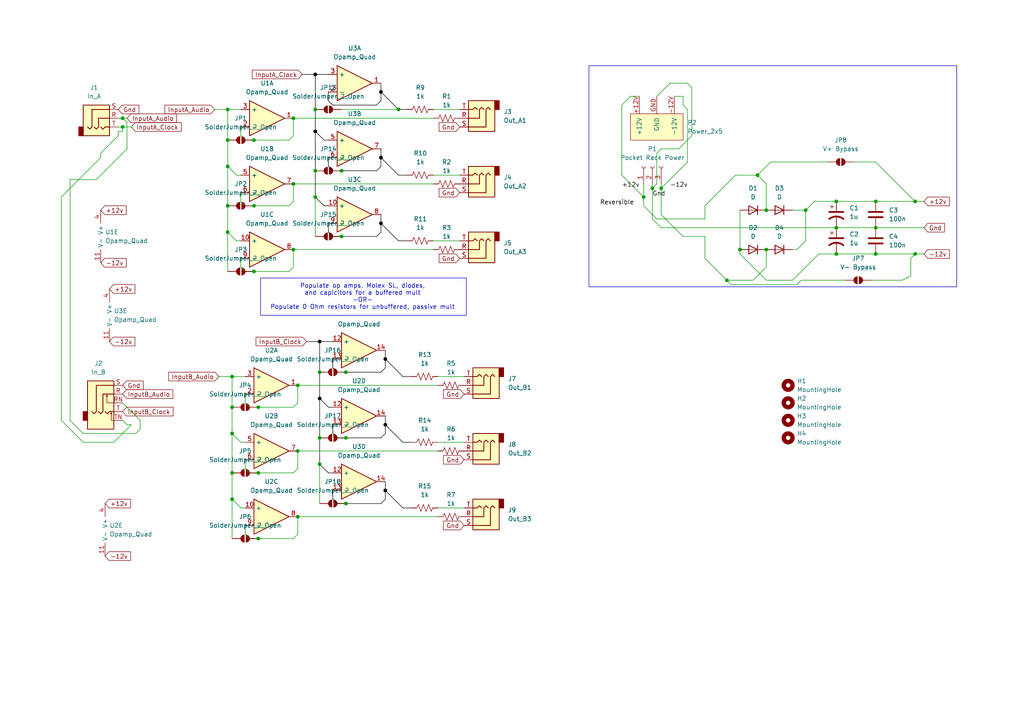
<source format=kicad_sch>
(kicad_sch
	(version 20231120)
	(generator "eeschema")
	(generator_version "8.0")
	(uuid "4a1b4440-3cb5-4185-b6e1-f44e7fa0b792")
	(paper "A4")
	(lib_symbols
		(symbol "CATs_Eurorack_Synth:Power_2x5"
			(pin_names
				(offset 1.016)
			)
			(exclude_from_sim no)
			(in_bom yes)
			(on_board yes)
			(property "Reference" "J"
				(at 0 10.16 0)
				(effects
					(font
						(size 1.27 1.27)
					)
				)
			)
			(property "Value" "Power_2x5"
				(at 0 8.89 0)
				(effects
					(font
						(size 1.27 1.27)
					)
				)
			)
			(property "Footprint" "Eurorack Synth:Power_2x5_Vertical"
				(at 1.27 0 0)
				(effects
					(font
						(size 1.27 1.27)
					)
					(hide yes)
				)
			)
			(property "Datasheet" ""
				(at 1.27 0 0)
				(effects
					(font
						(size 1.27 1.27)
					)
					(hide yes)
				)
			)
			(property "Description" ""
				(at 0 0 0)
				(effects
					(font
						(size 1.27 1.27)
					)
					(hide yes)
				)
			)
			(symbol "Power_2x5_0_1"
				(rectangle
					(start 3.81 7.62)
					(end -3.81 -7.62)
					(stroke
						(width 0)
						(type solid)
					)
					(fill
						(type background)
					)
				)
			)
			(symbol "Power_2x5_1_1"
				(pin power_out line
					(at 8.89 5.08 180)
					(length 5.08)
					(name "+12V"
						(effects
							(font
								(size 1.27 1.27)
							)
						)
					)
					(number "+12V"
						(effects
							(font
								(size 1.27 1.27)
							)
						)
					)
				)
				(pin power_out line
					(at 8.89 -5.08 180)
					(length 5.08)
					(name "-12V"
						(effects
							(font
								(size 1.27 1.27)
							)
						)
					)
					(number "-12V"
						(effects
							(font
								(size 1.27 1.27)
							)
						)
					)
				)
				(pin power_out line
					(at 8.89 0 180)
					(length 5.08)
					(name "GND"
						(effects
							(font
								(size 1.27 1.27)
							)
						)
					)
					(number "GND"
						(effects
							(font
								(size 1.27 1.27)
							)
						)
					)
				)
			)
		)
		(symbol "Connector:Conn_01x03_Socket"
			(pin_names
				(offset 1.016) hide)
			(exclude_from_sim no)
			(in_bom yes)
			(on_board yes)
			(property "Reference" "J"
				(at 0 5.08 0)
				(effects
					(font
						(size 1.27 1.27)
					)
				)
			)
			(property "Value" "Conn_01x03_Socket"
				(at 0 -5.08 0)
				(effects
					(font
						(size 1.27 1.27)
					)
				)
			)
			(property "Footprint" ""
				(at 0 0 0)
				(effects
					(font
						(size 1.27 1.27)
					)
					(hide yes)
				)
			)
			(property "Datasheet" "~"
				(at 0 0 0)
				(effects
					(font
						(size 1.27 1.27)
					)
					(hide yes)
				)
			)
			(property "Description" "Generic connector, single row, 01x03, script generated"
				(at 0 0 0)
				(effects
					(font
						(size 1.27 1.27)
					)
					(hide yes)
				)
			)
			(property "ki_locked" ""
				(at 0 0 0)
				(effects
					(font
						(size 1.27 1.27)
					)
				)
			)
			(property "ki_keywords" "connector"
				(at 0 0 0)
				(effects
					(font
						(size 1.27 1.27)
					)
					(hide yes)
				)
			)
			(property "ki_fp_filters" "Connector*:*_1x??_*"
				(at 0 0 0)
				(effects
					(font
						(size 1.27 1.27)
					)
					(hide yes)
				)
			)
			(symbol "Conn_01x03_Socket_1_1"
				(arc
					(start 0 -2.032)
					(mid -0.5058 -2.54)
					(end 0 -3.048)
					(stroke
						(width 0.1524)
						(type default)
					)
					(fill
						(type none)
					)
				)
				(polyline
					(pts
						(xy -1.27 -2.54) (xy -0.508 -2.54)
					)
					(stroke
						(width 0.1524)
						(type default)
					)
					(fill
						(type none)
					)
				)
				(polyline
					(pts
						(xy -1.27 0) (xy -0.508 0)
					)
					(stroke
						(width 0.1524)
						(type default)
					)
					(fill
						(type none)
					)
				)
				(polyline
					(pts
						(xy -1.27 2.54) (xy -0.508 2.54)
					)
					(stroke
						(width 0.1524)
						(type default)
					)
					(fill
						(type none)
					)
				)
				(arc
					(start 0 0.508)
					(mid -0.5058 0)
					(end 0 -0.508)
					(stroke
						(width 0.1524)
						(type default)
					)
					(fill
						(type none)
					)
				)
				(arc
					(start 0 3.048)
					(mid -0.5058 2.54)
					(end 0 2.032)
					(stroke
						(width 0.1524)
						(type default)
					)
					(fill
						(type none)
					)
				)
				(pin passive line
					(at -5.08 2.54 0)
					(length 3.81)
					(name "Pin_1"
						(effects
							(font
								(size 1.27 1.27)
							)
						)
					)
					(number "1"
						(effects
							(font
								(size 1.27 1.27)
							)
						)
					)
				)
				(pin passive line
					(at -5.08 0 0)
					(length 3.81)
					(name "Pin_2"
						(effects
							(font
								(size 1.27 1.27)
							)
						)
					)
					(number "2"
						(effects
							(font
								(size 1.27 1.27)
							)
						)
					)
				)
				(pin passive line
					(at -5.08 -2.54 0)
					(length 3.81)
					(name "Pin_3"
						(effects
							(font
								(size 1.27 1.27)
							)
						)
					)
					(number "3"
						(effects
							(font
								(size 1.27 1.27)
							)
						)
					)
				)
			)
		)
		(symbol "Connector_Audio:AudioJack3"
			(exclude_from_sim no)
			(in_bom yes)
			(on_board yes)
			(property "Reference" "J"
				(at 0 8.89 0)
				(effects
					(font
						(size 1.27 1.27)
					)
				)
			)
			(property "Value" "AudioJack3"
				(at 0 6.35 0)
				(effects
					(font
						(size 1.27 1.27)
					)
				)
			)
			(property "Footprint" ""
				(at 0 0 0)
				(effects
					(font
						(size 1.27 1.27)
					)
					(hide yes)
				)
			)
			(property "Datasheet" "~"
				(at 0 0 0)
				(effects
					(font
						(size 1.27 1.27)
					)
					(hide yes)
				)
			)
			(property "Description" "Audio Jack, 3 Poles (Stereo / TRS)"
				(at 0 0 0)
				(effects
					(font
						(size 1.27 1.27)
					)
					(hide yes)
				)
			)
			(property "ki_keywords" "audio jack receptacle stereo headphones phones TRS connector"
				(at 0 0 0)
				(effects
					(font
						(size 1.27 1.27)
					)
					(hide yes)
				)
			)
			(property "ki_fp_filters" "Jack*"
				(at 0 0 0)
				(effects
					(font
						(size 1.27 1.27)
					)
					(hide yes)
				)
			)
			(symbol "AudioJack3_0_1"
				(rectangle
					(start -5.08 -5.08)
					(end -6.35 -2.54)
					(stroke
						(width 0.254)
						(type default)
					)
					(fill
						(type outline)
					)
				)
				(polyline
					(pts
						(xy 0 -2.54) (xy 0.635 -3.175) (xy 1.27 -2.54) (xy 2.54 -2.54)
					)
					(stroke
						(width 0.254)
						(type default)
					)
					(fill
						(type none)
					)
				)
				(polyline
					(pts
						(xy -1.905 -2.54) (xy -1.27 -3.175) (xy -0.635 -2.54) (xy -0.635 0) (xy 2.54 0)
					)
					(stroke
						(width 0.254)
						(type default)
					)
					(fill
						(type none)
					)
				)
				(polyline
					(pts
						(xy 2.54 2.54) (xy -2.54 2.54) (xy -2.54 -2.54) (xy -3.175 -3.175) (xy -3.81 -2.54)
					)
					(stroke
						(width 0.254)
						(type default)
					)
					(fill
						(type none)
					)
				)
				(rectangle
					(start 2.54 3.81)
					(end -5.08 -5.08)
					(stroke
						(width 0.254)
						(type default)
					)
					(fill
						(type background)
					)
				)
			)
			(symbol "AudioJack3_1_1"
				(pin passive line
					(at 5.08 0 180)
					(length 2.54)
					(name "~"
						(effects
							(font
								(size 1.27 1.27)
							)
						)
					)
					(number "R"
						(effects
							(font
								(size 1.27 1.27)
							)
						)
					)
				)
				(pin passive line
					(at 5.08 2.54 180)
					(length 2.54)
					(name "~"
						(effects
							(font
								(size 1.27 1.27)
							)
						)
					)
					(number "S"
						(effects
							(font
								(size 1.27 1.27)
							)
						)
					)
				)
				(pin passive line
					(at 5.08 -2.54 180)
					(length 2.54)
					(name "~"
						(effects
							(font
								(size 1.27 1.27)
							)
						)
					)
					(number "T"
						(effects
							(font
								(size 1.27 1.27)
							)
						)
					)
				)
			)
		)
		(symbol "Connector_Audio:AudioJack3_SwitchTR"
			(exclude_from_sim no)
			(in_bom yes)
			(on_board yes)
			(property "Reference" "J"
				(at 0 8.89 0)
				(effects
					(font
						(size 1.27 1.27)
					)
				)
			)
			(property "Value" "AudioJack3_SwitchTR"
				(at 0 6.35 0)
				(effects
					(font
						(size 1.27 1.27)
					)
				)
			)
			(property "Footprint" ""
				(at 0 0 0)
				(effects
					(font
						(size 1.27 1.27)
					)
					(hide yes)
				)
			)
			(property "Datasheet" "~"
				(at 0 0 0)
				(effects
					(font
						(size 1.27 1.27)
					)
					(hide yes)
				)
			)
			(property "Description" "Audio Jack, 3 Poles (Stereo / TRS), Switched TR Poles (Normalling)"
				(at 0 0 0)
				(effects
					(font
						(size 1.27 1.27)
					)
					(hide yes)
				)
			)
			(property "ki_keywords" "audio jack receptacle stereo headphones phones TRS connector"
				(at 0 0 0)
				(effects
					(font
						(size 1.27 1.27)
					)
					(hide yes)
				)
			)
			(property "ki_fp_filters" "Jack*"
				(at 0 0 0)
				(effects
					(font
						(size 1.27 1.27)
					)
					(hide yes)
				)
			)
			(symbol "AudioJack3_SwitchTR_0_1"
				(rectangle
					(start -5.08 -5.08)
					(end -6.35 -7.62)
					(stroke
						(width 0.254)
						(type default)
					)
					(fill
						(type outline)
					)
				)
				(polyline
					(pts
						(xy 0.508 -0.254) (xy 0.762 -0.762)
					)
					(stroke
						(width 0)
						(type default)
					)
					(fill
						(type none)
					)
				)
				(polyline
					(pts
						(xy 1.778 -5.334) (xy 2.032 -5.842)
					)
					(stroke
						(width 0)
						(type default)
					)
					(fill
						(type none)
					)
				)
				(polyline
					(pts
						(xy 0 -5.08) (xy 0.635 -5.715) (xy 1.27 -5.08) (xy 2.54 -5.08)
					)
					(stroke
						(width 0.254)
						(type default)
					)
					(fill
						(type none)
					)
				)
				(polyline
					(pts
						(xy 2.54 -7.62) (xy 1.778 -7.62) (xy 1.778 -5.334) (xy 1.524 -5.842)
					)
					(stroke
						(width 0)
						(type default)
					)
					(fill
						(type none)
					)
				)
				(polyline
					(pts
						(xy 2.54 -2.54) (xy 0.508 -2.54) (xy 0.508 -0.254) (xy 0.254 -0.762)
					)
					(stroke
						(width 0)
						(type default)
					)
					(fill
						(type none)
					)
				)
				(polyline
					(pts
						(xy -1.905 -5.08) (xy -1.27 -5.715) (xy -0.635 -5.08) (xy -0.635 0) (xy 2.54 0)
					)
					(stroke
						(width 0.254)
						(type default)
					)
					(fill
						(type none)
					)
				)
				(polyline
					(pts
						(xy 2.54 2.54) (xy -2.54 2.54) (xy -2.54 -5.08) (xy -3.175 -5.715) (xy -3.81 -5.08)
					)
					(stroke
						(width 0.254)
						(type default)
					)
					(fill
						(type none)
					)
				)
				(rectangle
					(start 2.54 3.81)
					(end -5.08 -10.16)
					(stroke
						(width 0.254)
						(type default)
					)
					(fill
						(type background)
					)
				)
			)
			(symbol "AudioJack3_SwitchTR_1_1"
				(pin passive line
					(at 5.08 0 180)
					(length 2.54)
					(name "~"
						(effects
							(font
								(size 1.27 1.27)
							)
						)
					)
					(number "R"
						(effects
							(font
								(size 1.27 1.27)
							)
						)
					)
				)
				(pin passive line
					(at 5.08 -2.54 180)
					(length 2.54)
					(name "~"
						(effects
							(font
								(size 1.27 1.27)
							)
						)
					)
					(number "RN"
						(effects
							(font
								(size 1.27 1.27)
							)
						)
					)
				)
				(pin passive line
					(at 5.08 2.54 180)
					(length 2.54)
					(name "~"
						(effects
							(font
								(size 1.27 1.27)
							)
						)
					)
					(number "S"
						(effects
							(font
								(size 1.27 1.27)
							)
						)
					)
				)
				(pin passive line
					(at 5.08 -5.08 180)
					(length 2.54)
					(name "~"
						(effects
							(font
								(size 1.27 1.27)
							)
						)
					)
					(number "T"
						(effects
							(font
								(size 1.27 1.27)
							)
						)
					)
				)
				(pin passive line
					(at 5.08 -7.62 180)
					(length 2.54)
					(name "~"
						(effects
							(font
								(size 1.27 1.27)
							)
						)
					)
					(number "TN"
						(effects
							(font
								(size 1.27 1.27)
							)
						)
					)
				)
			)
		)
		(symbol "Device:C"
			(pin_numbers hide)
			(pin_names
				(offset 0.254)
			)
			(exclude_from_sim no)
			(in_bom yes)
			(on_board yes)
			(property "Reference" "C"
				(at 0.635 2.54 0)
				(effects
					(font
						(size 1.27 1.27)
					)
					(justify left)
				)
			)
			(property "Value" "C"
				(at 0.635 -2.54 0)
				(effects
					(font
						(size 1.27 1.27)
					)
					(justify left)
				)
			)
			(property "Footprint" ""
				(at 0.9652 -3.81 0)
				(effects
					(font
						(size 1.27 1.27)
					)
					(hide yes)
				)
			)
			(property "Datasheet" "~"
				(at 0 0 0)
				(effects
					(font
						(size 1.27 1.27)
					)
					(hide yes)
				)
			)
			(property "Description" "Unpolarized capacitor"
				(at 0 0 0)
				(effects
					(font
						(size 1.27 1.27)
					)
					(hide yes)
				)
			)
			(property "ki_keywords" "cap capacitor"
				(at 0 0 0)
				(effects
					(font
						(size 1.27 1.27)
					)
					(hide yes)
				)
			)
			(property "ki_fp_filters" "C_*"
				(at 0 0 0)
				(effects
					(font
						(size 1.27 1.27)
					)
					(hide yes)
				)
			)
			(symbol "C_0_1"
				(polyline
					(pts
						(xy -2.032 -0.762) (xy 2.032 -0.762)
					)
					(stroke
						(width 0.508)
						(type default)
					)
					(fill
						(type none)
					)
				)
				(polyline
					(pts
						(xy -2.032 0.762) (xy 2.032 0.762)
					)
					(stroke
						(width 0.508)
						(type default)
					)
					(fill
						(type none)
					)
				)
			)
			(symbol "C_1_1"
				(pin passive line
					(at 0 3.81 270)
					(length 2.794)
					(name "~"
						(effects
							(font
								(size 1.27 1.27)
							)
						)
					)
					(number "1"
						(effects
							(font
								(size 1.27 1.27)
							)
						)
					)
				)
				(pin passive line
					(at 0 -3.81 90)
					(length 2.794)
					(name "~"
						(effects
							(font
								(size 1.27 1.27)
							)
						)
					)
					(number "2"
						(effects
							(font
								(size 1.27 1.27)
							)
						)
					)
				)
			)
		)
		(symbol "Device:C_Polarized_US"
			(pin_numbers hide)
			(pin_names
				(offset 0.254) hide)
			(exclude_from_sim no)
			(in_bom yes)
			(on_board yes)
			(property "Reference" "C"
				(at 0.635 2.54 0)
				(effects
					(font
						(size 1.27 1.27)
					)
					(justify left)
				)
			)
			(property "Value" "C_Polarized_US"
				(at 0.635 -2.54 0)
				(effects
					(font
						(size 1.27 1.27)
					)
					(justify left)
				)
			)
			(property "Footprint" ""
				(at 0 0 0)
				(effects
					(font
						(size 1.27 1.27)
					)
					(hide yes)
				)
			)
			(property "Datasheet" "~"
				(at 0 0 0)
				(effects
					(font
						(size 1.27 1.27)
					)
					(hide yes)
				)
			)
			(property "Description" "Polarized capacitor, US symbol"
				(at 0 0 0)
				(effects
					(font
						(size 1.27 1.27)
					)
					(hide yes)
				)
			)
			(property "ki_keywords" "cap capacitor"
				(at 0 0 0)
				(effects
					(font
						(size 1.27 1.27)
					)
					(hide yes)
				)
			)
			(property "ki_fp_filters" "CP_*"
				(at 0 0 0)
				(effects
					(font
						(size 1.27 1.27)
					)
					(hide yes)
				)
			)
			(symbol "C_Polarized_US_0_1"
				(polyline
					(pts
						(xy -2.032 0.762) (xy 2.032 0.762)
					)
					(stroke
						(width 0.508)
						(type default)
					)
					(fill
						(type none)
					)
				)
				(polyline
					(pts
						(xy -1.778 2.286) (xy -0.762 2.286)
					)
					(stroke
						(width 0)
						(type default)
					)
					(fill
						(type none)
					)
				)
				(polyline
					(pts
						(xy -1.27 1.778) (xy -1.27 2.794)
					)
					(stroke
						(width 0)
						(type default)
					)
					(fill
						(type none)
					)
				)
				(arc
					(start 2.032 -1.27)
					(mid 0 -0.5572)
					(end -2.032 -1.27)
					(stroke
						(width 0.508)
						(type default)
					)
					(fill
						(type none)
					)
				)
			)
			(symbol "C_Polarized_US_1_1"
				(pin passive line
					(at 0 3.81 270)
					(length 2.794)
					(name "~"
						(effects
							(font
								(size 1.27 1.27)
							)
						)
					)
					(number "1"
						(effects
							(font
								(size 1.27 1.27)
							)
						)
					)
				)
				(pin passive line
					(at 0 -3.81 90)
					(length 3.302)
					(name "~"
						(effects
							(font
								(size 1.27 1.27)
							)
						)
					)
					(number "2"
						(effects
							(font
								(size 1.27 1.27)
							)
						)
					)
				)
			)
		)
		(symbol "Device:D"
			(pin_numbers hide)
			(pin_names
				(offset 1.016) hide)
			(exclude_from_sim no)
			(in_bom yes)
			(on_board yes)
			(property "Reference" "D"
				(at 0 2.54 0)
				(effects
					(font
						(size 1.27 1.27)
					)
				)
			)
			(property "Value" "D"
				(at 0 -2.54 0)
				(effects
					(font
						(size 1.27 1.27)
					)
				)
			)
			(property "Footprint" ""
				(at 0 0 0)
				(effects
					(font
						(size 1.27 1.27)
					)
					(hide yes)
				)
			)
			(property "Datasheet" "~"
				(at 0 0 0)
				(effects
					(font
						(size 1.27 1.27)
					)
					(hide yes)
				)
			)
			(property "Description" "Diode"
				(at 0 0 0)
				(effects
					(font
						(size 1.27 1.27)
					)
					(hide yes)
				)
			)
			(property "Sim.Device" "D"
				(at 0 0 0)
				(effects
					(font
						(size 1.27 1.27)
					)
					(hide yes)
				)
			)
			(property "Sim.Pins" "1=K 2=A"
				(at 0 0 0)
				(effects
					(font
						(size 1.27 1.27)
					)
					(hide yes)
				)
			)
			(property "ki_keywords" "diode"
				(at 0 0 0)
				(effects
					(font
						(size 1.27 1.27)
					)
					(hide yes)
				)
			)
			(property "ki_fp_filters" "TO-???* *_Diode_* *SingleDiode* D_*"
				(at 0 0 0)
				(effects
					(font
						(size 1.27 1.27)
					)
					(hide yes)
				)
			)
			(symbol "D_0_1"
				(polyline
					(pts
						(xy -1.27 1.27) (xy -1.27 -1.27)
					)
					(stroke
						(width 0.254)
						(type default)
					)
					(fill
						(type none)
					)
				)
				(polyline
					(pts
						(xy 1.27 0) (xy -1.27 0)
					)
					(stroke
						(width 0)
						(type default)
					)
					(fill
						(type none)
					)
				)
				(polyline
					(pts
						(xy 1.27 1.27) (xy 1.27 -1.27) (xy -1.27 0) (xy 1.27 1.27)
					)
					(stroke
						(width 0.254)
						(type default)
					)
					(fill
						(type none)
					)
				)
			)
			(symbol "D_1_1"
				(pin passive line
					(at -3.81 0 0)
					(length 2.54)
					(name "K"
						(effects
							(font
								(size 1.27 1.27)
							)
						)
					)
					(number "1"
						(effects
							(font
								(size 1.27 1.27)
							)
						)
					)
				)
				(pin passive line
					(at 3.81 0 180)
					(length 2.54)
					(name "A"
						(effects
							(font
								(size 1.27 1.27)
							)
						)
					)
					(number "2"
						(effects
							(font
								(size 1.27 1.27)
							)
						)
					)
				)
			)
		)
		(symbol "Device:Opamp_Quad"
			(exclude_from_sim no)
			(in_bom yes)
			(on_board yes)
			(property "Reference" "U"
				(at 0 5.08 0)
				(effects
					(font
						(size 1.27 1.27)
					)
					(justify left)
				)
			)
			(property "Value" "Opamp_Quad"
				(at 0 -5.08 0)
				(effects
					(font
						(size 1.27 1.27)
					)
					(justify left)
				)
			)
			(property "Footprint" ""
				(at 0 0 0)
				(effects
					(font
						(size 1.27 1.27)
					)
					(hide yes)
				)
			)
			(property "Datasheet" "~"
				(at 0 0 0)
				(effects
					(font
						(size 1.27 1.27)
					)
					(hide yes)
				)
			)
			(property "Description" "Quad operational amplifier"
				(at 0 0 0)
				(effects
					(font
						(size 1.27 1.27)
					)
					(hide yes)
				)
			)
			(property "Sim.Library" "${KICAD7_SYMBOL_DIR}/Simulation_SPICE.sp"
				(at 0 0 0)
				(effects
					(font
						(size 1.27 1.27)
					)
					(hide yes)
				)
			)
			(property "Sim.Name" "kicad_builtin_opamp_quad"
				(at 0 0 0)
				(effects
					(font
						(size 1.27 1.27)
					)
					(hide yes)
				)
			)
			(property "Sim.Device" "SUBCKT"
				(at 0 0 0)
				(effects
					(font
						(size 1.27 1.27)
					)
					(hide yes)
				)
			)
			(property "Sim.Pins" "1=out1 2=in1- 3=in1+ 4=vcc 5=in2+ 6=in2- 7=out2 8=out3 9=in3- 10=in3+ 11=vee 12=in4+ 13=in4- 14=out4"
				(at 0 0 0)
				(effects
					(font
						(size 1.27 1.27)
					)
					(hide yes)
				)
			)
			(property "ki_locked" ""
				(at 0 0 0)
				(effects
					(font
						(size 1.27 1.27)
					)
				)
			)
			(property "ki_keywords" "quad opamp"
				(at 0 0 0)
				(effects
					(font
						(size 1.27 1.27)
					)
					(hide yes)
				)
			)
			(property "ki_fp_filters" "SOIC*3.9x8.7mm*P1.27mm* DIP*W7.62mm* TSSOP*4.4x5mm*P0.65mm* SSOP*5.3x6.2mm*P0.65mm*"
				(at 0 0 0)
				(effects
					(font
						(size 1.27 1.27)
					)
					(hide yes)
				)
			)
			(symbol "Opamp_Quad_1_1"
				(polyline
					(pts
						(xy -5.08 5.08) (xy 5.08 0) (xy -5.08 -5.08) (xy -5.08 5.08)
					)
					(stroke
						(width 0.254)
						(type default)
					)
					(fill
						(type background)
					)
				)
				(pin output line
					(at 7.62 0 180)
					(length 2.54)
					(name "~"
						(effects
							(font
								(size 1.27 1.27)
							)
						)
					)
					(number "1"
						(effects
							(font
								(size 1.27 1.27)
							)
						)
					)
				)
				(pin input line
					(at -7.62 -2.54 0)
					(length 2.54)
					(name "-"
						(effects
							(font
								(size 1.27 1.27)
							)
						)
					)
					(number "2"
						(effects
							(font
								(size 1.27 1.27)
							)
						)
					)
				)
				(pin input line
					(at -7.62 2.54 0)
					(length 2.54)
					(name "+"
						(effects
							(font
								(size 1.27 1.27)
							)
						)
					)
					(number "3"
						(effects
							(font
								(size 1.27 1.27)
							)
						)
					)
				)
			)
			(symbol "Opamp_Quad_2_1"
				(polyline
					(pts
						(xy -5.08 5.08) (xy 5.08 0) (xy -5.08 -5.08) (xy -5.08 5.08)
					)
					(stroke
						(width 0.254)
						(type default)
					)
					(fill
						(type background)
					)
				)
				(pin input line
					(at -7.62 2.54 0)
					(length 2.54)
					(name "+"
						(effects
							(font
								(size 1.27 1.27)
							)
						)
					)
					(number "5"
						(effects
							(font
								(size 1.27 1.27)
							)
						)
					)
				)
				(pin input line
					(at -7.62 -2.54 0)
					(length 2.54)
					(name "-"
						(effects
							(font
								(size 1.27 1.27)
							)
						)
					)
					(number "6"
						(effects
							(font
								(size 1.27 1.27)
							)
						)
					)
				)
				(pin output line
					(at 7.62 0 180)
					(length 2.54)
					(name "~"
						(effects
							(font
								(size 1.27 1.27)
							)
						)
					)
					(number "7"
						(effects
							(font
								(size 1.27 1.27)
							)
						)
					)
				)
			)
			(symbol "Opamp_Quad_3_1"
				(polyline
					(pts
						(xy -5.08 5.08) (xy 5.08 0) (xy -5.08 -5.08) (xy -5.08 5.08)
					)
					(stroke
						(width 0.254)
						(type default)
					)
					(fill
						(type background)
					)
				)
				(pin input line
					(at -7.62 2.54 0)
					(length 2.54)
					(name "+"
						(effects
							(font
								(size 1.27 1.27)
							)
						)
					)
					(number "10"
						(effects
							(font
								(size 1.27 1.27)
							)
						)
					)
				)
				(pin output line
					(at 7.62 0 180)
					(length 2.54)
					(name "~"
						(effects
							(font
								(size 1.27 1.27)
							)
						)
					)
					(number "8"
						(effects
							(font
								(size 1.27 1.27)
							)
						)
					)
				)
				(pin input line
					(at -7.62 -2.54 0)
					(length 2.54)
					(name "-"
						(effects
							(font
								(size 1.27 1.27)
							)
						)
					)
					(number "9"
						(effects
							(font
								(size 1.27 1.27)
							)
						)
					)
				)
			)
			(symbol "Opamp_Quad_4_1"
				(polyline
					(pts
						(xy -5.08 5.08) (xy 5.08 0) (xy -5.08 -5.08) (xy -5.08 5.08)
					)
					(stroke
						(width 0.254)
						(type default)
					)
					(fill
						(type background)
					)
				)
				(pin input line
					(at -7.62 2.54 0)
					(length 2.54)
					(name "+"
						(effects
							(font
								(size 1.27 1.27)
							)
						)
					)
					(number "12"
						(effects
							(font
								(size 1.27 1.27)
							)
						)
					)
				)
				(pin input line
					(at -7.62 -2.54 0)
					(length 2.54)
					(name "-"
						(effects
							(font
								(size 1.27 1.27)
							)
						)
					)
					(number "13"
						(effects
							(font
								(size 1.27 1.27)
							)
						)
					)
				)
				(pin output line
					(at 7.62 0 180)
					(length 2.54)
					(name "~"
						(effects
							(font
								(size 1.27 1.27)
							)
						)
					)
					(number "14"
						(effects
							(font
								(size 1.27 1.27)
							)
						)
					)
				)
			)
			(symbol "Opamp_Quad_5_1"
				(pin power_in line
					(at -2.54 -7.62 90)
					(length 3.81)
					(name "V-"
						(effects
							(font
								(size 1.27 1.27)
							)
						)
					)
					(number "11"
						(effects
							(font
								(size 1.27 1.27)
							)
						)
					)
				)
				(pin power_in line
					(at -2.54 7.62 270)
					(length 3.81)
					(name "V+"
						(effects
							(font
								(size 1.27 1.27)
							)
						)
					)
					(number "4"
						(effects
							(font
								(size 1.27 1.27)
							)
						)
					)
				)
			)
		)
		(symbol "Device:R_US"
			(pin_numbers hide)
			(pin_names
				(offset 0)
			)
			(exclude_from_sim no)
			(in_bom yes)
			(on_board yes)
			(property "Reference" "R"
				(at 2.54 0 90)
				(effects
					(font
						(size 1.27 1.27)
					)
				)
			)
			(property "Value" "R_US"
				(at -2.54 0 90)
				(effects
					(font
						(size 1.27 1.27)
					)
				)
			)
			(property "Footprint" ""
				(at 1.016 -0.254 90)
				(effects
					(font
						(size 1.27 1.27)
					)
					(hide yes)
				)
			)
			(property "Datasheet" "~"
				(at 0 0 0)
				(effects
					(font
						(size 1.27 1.27)
					)
					(hide yes)
				)
			)
			(property "Description" "Resistor, US symbol"
				(at 0 0 0)
				(effects
					(font
						(size 1.27 1.27)
					)
					(hide yes)
				)
			)
			(property "ki_keywords" "R res resistor"
				(at 0 0 0)
				(effects
					(font
						(size 1.27 1.27)
					)
					(hide yes)
				)
			)
			(property "ki_fp_filters" "R_*"
				(at 0 0 0)
				(effects
					(font
						(size 1.27 1.27)
					)
					(hide yes)
				)
			)
			(symbol "R_US_0_1"
				(polyline
					(pts
						(xy 0 -2.286) (xy 0 -2.54)
					)
					(stroke
						(width 0)
						(type default)
					)
					(fill
						(type none)
					)
				)
				(polyline
					(pts
						(xy 0 2.286) (xy 0 2.54)
					)
					(stroke
						(width 0)
						(type default)
					)
					(fill
						(type none)
					)
				)
				(polyline
					(pts
						(xy 0 -0.762) (xy 1.016 -1.143) (xy 0 -1.524) (xy -1.016 -1.905) (xy 0 -2.286)
					)
					(stroke
						(width 0)
						(type default)
					)
					(fill
						(type none)
					)
				)
				(polyline
					(pts
						(xy 0 0.762) (xy 1.016 0.381) (xy 0 0) (xy -1.016 -0.381) (xy 0 -0.762)
					)
					(stroke
						(width 0)
						(type default)
					)
					(fill
						(type none)
					)
				)
				(polyline
					(pts
						(xy 0 2.286) (xy 1.016 1.905) (xy 0 1.524) (xy -1.016 1.143) (xy 0 0.762)
					)
					(stroke
						(width 0)
						(type default)
					)
					(fill
						(type none)
					)
				)
			)
			(symbol "R_US_1_1"
				(pin passive line
					(at 0 3.81 270)
					(length 1.27)
					(name "~"
						(effects
							(font
								(size 1.27 1.27)
							)
						)
					)
					(number "1"
						(effects
							(font
								(size 1.27 1.27)
							)
						)
					)
				)
				(pin passive line
					(at 0 -3.81 90)
					(length 1.27)
					(name "~"
						(effects
							(font
								(size 1.27 1.27)
							)
						)
					)
					(number "2"
						(effects
							(font
								(size 1.27 1.27)
							)
						)
					)
				)
			)
		)
		(symbol "Jumper:SolderJumper_2_Open"
			(pin_numbers hide)
			(pin_names
				(offset 0) hide)
			(exclude_from_sim yes)
			(in_bom no)
			(on_board yes)
			(property "Reference" "JP"
				(at 0 2.032 0)
				(effects
					(font
						(size 1.27 1.27)
					)
				)
			)
			(property "Value" "SolderJumper_2_Open"
				(at 0 -2.54 0)
				(effects
					(font
						(size 1.27 1.27)
					)
				)
			)
			(property "Footprint" ""
				(at 0 0 0)
				(effects
					(font
						(size 1.27 1.27)
					)
					(hide yes)
				)
			)
			(property "Datasheet" "~"
				(at 0 0 0)
				(effects
					(font
						(size 1.27 1.27)
					)
					(hide yes)
				)
			)
			(property "Description" "Solder Jumper, 2-pole, open"
				(at 0 0 0)
				(effects
					(font
						(size 1.27 1.27)
					)
					(hide yes)
				)
			)
			(property "ki_keywords" "solder jumper SPST"
				(at 0 0 0)
				(effects
					(font
						(size 1.27 1.27)
					)
					(hide yes)
				)
			)
			(property "ki_fp_filters" "SolderJumper*Open*"
				(at 0 0 0)
				(effects
					(font
						(size 1.27 1.27)
					)
					(hide yes)
				)
			)
			(symbol "SolderJumper_2_Open_0_1"
				(arc
					(start -0.254 1.016)
					(mid -1.2656 0)
					(end -0.254 -1.016)
					(stroke
						(width 0)
						(type default)
					)
					(fill
						(type none)
					)
				)
				(arc
					(start -0.254 1.016)
					(mid -1.2656 0)
					(end -0.254 -1.016)
					(stroke
						(width 0)
						(type default)
					)
					(fill
						(type outline)
					)
				)
				(polyline
					(pts
						(xy -0.254 1.016) (xy -0.254 -1.016)
					)
					(stroke
						(width 0)
						(type default)
					)
					(fill
						(type none)
					)
				)
				(polyline
					(pts
						(xy 0.254 1.016) (xy 0.254 -1.016)
					)
					(stroke
						(width 0)
						(type default)
					)
					(fill
						(type none)
					)
				)
				(arc
					(start 0.254 -1.016)
					(mid 1.2656 0)
					(end 0.254 1.016)
					(stroke
						(width 0)
						(type default)
					)
					(fill
						(type none)
					)
				)
				(arc
					(start 0.254 -1.016)
					(mid 1.2656 0)
					(end 0.254 1.016)
					(stroke
						(width 0)
						(type default)
					)
					(fill
						(type outline)
					)
				)
			)
			(symbol "SolderJumper_2_Open_1_1"
				(pin passive line
					(at -3.81 0 0)
					(length 2.54)
					(name "A"
						(effects
							(font
								(size 1.27 1.27)
							)
						)
					)
					(number "1"
						(effects
							(font
								(size 1.27 1.27)
							)
						)
					)
				)
				(pin passive line
					(at 3.81 0 180)
					(length 2.54)
					(name "B"
						(effects
							(font
								(size 1.27 1.27)
							)
						)
					)
					(number "2"
						(effects
							(font
								(size 1.27 1.27)
							)
						)
					)
				)
			)
		)
		(symbol "Mechanical:MountingHole"
			(pin_names
				(offset 1.016)
			)
			(exclude_from_sim no)
			(in_bom yes)
			(on_board yes)
			(property "Reference" "H"
				(at 0 5.08 0)
				(effects
					(font
						(size 1.27 1.27)
					)
				)
			)
			(property "Value" "MountingHole"
				(at 0 3.175 0)
				(effects
					(font
						(size 1.27 1.27)
					)
				)
			)
			(property "Footprint" ""
				(at 0 0 0)
				(effects
					(font
						(size 1.27 1.27)
					)
					(hide yes)
				)
			)
			(property "Datasheet" "~"
				(at 0 0 0)
				(effects
					(font
						(size 1.27 1.27)
					)
					(hide yes)
				)
			)
			(property "Description" "Mounting Hole without connection"
				(at 0 0 0)
				(effects
					(font
						(size 1.27 1.27)
					)
					(hide yes)
				)
			)
			(property "ki_keywords" "mounting hole"
				(at 0 0 0)
				(effects
					(font
						(size 1.27 1.27)
					)
					(hide yes)
				)
			)
			(property "ki_fp_filters" "MountingHole*"
				(at 0 0 0)
				(effects
					(font
						(size 1.27 1.27)
					)
					(hide yes)
				)
			)
			(symbol "MountingHole_0_1"
				(circle
					(center 0 0)
					(radius 1.27)
					(stroke
						(width 1.27)
						(type default)
					)
					(fill
						(type none)
					)
				)
			)
		)
	)
	(junction
		(at 67.31 144.78)
		(diameter 0)
		(color 0 0 0 0)
		(uuid "0346cb81-d4ca-47fd-a4a2-4e4e497749d6")
	)
	(junction
		(at 74.93 137.16)
		(diameter 0)
		(color 0 0 0 0)
		(uuid "0eccff77-fd38-47d3-b7a1-dfb8575930d4")
	)
	(junction
		(at 254 58.42)
		(diameter 0)
		(color 0 0 0 0)
		(uuid "11d78136-ad28-4120-bc2b-39385c24317d")
	)
	(junction
		(at 73.66 59.69)
		(diameter 0)
		(color 0 0 0 0)
		(uuid "16a7bf88-fd0c-4f4a-88b8-be96dd5dbde0")
	)
	(junction
		(at 67.31 137.16)
		(diameter 0)
		(color 0 0 0 0)
		(uuid "1fedbc10-9fd6-4dae-88e4-66670f8b5daa")
	)
	(junction
		(at 233.68 60.96)
		(diameter 0)
		(color 0 0 0 0)
		(uuid "26356492-35e1-4523-b173-774958e6a2a4")
	)
	(junction
		(at 210.82 81.28)
		(diameter 0)
		(color 0 0 0 0)
		(uuid "26eb7044-ca2a-4a45-84a6-cdf929a185e1")
	)
	(junction
		(at 66.04 31.75)
		(diameter 0)
		(color 0 0 0 0)
		(uuid "2a64eeb0-7a7d-4a0f-93d8-25bff165e365")
	)
	(junction
		(at 86.36 149.86)
		(diameter 0)
		(color 0 0 0 0)
		(uuid "2ff4d253-b156-4080-bfff-ffebb995e48b")
	)
	(junction
		(at 222.25 60.96)
		(diameter 0)
		(color 0 0 0 0)
		(uuid "31fa70ec-578a-49e6-9e3b-7652a3dc3763")
	)
	(junction
		(at 92.71 134.62)
		(diameter 0)
		(color 0 0 0 0)
		(uuid "33121137-8d36-4293-a358-e422f159583c")
	)
	(junction
		(at 66.04 67.31)
		(diameter 0)
		(color 0 0 0 0)
		(uuid "33168346-2748-4e9d-a69e-b1a37c8f5753")
	)
	(junction
		(at 85.09 34.29)
		(diameter 0)
		(color 0 0 0 0)
		(uuid "34ca29a4-247a-44f0-a357-fdefd2b266b6")
	)
	(junction
		(at 219.71 50.8)
		(diameter 0)
		(color 0 0 0 0)
		(uuid "34d899ca-a064-46ef-8248-5ecbdbe8d8f6")
	)
	(junction
		(at 111.76 142.24)
		(diameter 0)
		(color 0 0 0 1)
		(uuid "3dcf9adc-c3b9-4c7d-b400-7cf60bdf0076")
	)
	(junction
		(at 265.43 73.66)
		(diameter 0)
		(color 0 0 0 0)
		(uuid "40892146-ce57-49bf-960b-401372fc4f5d")
	)
	(junction
		(at 66.04 48.26)
		(diameter 0)
		(color 0 0 0 0)
		(uuid "42497534-4152-45fb-be02-4d6196d17647")
	)
	(junction
		(at 86.36 111.76)
		(diameter 0)
		(color 0 0 0 0)
		(uuid "44356c46-2336-4a7b-902b-139b4110ddbc")
	)
	(junction
		(at 66.04 40.64)
		(diameter 0)
		(color 0 0 0 0)
		(uuid "4774887a-5d6d-46bd-9dd2-1070aacf41c9")
	)
	(junction
		(at 91.44 57.15)
		(diameter 0)
		(color 0 0 0 0)
		(uuid "4d2fc993-791e-4a34-9a50-5704dc635bf1")
	)
	(junction
		(at 186.69 57.15)
		(diameter 0)
		(color 0 0 0 0)
		(uuid "4dd310c1-289f-4db0-9f43-396e13ef1542")
	)
	(junction
		(at 254 73.66)
		(diameter 0)
		(color 0 0 0 0)
		(uuid "4f072ff6-0361-4099-97e5-6d832f8d1081")
	)
	(junction
		(at 92.71 107.95)
		(diameter 0)
		(color 0 0 0 0)
		(uuid "524ddf0c-a047-4277-824d-4e91b6988faa")
	)
	(junction
		(at 110.49 26.67)
		(diameter 0)
		(color 0 0 0 1)
		(uuid "56a9f35f-931a-4b1b-81f4-f7177f6ad0f2")
	)
	(junction
		(at 85.09 53.34)
		(diameter 0)
		(color 0 0 0 0)
		(uuid "57554e9a-1ff3-4978-96fc-03ce7e0e0b47")
	)
	(junction
		(at 85.09 72.39)
		(diameter 0)
		(color 0 0 0 0)
		(uuid "5af48bb3-497d-49cc-a09d-88a021b9fa82")
	)
	(junction
		(at 91.44 49.53)
		(diameter 0)
		(color 0 0 0 0)
		(uuid "5c19106f-a569-4201-86cb-d643981857cc")
	)
	(junction
		(at 74.93 118.11)
		(diameter 0)
		(color 0 0 0 0)
		(uuid "5fd88c3a-d347-4099-85d2-a03ebc8142f6")
	)
	(junction
		(at 92.71 127)
		(diameter 0)
		(color 0 0 0 0)
		(uuid "601b2b8d-fcf5-47f2-a9ba-06876efa3065")
	)
	(junction
		(at 111.76 123.19)
		(diameter 0)
		(color 0 0 0 1)
		(uuid "65d444ee-b193-4b8f-9b6b-3414c7eee469")
	)
	(junction
		(at 100.33 127)
		(diameter 0)
		(color 0 0 0 0)
		(uuid "673bb79d-4247-4044-b06a-5750f7ad494d")
	)
	(junction
		(at 214.63 72.39)
		(diameter 0)
		(color 0 0 0 0)
		(uuid "6b60e8c8-39a3-4421-b98e-41cf2998c449")
	)
	(junction
		(at 111.76 104.14)
		(diameter 0)
		(color 0 0 0 1)
		(uuid "7045977c-0c93-4d43-91c3-bd5c0fed3eaa")
	)
	(junction
		(at 242.57 58.42)
		(diameter 0)
		(color 0 0 0 0)
		(uuid "8170c95f-e48d-47fa-aae2-f796b8205137")
	)
	(junction
		(at 67.31 109.22)
		(diameter 0)
		(color 0 0 0 0)
		(uuid "8664506d-3b3a-40c9-8c35-508fd84abf23")
	)
	(junction
		(at 91.44 38.1)
		(diameter 0)
		(color 0 0 0 1)
		(uuid "8e6ff19d-ed06-4f5c-ad97-4b391310c285")
	)
	(junction
		(at 189.23 54.61)
		(diameter 0)
		(color 0 0 0 0)
		(uuid "92dff094-a7fa-4dc6-bf59-7f60d7398d67")
	)
	(junction
		(at 86.36 130.81)
		(diameter 0)
		(color 0 0 0 0)
		(uuid "932ef822-4068-4eae-b24f-f2b0e5a7be32")
	)
	(junction
		(at 92.71 99.06)
		(diameter 0)
		(color 0 0 0 1)
		(uuid "94da6e86-6efe-4173-afb9-86ef28ae0b41")
	)
	(junction
		(at 35.56 36.83)
		(diameter 0)
		(color 0 0 0 0)
		(uuid "98cf5813-3473-4e7e-ac2e-25fcee90e28b")
	)
	(junction
		(at 67.31 118.11)
		(diameter 0)
		(color 0 0 0 0)
		(uuid "9959d46c-1525-4388-9ec3-4319a65e4f42")
	)
	(junction
		(at 265.43 58.42)
		(diameter 0)
		(color 0 0 0 0)
		(uuid "9a1d3557-2630-49f1-934e-f1284ef7285b")
	)
	(junction
		(at 35.56 34.29)
		(diameter 0)
		(color 0 0 0 0)
		(uuid "9db9e7df-a82d-4b1c-8b8e-21df914b9c38")
	)
	(junction
		(at 115.57 31.75)
		(diameter 0)
		(color 0 0 0 0)
		(uuid "9ffcd58c-27a8-40a1-92c2-f974693d80ef")
	)
	(junction
		(at 66.04 59.69)
		(diameter 0)
		(color 0 0 0 0)
		(uuid "a0b804b9-5fcb-4a1b-ae2d-322e6ffb4269")
	)
	(junction
		(at 99.06 49.53)
		(diameter 0)
		(color 0 0 0 0)
		(uuid "a5ef4410-57fb-45d0-9364-0accb244ee4a")
	)
	(junction
		(at 242.57 73.66)
		(diameter 0)
		(color 0 0 0 0)
		(uuid "acdc5ddf-11b8-446a-a0e2-d389052b2b0f")
	)
	(junction
		(at 242.57 66.04)
		(diameter 0)
		(color 0 0 0 0)
		(uuid "aed3fdd2-ca51-465a-9617-b8cb306a1fa8")
	)
	(junction
		(at 99.06 68.58)
		(diameter 0)
		(color 0 0 0 0)
		(uuid "af5dcae6-e672-495c-8582-4360441e3632")
	)
	(junction
		(at 222.25 72.39)
		(diameter 0)
		(color 0 0 0 0)
		(uuid "b1e05b2f-40c3-4400-8025-7c4d2be717da")
	)
	(junction
		(at 73.66 40.64)
		(diameter 0)
		(color 0 0 0 0)
		(uuid "b9d429ad-8b85-495c-b1cf-8545e7fbc47e")
	)
	(junction
		(at 254 66.04)
		(diameter 0)
		(color 0 0 0 0)
		(uuid "bbefad03-77eb-4557-8ec4-7a49199e3325")
	)
	(junction
		(at 191.77 54.61)
		(diameter 0)
		(color 0 0 0 0)
		(uuid "c5e017dc-97f8-4594-a4b2-850adc155442")
	)
	(junction
		(at 91.44 31.75)
		(diameter 0)
		(color 0 0 0 0)
		(uuid "c74f4e98-4996-43ed-a995-6adbd664bae8")
	)
	(junction
		(at 92.71 115.57)
		(diameter 0)
		(color 0 0 0 1)
		(uuid "c9429d0e-1b52-4fa6-9dc5-9d325eb18b48")
	)
	(junction
		(at 74.93 156.21)
		(diameter 0)
		(color 0 0 0 0)
		(uuid "cc45c4cd-92e0-4a4d-95ff-0ba6591476f1")
	)
	(junction
		(at 110.49 45.72)
		(diameter 0)
		(color 0 0 0 1)
		(uuid "cce74a5b-2c7f-43d1-91b8-1660ea0eae39")
	)
	(junction
		(at 91.44 21.59)
		(diameter 0)
		(color 0 0 0 1)
		(uuid "d174496f-b4c2-42d0-83ae-35a531311ea5")
	)
	(junction
		(at 73.66 78.74)
		(diameter 0)
		(color 0 0 0 0)
		(uuid "d237f750-d5e6-4de3-ada2-792389acd1e9")
	)
	(junction
		(at 100.33 107.95)
		(diameter 0)
		(color 0 0 0 0)
		(uuid "e7b1b170-2fac-4e46-8520-3a99dfa1ecb8")
	)
	(junction
		(at 67.31 125.73)
		(diameter 0)
		(color 0 0 0 0)
		(uuid "f0f4d469-b472-4b56-a8f1-2e7135de9607")
	)
	(junction
		(at 100.33 146.05)
		(diameter 0)
		(color 0 0 0 0)
		(uuid "f396a795-01d1-482a-91bb-f2216c72f709")
	)
	(junction
		(at 110.49 64.77)
		(diameter 0)
		(color 0 0 0 1)
		(uuid "ffc1b213-784d-400d-be10-6c2f688c2d6e")
	)
	(wire
		(pts
			(xy 111.76 144.78) (xy 110.49 146.05)
		)
		(stroke
			(width 0)
			(type default)
			(color 0 0 0 1)
		)
		(uuid "00ca196c-bd5e-4b31-93de-7f9de989cb07")
	)
	(wire
		(pts
			(xy 87.63 21.59) (xy 91.44 21.59)
		)
		(stroke
			(width 0)
			(type default)
			(color 0 0 0 1)
		)
		(uuid "0104edf3-c16e-4088-9822-d5b59cce6bc2")
	)
	(wire
		(pts
			(xy 85.09 34.29) (xy 125.73 34.29)
		)
		(stroke
			(width 0)
			(type default)
		)
		(uuid "016ed9f9-e9be-4904-84c2-7539169a10cd")
	)
	(wire
		(pts
			(xy 111.76 142.24) (xy 111.76 144.78)
		)
		(stroke
			(width 0)
			(type default)
			(color 0 0 0 1)
		)
		(uuid "01ad1701-bd67-4d83-b5c5-5b003abe4b65")
	)
	(wire
		(pts
			(xy 242.57 58.42) (xy 236.22 58.42)
		)
		(stroke
			(width 0)
			(type default)
		)
		(uuid "01c606fb-37b9-4161-9277-d58ce3879c25")
	)
	(wire
		(pts
			(xy 86.36 111.76) (xy 86.36 116.84)
		)
		(stroke
			(width 0)
			(type default)
		)
		(uuid "02f16fd3-4748-4b93-8f12-743dadb8f054")
	)
	(wire
		(pts
			(xy 39.37 125.73) (xy 40.64 124.46)
		)
		(stroke
			(width 0)
			(type default)
		)
		(uuid "03002907-0a1e-43e4-accf-6a2845ab4b6c")
	)
	(wire
		(pts
			(xy 97.79 127) (xy 100.33 127)
		)
		(stroke
			(width 0)
			(type default)
		)
		(uuid "03f8d864-e3d1-43df-9436-47091cb83362")
	)
	(wire
		(pts
			(xy 95.25 118.11) (xy 92.71 115.57)
		)
		(stroke
			(width 0)
			(type default)
			(color 0 0 0 1)
		)
		(uuid "055e4405-0c5a-4645-8247-997c94f9dfcc")
	)
	(wire
		(pts
			(xy 73.66 78.74) (xy 83.82 78.74)
		)
		(stroke
			(width 0)
			(type default)
		)
		(uuid "063a3483-1493-4837-bbdf-a2e0fbe707ee")
	)
	(wire
		(pts
			(xy 36.83 35.56) (xy 35.56 34.29)
		)
		(stroke
			(width 0)
			(type default)
		)
		(uuid "0850139d-e640-4f6b-9f0d-8a6fbacac7f6")
	)
	(wire
		(pts
			(xy 110.49 48.26) (xy 109.22 49.53)
		)
		(stroke
			(width 0)
			(type default)
			(color 0 0 0 1)
		)
		(uuid "0a6f5b74-c5cd-41c3-8a48-23ea29eec17c")
	)
	(wire
		(pts
			(xy 236.22 58.42) (xy 233.68 60.96)
		)
		(stroke
			(width 0)
			(type default)
		)
		(uuid "0b588ae6-9db2-43bc-853d-b26020f8afa4")
	)
	(wire
		(pts
			(xy 69.85 128.27) (xy 67.31 125.73)
		)
		(stroke
			(width 0)
			(type default)
		)
		(uuid "0c038e8b-3f5d-4904-81ab-2e7d398b97fa")
	)
	(wire
		(pts
			(xy 240.03 46.99) (xy 223.52 46.99)
		)
		(stroke
			(width 0)
			(type default)
		)
		(uuid "0cbc4490-82d9-4daf-904f-95b4a6878639")
	)
	(wire
		(pts
			(xy 110.49 29.21) (xy 109.22 30.48)
		)
		(stroke
			(width 0)
			(type default)
			(color 0 0 0 1)
		)
		(uuid "0e7bb124-cd49-43e7-a748-2278a2582456")
	)
	(wire
		(pts
			(xy 214.63 73.66) (xy 222.25 81.28)
		)
		(stroke
			(width 0)
			(type default)
		)
		(uuid "0faf8a05-6d8a-4c71-b096-1d361001ecfc")
	)
	(wire
		(pts
			(xy 267.97 58.42) (xy 265.43 58.42)
		)
		(stroke
			(width 0)
			(type default)
		)
		(uuid "1006fdcf-5148-4d6c-92f7-306a30b1e5b5")
	)
	(wire
		(pts
			(xy 85.09 53.34) (xy 125.73 53.34)
		)
		(stroke
			(width 0)
			(type default)
		)
		(uuid "100e45dc-86e1-4d20-9b23-ce337d21ee33")
	)
	(wire
		(pts
			(xy 97.79 107.95) (xy 96.52 106.68)
		)
		(stroke
			(width 0)
			(type default)
			(color 0 0 0 1)
		)
		(uuid "11307ff9-3093-4d41-bc9d-b2ba2d4efd9a")
	)
	(wire
		(pts
			(xy 66.04 59.69) (xy 66.04 67.31)
		)
		(stroke
			(width 0)
			(type default)
		)
		(uuid "114c1115-de23-4e38-9abf-cbb8812dab04")
	)
	(wire
		(pts
			(xy 17.78 57.15) (xy 17.78 121.92)
		)
		(stroke
			(width 0)
			(type default)
		)
		(uuid "1167e078-0acc-44b6-af38-cb65d08f9f64")
	)
	(wire
		(pts
			(xy 97.79 127) (xy 96.52 125.73)
		)
		(stroke
			(width 0)
			(type default)
			(color 0 0 0 1)
		)
		(uuid "1188c7d9-b0f7-40b7-8eab-f5c205d242c9")
	)
	(wire
		(pts
			(xy 85.09 58.42) (xy 83.82 59.69)
		)
		(stroke
			(width 0)
			(type default)
		)
		(uuid "13ac45e9-1991-4064-a14e-b5d286b6c50a")
	)
	(wire
		(pts
			(xy 92.71 99.06) (xy 92.71 107.95)
		)
		(stroke
			(width 0)
			(type default)
			(color 0 0 0 1)
		)
		(uuid "142cfa6d-d800-484e-87dc-f488971b0f85")
	)
	(wire
		(pts
			(xy 198.12 30.48) (xy 199.39 31.75)
		)
		(stroke
			(width 0)
			(type default)
		)
		(uuid "14526578-4499-4721-9dee-5cc664db55f3")
	)
	(wire
		(pts
			(xy 66.04 67.31) (xy 66.04 78.74)
		)
		(stroke
			(width 0)
			(type default)
		)
		(uuid "15f842e6-e66f-4941-bcce-658ce1c84f30")
	)
	(wire
		(pts
			(xy 92.71 107.95) (xy 92.71 115.57)
		)
		(stroke
			(width 0)
			(type default)
			(color 0 0 0 1)
		)
		(uuid "162e7d9e-445a-4f23-98d1-39a4bd9cd14f")
	)
	(wire
		(pts
			(xy 20.32 121.92) (xy 20.32 52.07)
		)
		(stroke
			(width 0)
			(type default)
		)
		(uuid "16b7857c-ecf0-433b-a2b8-80a3feb63360")
	)
	(wire
		(pts
			(xy 86.36 149.86) (xy 86.36 154.94)
		)
		(stroke
			(width 0)
			(type default)
		)
		(uuid "192759f6-4653-4fff-b665-d40b0f6a4c51")
	)
	(wire
		(pts
			(xy 71.12 114.3) (xy 71.12 116.84)
		)
		(stroke
			(width 0)
			(type default)
		)
		(uuid "198c2442-34d0-4ca7-949e-ac896682d008")
	)
	(wire
		(pts
			(xy 36.83 123.19) (xy 35.56 121.92)
		)
		(stroke
			(width 0)
			(type default)
		)
		(uuid "1aabae0a-fc0c-4adc-8284-cdb0ff3c5539")
	)
	(wire
		(pts
			(xy 111.76 120.65) (xy 111.76 123.19)
		)
		(stroke
			(width 0)
			(type default)
			(color 0 0 0 1)
		)
		(uuid "1af822dc-1bb9-4ef2-b110-a1bb46c3bd56")
	)
	(wire
		(pts
			(xy 190.5 44.45) (xy 190.5 53.34)
		)
		(stroke
			(width 0)
			(type default)
		)
		(uuid "1b826d70-f647-4b20-8f9c-92d7b6199e51")
	)
	(wire
		(pts
			(xy 91.44 31.75) (xy 91.44 38.1)
		)
		(stroke
			(width 0)
			(type default)
			(color 0 0 0 1)
		)
		(uuid "1ce9e3e1-7488-4e41-aa98-e7ace55cfc3d")
	)
	(wire
		(pts
			(xy 86.36 130.81) (xy 86.36 135.89)
		)
		(stroke
			(width 0)
			(type default)
		)
		(uuid "1e536c7a-21f5-43e0-b56a-06473d58d413")
	)
	(wire
		(pts
			(xy 110.49 64.77) (xy 110.49 67.31)
		)
		(stroke
			(width 0)
			(type default)
			(color 0 0 0 1)
		)
		(uuid "1f3e6b3c-82df-4cb5-9b70-663484c03ccc")
	)
	(wire
		(pts
			(xy 97.79 127) (xy 100.33 127)
		)
		(stroke
			(width 0)
			(type default)
			(color 0 0 0 1)
		)
		(uuid "1f8d3758-858c-4eee-b0e0-76ff5f301f35")
	)
	(wire
		(pts
			(xy 214.63 60.96) (xy 214.63 72.39)
		)
		(stroke
			(width 0)
			(type default)
		)
		(uuid "1f932ed1-94df-4b3e-9ca6-13fb871cf2d0")
	)
	(wire
		(pts
			(xy 24.13 128.27) (xy 33.02 128.27)
		)
		(stroke
			(width 0)
			(type default)
		)
		(uuid "207c082a-dea9-413e-8ecf-34a81414d1ce")
	)
	(wire
		(pts
			(xy 186.69 57.15) (xy 186.69 59.69)
		)
		(stroke
			(width 0)
			(type default)
		)
		(uuid "270d059d-c611-4744-a974-451137e9af90")
	)
	(wire
		(pts
			(xy 204.47 59.69) (xy 213.36 50.8)
		)
		(stroke
			(width 0)
			(type default)
		)
		(uuid "283eb8fe-875f-4d80-a458-b0c2f5c9bcf7")
	)
	(wire
		(pts
			(xy 254 58.42) (xy 242.57 58.42)
		)
		(stroke
			(width 0)
			(type default)
		)
		(uuid "28acfe09-68b7-459d-966f-26d4b106fb96")
	)
	(wire
		(pts
			(xy 95.25 45.72) (xy 95.25 48.26)
		)
		(stroke
			(width 0)
			(type default)
			(color 0 0 0 1)
		)
		(uuid "28f04d2b-c4ca-44ca-a2d3-d3647570647e")
	)
	(wire
		(pts
			(xy 96.52 49.53) (xy 95.25 48.26)
		)
		(stroke
			(width 0)
			(type default)
			(color 0 0 0 1)
		)
		(uuid "293cf254-1315-49e8-a080-30624d26b90e")
	)
	(wire
		(pts
			(xy 231.14 72.39) (xy 233.68 69.85)
		)
		(stroke
			(width 0)
			(type default)
		)
		(uuid "2946d001-b7cc-4478-87ee-786a0f4c0d77")
	)
	(wire
		(pts
			(xy 180.34 30.48) (xy 180.34 50.8)
		)
		(stroke
			(width 0)
			(type default)
		)
		(uuid "2a654c84-2f1e-40da-a5fe-bd95e036f2ed")
	)
	(wire
		(pts
			(xy 92.71 115.57) (xy 92.71 127)
		)
		(stroke
			(width 0)
			(type default)
			(color 0 0 0 1)
		)
		(uuid "2b443ec2-1567-4102-9a66-2a6030781cdc")
	)
	(wire
		(pts
			(xy 198.12 27.94) (xy 198.12 30.48)
		)
		(stroke
			(width 0)
			(type default)
		)
		(uuid "2bb8b90a-d742-4eda-82ef-ae3fd87ba508")
	)
	(wire
		(pts
			(xy 200.66 39.37) (xy 196.85 43.18)
		)
		(stroke
			(width 0)
			(type default)
		)
		(uuid "2da3bd96-d4f9-4d9e-ad70-1fac5daec167")
	)
	(wire
		(pts
			(xy 254 66.04) (xy 267.97 66.04)
		)
		(stroke
			(width 0)
			(type default)
		)
		(uuid "2e154653-f221-43c3-a2e6-31baa93176e3")
	)
	(wire
		(pts
			(xy 74.93 118.11) (xy 85.09 118.11)
		)
		(stroke
			(width 0)
			(type default)
		)
		(uuid "2ef9b7c3-0725-4dee-a162-5e5fa152ee55")
	)
	(wire
		(pts
			(xy 223.52 46.99) (xy 219.71 50.8)
		)
		(stroke
			(width 0)
			(type default)
		)
		(uuid "2f52dcc4-0306-4b01-8232-2e2c9167ab05")
	)
	(wire
		(pts
			(xy 110.49 45.72) (xy 110.49 48.26)
		)
		(stroke
			(width 0)
			(type default)
			(color 0 0 0 1)
		)
		(uuid "30485bc1-1eeb-4f5f-9c5a-3fee1dc96edf")
	)
	(wire
		(pts
			(xy 95.25 26.67) (xy 95.25 29.21)
		)
		(stroke
			(width 0)
			(type default)
			(color 0 0 0 1)
		)
		(uuid "348f0e21-74d0-4ed4-ad32-048c5dfbd7b8")
	)
	(wire
		(pts
			(xy 67.31 118.11) (xy 67.31 125.73)
		)
		(stroke
			(width 0)
			(type default)
		)
		(uuid "35397283-32b3-444d-b072-cc0f040d6772")
	)
	(wire
		(pts
			(xy 96.52 68.58) (xy 99.06 68.58)
		)
		(stroke
			(width 0)
			(type default)
			(color 0 0 0 1)
		)
		(uuid "359b2071-f14d-478f-97b1-c2ee49583073")
	)
	(wire
		(pts
			(xy 199.39 31.75) (xy 199.39 46.99)
		)
		(stroke
			(width 0)
			(type default)
		)
		(uuid "36b7da59-fd71-408a-8d5c-d7db6b64b3db")
	)
	(wire
		(pts
			(xy 189.23 63.5) (xy 191.77 66.04)
		)
		(stroke
			(width 0)
			(type default)
		)
		(uuid "36de58b2-b9c5-4319-abb0-c9ae862d67dc")
	)
	(wire
		(pts
			(xy 96.52 106.68) (xy 96.52 104.14)
		)
		(stroke
			(width 0)
			(type default)
			(color 0 0 0 1)
		)
		(uuid "37037347-6e4e-4885-9a59-c52a3bb0b35b")
	)
	(wire
		(pts
			(xy 91.44 57.15) (xy 91.44 68.58)
		)
		(stroke
			(width 0)
			(type default)
		)
		(uuid "3a21c843-109b-4798-b894-fe900ea6a59e")
	)
	(wire
		(pts
			(xy 85.09 72.39) (xy 125.73 72.39)
		)
		(stroke
			(width 0)
			(type default)
		)
		(uuid "3aca104c-38fa-47c1-ad55-d4dec4824ebb")
	)
	(wire
		(pts
			(xy 69.85 55.88) (xy 69.85 58.42)
		)
		(stroke
			(width 0)
			(type default)
		)
		(uuid "3b275fcc-0110-4b9e-a101-2ba042fc5483")
	)
	(wire
		(pts
			(xy 118.11 69.85) (xy 115.57 69.85)
		)
		(stroke
			(width 0)
			(type default)
			(color 0 0 0 1)
		)
		(uuid "3b739924-31c8-402f-a7ee-1804e33cdc31")
	)
	(wire
		(pts
			(xy 186.69 59.69) (xy 190.5 63.5)
		)
		(stroke
			(width 0)
			(type default)
		)
		(uuid "3bcff8c9-4aa5-473f-a91f-16cc53cd5f7e")
	)
	(wire
		(pts
			(xy 218.44 81.28) (xy 222.25 77.47)
		)
		(stroke
			(width 0)
			(type default)
		)
		(uuid "3bd5d480-2f42-448f-9d90-fd0e7a4ef576")
	)
	(wire
		(pts
			(xy 85.09 39.37) (xy 83.82 40.64)
		)
		(stroke
			(width 0)
			(type default)
		)
		(uuid "3dd3e389-d3e6-439f-a399-aeb8dc29a534")
	)
	(wire
		(pts
			(xy 72.39 137.16) (xy 71.12 135.89)
		)
		(stroke
			(width 0)
			(type default)
		)
		(uuid "3e1788bc-cd72-4bb9-a6b4-05e26b3a8c9f")
	)
	(wire
		(pts
			(xy 66.04 40.64) (xy 66.04 48.26)
		)
		(stroke
			(width 0)
			(type default)
		)
		(uuid "3f87e644-465f-4d74-bd62-6f1f6201e2a2")
	)
	(wire
		(pts
			(xy 69.85 74.93) (xy 69.85 77.47)
		)
		(stroke
			(width 0)
			(type default)
		)
		(uuid "3fec08f1-270c-4c66-b41c-6dd9897736c2")
	)
	(wire
		(pts
			(xy 265.43 73.66) (xy 267.97 73.66)
		)
		(stroke
			(width 0)
			(type default)
		)
		(uuid "401ce08c-883a-4c17-b60c-b788a88f260c")
	)
	(wire
		(pts
			(xy 195.58 27.94) (xy 198.12 27.94)
		)
		(stroke
			(width 0)
			(type default)
		)
		(uuid "44706a99-b2aa-46f9-9d91-434f8ff06d97")
	)
	(wire
		(pts
			(xy 93.98 59.69) (xy 91.44 57.15)
		)
		(stroke
			(width 0)
			(type default)
			(color 0 0 0 1)
		)
		(uuid "44e4b708-dc74-4aef-95c2-3fff39ac34b9")
	)
	(wire
		(pts
			(xy 85.09 34.29) (xy 85.09 39.37)
		)
		(stroke
			(width 0)
			(type default)
		)
		(uuid "4529f46c-2f2c-48fc-92bf-d36902c7dff3")
	)
	(wire
		(pts
			(xy 186.69 53.34) (xy 186.69 57.15)
		)
		(stroke
			(width 0)
			(type default)
		)
		(uuid "45d1d0a8-b5ab-4762-8cf8-3564dd08f6ce")
	)
	(wire
		(pts
			(xy 91.44 38.1) (xy 91.44 49.53)
		)
		(stroke
			(width 0)
			(type default)
			(color 0 0 0 1)
		)
		(uuid "46d476ab-0ee2-4f27-af7a-25127556c7ae")
	)
	(wire
		(pts
			(xy 264.16 80.01) (xy 264.16 74.93)
		)
		(stroke
			(width 0)
			(type default)
		)
		(uuid "484b4b26-d364-4eb7-a383-fcffc2d63bca")
	)
	(wire
		(pts
			(xy 29.21 45.72) (xy 17.78 57.15)
		)
		(stroke
			(width 0)
			(type default)
		)
		(uuid "48c39d30-cbfe-43dd-89e0-363e07c33388")
	)
	(wire
		(pts
			(xy 67.31 109.22) (xy 67.31 118.11)
		)
		(stroke
			(width 0)
			(type default)
		)
		(uuid "4ab97d86-cd2c-4ba9-9b57-7a13810e8b80")
	)
	(wire
		(pts
			(xy 99.06 49.53) (xy 109.22 49.53)
		)
		(stroke
			(width 0)
			(type default)
			(color 0 0 0 1)
		)
		(uuid "4bd0092b-b2d0-4cc1-b9b7-a4e86f9feba3")
	)
	(wire
		(pts
			(xy 111.76 139.7) (xy 111.76 142.24)
		)
		(stroke
			(width 0)
			(type default)
			(color 0 0 0 1)
		)
		(uuid "4c1a5be0-c9b2-4e1a-b58d-bd3c344a7eb0")
	)
	(wire
		(pts
			(xy 232.41 81.28) (xy 231.14 82.55)
		)
		(stroke
			(width 0)
			(type default)
		)
		(uuid "4f5c58ff-3d5f-4f30-88cd-3b24f22b1d3f")
	)
	(wire
		(pts
			(xy 38.1 123.19) (xy 36.83 123.19)
		)
		(stroke
			(width 0)
			(type default)
		)
		(uuid "4fcb178f-d9ef-496c-8c78-09f2628e90e7")
	)
	(wire
		(pts
			(xy 97.79 107.95) (xy 100.33 107.95)
		)
		(stroke
			(width 0)
			(type default)
			(color 0 0 0 1)
		)
		(uuid "50f4c693-a793-42cc-88f9-41692e900226")
	)
	(wire
		(pts
			(xy 86.36 111.76) (xy 127 111.76)
		)
		(stroke
			(width 0)
			(type default)
		)
		(uuid "5377dacc-7bcb-47fc-b5ac-77a93c062a3e")
	)
	(wire
		(pts
			(xy 189.23 54.61) (xy 189.23 63.5)
		)
		(stroke
			(width 0)
			(type default)
		)
		(uuid "550ddb14-6d07-45dd-865e-9640adbfcd68")
	)
	(wire
		(pts
			(xy 35.56 34.29) (xy 36.83 34.29)
		)
		(stroke
			(width 0)
			(type default)
		)
		(uuid "562c7330-90e6-4e67-9a06-0b37af3a7df9")
	)
	(wire
		(pts
			(xy 40.64 124.46) (xy 40.64 121.92)
		)
		(stroke
			(width 0)
			(type default)
		)
		(uuid "5795aa76-748d-4fc4-affd-b6b8ee7b0c26")
	)
	(wire
		(pts
			(xy 212.09 82.55) (xy 231.14 82.55)
		)
		(stroke
			(width 0)
			(type default)
		)
		(uuid "5aeeed40-2f29-488f-91c5-c26f10cccb0e")
	)
	(wire
		(pts
			(xy 86.36 154.94) (xy 85.09 156.21)
		)
		(stroke
			(width 0)
			(type default)
		)
		(uuid "5c41246d-5940-4a97-9b0d-6a4662ee6637")
	)
	(wire
		(pts
			(xy 222.25 53.34) (xy 219.71 50.8)
		)
		(stroke
			(width 0)
			(type default)
		)
		(uuid "5cdd9f6b-c224-4d5e-8696-ec9a7f3c8bc6")
	)
	(wire
		(pts
			(xy 71.12 78.74) (xy 73.66 78.74)
		)
		(stroke
			(width 0)
			(type default)
		)
		(uuid "5dac22cc-0fe8-4b73-a2b6-3d04a95e3fb6")
	)
	(wire
		(pts
			(xy 88.9 99.06) (xy 92.71 99.06)
		)
		(stroke
			(width 0)
			(type default)
			(color 0 0 0 1)
		)
		(uuid "602bba1c-e52b-4a44-ac00-195cab77bb40")
	)
	(wire
		(pts
			(xy 29.21 44.45) (xy 29.21 45.72)
		)
		(stroke
			(width 0)
			(type default)
		)
		(uuid "6221c1ed-ab9c-4431-bce2-4779b59336b6")
	)
	(wire
		(pts
			(xy 86.36 130.81) (xy 127 130.81)
		)
		(stroke
			(width 0)
			(type default)
		)
		(uuid "636fce63-3019-4640-8243-75d22ce2dba1")
	)
	(wire
		(pts
			(xy 111.76 125.73) (xy 110.49 127)
		)
		(stroke
			(width 0)
			(type default)
			(color 0 0 0 1)
		)
		(uuid "63ba1fdf-7045-4c39-934f-1c5a15edd24f")
	)
	(wire
		(pts
			(xy 73.66 59.69) (xy 83.82 59.69)
		)
		(stroke
			(width 0)
			(type default)
		)
		(uuid "642f89c4-294e-4aa0-8f74-232e0c553661")
	)
	(wire
		(pts
			(xy 118.11 31.75) (xy 115.57 31.75)
		)
		(stroke
			(width 0)
			(type default)
			(color 0 0 0 1)
		)
		(uuid "64c8135b-2ff3-4c6f-9ee7-cce15050cb4f")
	)
	(wire
		(pts
			(xy 125.73 31.75) (xy 133.35 31.75)
		)
		(stroke
			(width 0)
			(type default)
		)
		(uuid "66cd2dd6-d0ba-4e8f-87fc-8b194326589a")
	)
	(wire
		(pts
			(xy 24.13 125.73) (xy 39.37 125.73)
		)
		(stroke
			(width 0)
			(type default)
		)
		(uuid "6a47963d-3131-481c-98b9-c681b972d1d8")
	)
	(wire
		(pts
			(xy 68.58 69.85) (xy 66.04 67.31)
		)
		(stroke
			(width 0)
			(type default)
		)
		(uuid "6d7985fb-a494-4da7-b8fa-c2591d771382")
	)
	(wire
		(pts
			(xy 111.76 106.68) (xy 110.49 107.95)
		)
		(stroke
			(width 0)
			(type default)
			(color 0 0 0 1)
		)
		(uuid "6e60c720-32c8-489d-960e-3c7ce7727aa1")
	)
	(wire
		(pts
			(xy 71.12 128.27) (xy 69.85 128.27)
		)
		(stroke
			(width 0)
			(type default)
		)
		(uuid "6f5f07d5-b5bb-4c74-b91e-bde2229c03e9")
	)
	(wire
		(pts
			(xy 92.71 134.62) (xy 92.71 146.05)
		)
		(stroke
			(width 0)
			(type default)
		)
		(uuid "6fb967c6-46a2-4b81-8aed-9098415fdff3")
	)
	(wire
		(pts
			(xy 72.39 137.16) (xy 74.93 137.16)
		)
		(stroke
			(width 0)
			(type default)
		)
		(uuid "6fbb3625-14d6-4f73-97cb-ab1e4fda75df")
	)
	(wire
		(pts
			(xy 92.71 99.06) (xy 96.52 99.06)
		)
		(stroke
			(width 0)
			(type default)
			(color 0 0 0 1)
		)
		(uuid "70109220-f2f3-4c1b-ba11-86959b7ba9da")
	)
	(wire
		(pts
			(xy 96.52 137.16) (xy 95.25 137.16)
		)
		(stroke
			(width 0)
			(type default)
			(color 0 0 0 1)
		)
		(uuid "7194c4dc-9b2f-4a9a-9cce-f5c3dc4385f2")
	)
	(wire
		(pts
			(xy 100.33 146.05) (xy 110.49 146.05)
		)
		(stroke
			(width 0)
			(type default)
			(color 0 0 0 1)
		)
		(uuid "719b22d6-3a82-433a-aedf-e4d07f3756eb")
	)
	(wire
		(pts
			(xy 127 147.32) (xy 134.62 147.32)
		)
		(stroke
			(width 0)
			(type default)
		)
		(uuid "719e32fc-6f89-4b0b-aaea-37debdf93994")
	)
	(wire
		(pts
			(xy 204.47 74.93) (xy 210.82 81.28)
		)
		(stroke
			(width 0)
			(type default)
		)
		(uuid "734510c8-5893-42fd-940f-d48843e9edb3")
	)
	(wire
		(pts
			(xy 71.12 40.64) (xy 73.66 40.64)
		)
		(stroke
			(width 0)
			(type default)
		)
		(uuid "75227280-e1de-46bb-8b9b-33b266ad4ada")
	)
	(wire
		(pts
			(xy 229.87 72.39) (xy 231.14 72.39)
		)
		(stroke
			(width 0)
			(type default)
		)
		(uuid "7579f73e-1cc2-4c05-b2bf-13debcddaf59")
	)
	(wire
		(pts
			(xy 199.39 24.13) (xy 200.66 25.4)
		)
		(stroke
			(width 0)
			(type default)
		)
		(uuid "75ca3671-2680-4308-bdb3-ef13b4d348ac")
	)
	(wire
		(pts
			(xy 254 73.66) (xy 265.43 73.66)
		)
		(stroke
			(width 0)
			(type default)
		)
		(uuid "7a6ed5fd-f5db-4069-8ffa-11d565d36ce7")
	)
	(wire
		(pts
			(xy 95.25 64.77) (xy 95.25 67.31)
		)
		(stroke
			(width 0)
			(type default)
			(color 0 0 0 1)
		)
		(uuid "7b146ac2-2c13-4257-adff-642072757838")
	)
	(wire
		(pts
			(xy 71.12 133.35) (xy 71.12 135.89)
		)
		(stroke
			(width 0)
			(type default)
		)
		(uuid "7c42410b-7b66-4a64-b4a2-565e3073ed25")
	)
	(wire
		(pts
			(xy 40.64 121.92) (xy 35.56 116.84)
		)
		(stroke
			(width 0)
			(type default)
		)
		(uuid "833ff7b3-328c-4a29-86f0-08fecd26e0ad")
	)
	(wire
		(pts
			(xy 252.73 81.28) (xy 261.62 81.28)
		)
		(stroke
			(width 0)
			(type default)
		)
		(uuid "83a747d6-c5ad-4983-9413-c1514e558a9e")
	)
	(wire
		(pts
			(xy 97.79 146.05) (xy 100.33 146.05)
		)
		(stroke
			(width 0)
			(type default)
			(color 0 0 0 1)
		)
		(uuid "87021f67-a02c-45e5-a3b4-16ed43dcef26")
	)
	(wire
		(pts
			(xy 66.04 31.75) (xy 69.85 31.75)
		)
		(stroke
			(width 0)
			(type default)
		)
		(uuid "87c96369-b225-411b-8720-604ffa0924f6")
	)
	(wire
		(pts
			(xy 204.47 59.69) (xy 204.47 63.5)
		)
		(stroke
			(width 0)
			(type default)
		)
		(uuid "88111311-35cd-455b-9078-c2fe5c598837")
	)
	(wire
		(pts
			(xy 69.85 36.83) (xy 69.85 39.37)
		)
		(stroke
			(width 0)
			(type default)
		)
		(uuid "88c65b2e-1163-4cf4-a9a6-9d29f9b521cb")
	)
	(wire
		(pts
			(xy 91.44 49.53) (xy 91.44 57.15)
		)
		(stroke
			(width 0)
			(type default)
			(color 0 0 0 1)
		)
		(uuid "88d740ed-acd9-481c-849d-3618842fb2e3")
	)
	(wire
		(pts
			(xy 96.52 30.48) (xy 109.22 30.48)
		)
		(stroke
			(width 0)
			(type default)
			(color 0 0 0 1)
		)
		(uuid "897881c1-cec0-42c7-b05c-0c8261f8b4fd")
	)
	(wire
		(pts
			(xy 110.49 62.23) (xy 110.49 64.77)
		)
		(stroke
			(width 0)
			(type default)
			(color 0 0 0 1)
		)
		(uuid "89a2c063-af87-4113-8d5b-c7643b17cc03")
	)
	(wire
		(pts
			(xy 115.57 31.75) (xy 110.49 26.67)
		)
		(stroke
			(width 0)
			(type default)
			(color 0 0 0 1)
		)
		(uuid "8a942b54-008c-4a7e-885e-65695fc92a77")
	)
	(wire
		(pts
			(xy 190.5 63.5) (xy 204.47 63.5)
		)
		(stroke
			(width 0)
			(type default)
		)
		(uuid "8ac0a536-b70f-4f8f-89a7-c26cb3e1b64d")
	)
	(wire
		(pts
			(xy 119.38 128.27) (xy 116.84 128.27)
		)
		(stroke
			(width 0)
			(type default)
			(color 0 0 0 1)
		)
		(uuid "8bf220da-2d96-4289-b582-bfdd8327c8ef")
	)
	(wire
		(pts
			(xy 111.76 106.68) (xy 111.76 104.14)
		)
		(stroke
			(width 0)
			(type default)
			(color 0 0 0 1)
		)
		(uuid "8cc39537-ae9d-4258-b419-d7e4be07ba68")
	)
	(wire
		(pts
			(xy 67.31 144.78) (xy 67.31 156.21)
		)
		(stroke
			(width 0)
			(type default)
		)
		(uuid "8cd7b4b5-5a94-4391-a70a-9893955bad3e")
	)
	(wire
		(pts
			(xy 198.12 68.58) (xy 204.47 68.58)
		)
		(stroke
			(width 0)
			(type default)
		)
		(uuid "8d83fc49-3949-436c-b331-8476cbb87780")
	)
	(wire
		(pts
			(xy 67.31 137.16) (xy 67.31 144.78)
		)
		(stroke
			(width 0)
			(type default)
		)
		(uuid "8d9f366e-9f9e-44ed-81c0-9cde5a5f9547")
	)
	(wire
		(pts
			(xy 222.25 81.28) (xy 229.87 81.28)
		)
		(stroke
			(width 0)
			(type default)
		)
		(uuid "8f0c02ee-ac64-4078-bb29-52fda9de0c4f")
	)
	(wire
		(pts
			(xy 92.71 127) (xy 92.71 134.62)
		)
		(stroke
			(width 0)
			(type default)
			(color 0 0 0 1)
		)
		(uuid "8f572659-8fd3-47c1-9754-ea901c5a9eae")
	)
	(wire
		(pts
			(xy 110.49 43.18) (xy 110.49 45.72)
		)
		(stroke
			(width 0)
			(type default)
			(color 0 0 0 1)
		)
		(uuid "8f991b94-3a66-41e1-ba77-021607634a64")
	)
	(wire
		(pts
			(xy 71.12 59.69) (xy 73.66 59.69)
		)
		(stroke
			(width 0)
			(type default)
		)
		(uuid "90d6a91e-d094-49f1-87e2-2dd37ce4862f")
	)
	(wire
		(pts
			(xy 110.49 26.67) (xy 110.49 29.21)
		)
		(stroke
			(width 0)
			(type default)
			(color 0 0 0 1)
		)
		(uuid "90f39963-1fb7-489b-b31d-9133caec04d3")
	)
	(wire
		(pts
			(xy 34.29 39.37) (xy 29.21 44.45)
		)
		(stroke
			(width 0)
			(type default)
		)
		(uuid "91663bde-7a1d-4bed-a4a5-bda927499069")
	)
	(wire
		(pts
			(xy 116.84 109.22) (xy 111.76 104.14)
		)
		(stroke
			(width 0)
			(type default)
			(color 0 0 0 1)
		)
		(uuid "91f24a1a-7214-4fdf-912a-1e88e5cbf0f5")
	)
	(wire
		(pts
			(xy 115.57 50.8) (xy 110.49 45.72)
		)
		(stroke
			(width 0)
			(type default)
			(color 0 0 0 1)
		)
		(uuid "928fe4e4-a7c8-4e67-ba3f-9708a27327eb")
	)
	(wire
		(pts
			(xy 63.5 109.22) (xy 67.31 109.22)
		)
		(stroke
			(width 0)
			(type default)
		)
		(uuid "9559a5b7-4e9d-4a41-bf34-eb7223cb5005")
	)
	(wire
		(pts
			(xy 72.39 156.21) (xy 71.12 154.94)
		)
		(stroke
			(width 0)
			(type default)
		)
		(uuid "95e1e9e6-5a64-4b16-8b36-071c4a53d324")
	)
	(wire
		(pts
			(xy 27.94 52.07) (xy 36.83 43.18)
		)
		(stroke
			(width 0)
			(type default)
		)
		(uuid "966035d4-2dda-429c-92b1-022a48e26569")
	)
	(wire
		(pts
			(xy 111.76 104.14) (xy 111.76 101.6)
		)
		(stroke
			(width 0)
			(type default)
			(color 0 0 0 1)
		)
		(uuid "981c2205-b377-4253-ae80-9cec1a02f126")
	)
	(wire
		(pts
			(xy 34.29 34.29) (xy 35.56 34.29)
		)
		(stroke
			(width 0)
			(type default)
		)
		(uuid "9a3e8ccd-a911-45ab-8f1a-da06696210be")
	)
	(wire
		(pts
			(xy 96.52 123.19) (xy 96.52 125.73)
		)
		(stroke
			(width 0)
			(type default)
			(color 0 0 0 1)
		)
		(uuid "9c2dd362-d623-4352-9911-11b5db033358")
	)
	(wire
		(pts
			(xy 69.85 69.85) (xy 68.58 69.85)
		)
		(stroke
			(width 0)
			(type default)
		)
		(uuid "9f2385f3-2519-4745-a632-9f53561d31d6")
	)
	(wire
		(pts
			(xy 96.52 118.11) (xy 95.25 118.11)
		)
		(stroke
			(width 0)
			(type default)
			(color 0 0 0 1)
		)
		(uuid "9f3d17d2-bc0d-4768-ba24-260d00750a22")
	)
	(wire
		(pts
			(xy 100.33 127) (xy 110.49 127)
		)
		(stroke
			(width 0)
			(type default)
			(color 0 0 0 1)
		)
		(uuid "a1ddc26a-a978-415f-a402-64a3d9fad003")
	)
	(wire
		(pts
			(xy 229.87 81.28) (xy 237.49 73.66)
		)
		(stroke
			(width 0)
			(type default)
		)
		(uuid "a1f3d460-6e93-40ea-bc00-67e398d86a4a")
	)
	(wire
		(pts
			(xy 222.25 72.39) (xy 222.25 77.47)
		)
		(stroke
			(width 0)
			(type default)
		)
		(uuid "a1fc83dd-7f25-4303-8ca4-8e986a92840a")
	)
	(wire
		(pts
			(xy 72.39 118.11) (xy 74.93 118.11)
		)
		(stroke
			(width 0)
			(type default)
		)
		(uuid "a21e46d6-7af6-4cfe-a598-04b7bfdc863e")
	)
	(wire
		(pts
			(xy 254 46.99) (xy 265.43 58.42)
		)
		(stroke
			(width 0)
			(type default)
		)
		(uuid "a3648362-6dd2-46fe-b553-eed669ad90ee")
	)
	(wire
		(pts
			(xy 34.29 38.1) (xy 34.29 39.37)
		)
		(stroke
			(width 0)
			(type default)
		)
		(uuid "a37b0f4a-74c5-4fc9-8da5-d216f1073857")
	)
	(wire
		(pts
			(xy 191.77 62.23) (xy 198.12 68.58)
		)
		(stroke
			(width 0)
			(type default)
		)
		(uuid "a3b6c6ef-7e9e-43e9-aeab-2ee50dac80fa")
	)
	(wire
		(pts
			(xy 72.39 156.21) (xy 74.93 156.21)
		)
		(stroke
			(width 0)
			(type default)
		)
		(uuid "a883bb6d-6d1f-4a9a-96dc-9ab9e2626696")
	)
	(wire
		(pts
			(xy 20.32 52.07) (xy 27.94 52.07)
		)
		(stroke
			(width 0)
			(type default)
		)
		(uuid "a92b680e-d8d8-4a9e-b233-4e42fd5dec5a")
	)
	(wire
		(pts
			(xy 191.77 54.61) (xy 191.77 62.23)
		)
		(stroke
			(width 0)
			(type default)
		)
		(uuid "a9329517-8a65-4afe-8daf-55e92a108380")
	)
	(wire
		(pts
			(xy 199.39 46.99) (xy 191.77 54.61)
		)
		(stroke
			(width 0)
			(type default)
		)
		(uuid "aacd6825-6e23-4324-aa17-2b0d008c8e1a")
	)
	(wire
		(pts
			(xy 110.49 24.13) (xy 110.49 26.67)
		)
		(stroke
			(width 0)
			(type default)
			(color 0 0 0 1)
		)
		(uuid "ab666037-d1f7-44f4-9953-1ba8e3e84a7a")
	)
	(wire
		(pts
			(xy 229.87 60.96) (xy 233.68 60.96)
		)
		(stroke
			(width 0)
			(type default)
		)
		(uuid "afb901f0-e7b5-49fa-aa68-225add26d3fd")
	)
	(wire
		(pts
			(xy 96.52 142.24) (xy 96.52 144.78)
		)
		(stroke
			(width 0)
			(type default)
			(color 0 0 0 1)
		)
		(uuid "b043ce34-b88e-43af-824e-f0502663df65")
	)
	(wire
		(pts
			(xy 69.85 147.32) (xy 67.31 144.78)
		)
		(stroke
			(width 0)
			(type default)
		)
		(uuid "b0497196-d964-489b-a535-7422887eb636")
	)
	(wire
		(pts
			(xy 115.57 69.85) (xy 110.49 64.77)
		)
		(stroke
			(width 0)
			(type default)
			(color 0 0 0 1)
		)
		(uuid "b0d14ad9-3996-47b0-8887-cde572defac4")
	)
	(wire
		(pts
			(xy 68.58 50.8) (xy 66.04 48.26)
		)
		(stroke
			(width 0)
			(type default)
		)
		(uuid "b2bc6dce-d2a1-4fbb-97f3-10718f94615a")
	)
	(wire
		(pts
			(xy 97.79 146.05) (xy 96.52 144.78)
		)
		(stroke
			(width 0)
			(type default)
			(color 0 0 0 1)
		)
		(uuid "b4a7d591-00d1-46ab-bdfc-05ccfeff489d")
	)
	(wire
		(pts
			(xy 191.77 43.18) (xy 190.5 44.45)
		)
		(stroke
			(width 0)
			(type default)
		)
		(uuid "b5341850-02c6-4c66-abf6-93382beb1041")
	)
	(wire
		(pts
			(xy 125.73 69.85) (xy 133.35 69.85)
		)
		(stroke
			(width 0)
			(type default)
		)
		(uuid "b6015996-70ac-4806-8a9d-b4865f82c35f")
	)
	(wire
		(pts
			(xy 85.09 72.39) (xy 85.09 77.47)
		)
		(stroke
			(width 0)
			(type default)
		)
		(uuid "b640d855-3ab7-4519-833f-c4cb721c3a6e")
	)
	(wire
		(pts
			(xy 91.44 21.59) (xy 91.44 31.75)
		)
		(stroke
			(width 0)
			(type default)
			(color 0 0 0 1)
		)
		(uuid "b68cd065-1f27-4320-8ab7-8eccfa473217")
	)
	(wire
		(pts
			(xy 35.56 36.83) (xy 34.29 36.83)
		)
		(stroke
			(width 0)
			(type default)
		)
		(uuid "b6d1d462-1037-42f6-aac6-d7af849eb511")
	)
	(wire
		(pts
			(xy 111.76 123.19) (xy 111.76 125.73)
		)
		(stroke
			(width 0)
			(type default)
			(color 0 0 0 1)
		)
		(uuid "b7e96f44-ff3c-428e-a284-8e5d4dfc207e")
	)
	(wire
		(pts
			(xy 96.52 49.53) (xy 99.06 49.53)
		)
		(stroke
			(width 0)
			(type default)
			(color 0 0 0 1)
		)
		(uuid "bd7d29a8-f9e1-4e78-9fee-e571f33003e8")
	)
	(wire
		(pts
			(xy 96.52 68.58) (xy 95.25 67.31)
		)
		(stroke
			(width 0)
			(type default)
			(color 0 0 0 1)
		)
		(uuid "bd9deea2-aa57-42ee-93ea-3c359c9fecbe")
	)
	(wire
		(pts
			(xy 110.49 67.31) (xy 109.22 68.58)
		)
		(stroke
			(width 0)
			(type default)
			(color 0 0 0 1)
		)
		(uuid "bdeb547f-ff4a-4700-802f-92937aa7efe1")
	)
	(wire
		(pts
			(xy 66.04 31.75) (xy 66.04 40.64)
		)
		(stroke
			(width 0)
			(type default)
		)
		(uuid "be8c6022-2b60-459e-afeb-a188e33fd9da")
	)
	(wire
		(pts
			(xy 99.06 31.75) (xy 115.57 31.75)
		)
		(stroke
			(width 0)
			(type default)
		)
		(uuid "be9f4423-fc73-4473-a826-c4ca82c2f931")
	)
	(wire
		(pts
			(xy 93.98 40.64) (xy 91.44 38.1)
		)
		(stroke
			(width 0)
			(type default)
			(color 0 0 0 1)
		)
		(uuid "bebf71e5-c457-411f-b9ed-243d88fb123f")
	)
	(wire
		(pts
			(xy 210.82 81.28) (xy 218.44 81.28)
		)
		(stroke
			(width 0)
			(type default)
		)
		(uuid "bf0f6293-6ec2-42bd-aba5-9ca0d806ae48")
	)
	(wire
		(pts
			(xy 35.56 36.83) (xy 38.1 36.83)
		)
		(stroke
			(width 0)
			(type default)
		)
		(uuid "c0b8cd1d-c98d-4875-acbc-047c889f599c")
	)
	(wire
		(pts
			(xy 72.39 118.11) (xy 71.12 116.84)
		)
		(stroke
			(width 0)
			(type default)
		)
		(uuid "c131063e-0f4c-4bf2-b400-c83bc24c3d09")
	)
	(wire
		(pts
			(xy 180.34 50.8) (xy 186.69 57.15)
		)
		(stroke
			(width 0)
			(type default)
		)
		(uuid "c1f8e4d1-0842-4963-9c9f-3aab3d6ae052")
	)
	(wire
		(pts
			(xy 17.78 121.92) (xy 24.13 128.27)
		)
		(stroke
			(width 0)
			(type default)
		)
		(uuid "c287ebf8-a446-4a1d-93e8-02d35ecc5289")
	)
	(wire
		(pts
			(xy 95.25 40.64) (xy 93.98 40.64)
		)
		(stroke
			(width 0)
			(type default)
			(color 0 0 0 1)
		)
		(uuid "c2989da8-c11e-45cb-ab84-2e207437f895")
	)
	(wire
		(pts
			(xy 191.77 66.04) (xy 242.57 66.04)
		)
		(stroke
			(width 0)
			(type default)
		)
		(uuid "c2c0416b-630c-4298-8105-ab535256b229")
	)
	(wire
		(pts
			(xy 212.09 82.55) (xy 210.82 81.28)
		)
		(stroke
			(width 0)
			(type default)
		)
		(uuid "c30babaf-3cb0-4d7d-aef8-3e940e7eec03")
	)
	(wire
		(pts
			(xy 219.71 50.8) (xy 213.36 50.8)
		)
		(stroke
			(width 0)
			(type default)
		)
		(uuid "c31bc0b5-d809-4c05-830c-679e629bc37b")
	)
	(wire
		(pts
			(xy 24.13 125.73) (xy 20.32 121.92)
		)
		(stroke
			(width 0)
			(type default)
		)
		(uuid "c40ff2ff-68d4-4b75-986a-e9d532bc8312")
	)
	(wire
		(pts
			(xy 85.09 77.47) (xy 83.82 78.74)
		)
		(stroke
			(width 0)
			(type default)
		)
		(uuid "c47f7e2d-ddd4-4547-87af-a981baa5b918")
	)
	(wire
		(pts
			(xy 119.38 109.22) (xy 116.84 109.22)
		)
		(stroke
			(width 0)
			(type default)
			(color 0 0 0 1)
		)
		(uuid "c58bbb60-172d-4a13-90d8-ca042e7dc7fa")
	)
	(wire
		(pts
			(xy 116.84 147.32) (xy 111.76 142.24)
		)
		(stroke
			(width 0)
			(type default)
			(color 0 0 0 1)
		)
		(uuid "c6a8a3a8-09c4-43a2-9fd6-eb567fd2ec3c")
	)
	(wire
		(pts
			(xy 86.36 135.89) (xy 85.09 137.16)
		)
		(stroke
			(width 0)
			(type default)
		)
		(uuid "c7f981d9-ec42-4630-b4a3-89e9e484a830")
	)
	(wire
		(pts
			(xy 190.5 27.94) (xy 194.31 24.13)
		)
		(stroke
			(width 0)
			(type default)
		)
		(uuid "c9fee41c-49aa-4f85-b2c3-0848488fde53")
	)
	(wire
		(pts
			(xy 194.31 24.13) (xy 199.39 24.13)
		)
		(stroke
			(width 0)
			(type default)
		)
		(uuid "cbbc4373-5019-4235-aeb7-dfa9443232ee")
	)
	(wire
		(pts
			(xy 247.65 46.99) (xy 254 46.99)
		)
		(stroke
			(width 0)
			(type default)
		)
		(uuid "cc660310-7c0a-41a6-bbb8-fcfa636b031a")
	)
	(wire
		(pts
			(xy 36.83 43.18) (xy 36.83 35.56)
		)
		(stroke
			(width 0)
			(type default)
		)
		(uuid "ccf6ef1c-2f09-4146-b5d4-5fb4ac44cfb1")
	)
	(wire
		(pts
			(xy 71.12 40.64) (xy 69.85 39.37)
		)
		(stroke
			(width 0)
			(type default)
		)
		(uuid "cd495ef4-70af-410d-bc3f-470b8544c1df")
	)
	(wire
		(pts
			(xy 74.93 156.21) (xy 85.09 156.21)
		)
		(stroke
			(width 0)
			(type default)
		)
		(uuid "ced862f5-47d3-4a15-bb6f-6723e939fa13")
	)
	(wire
		(pts
			(xy 116.84 128.27) (xy 111.76 123.19)
		)
		(stroke
			(width 0)
			(type default)
			(color 0 0 0 1)
		)
		(uuid "cf0876b0-3287-4445-a3f0-428f397a1b79")
	)
	(wire
		(pts
			(xy 261.62 81.28) (xy 264.16 80.01)
		)
		(stroke
			(width 0)
			(type default)
		)
		(uuid "cf1150e1-01da-415c-9498-fa44da580f6c")
	)
	(wire
		(pts
			(xy 95.25 59.69) (xy 93.98 59.69)
		)
		(stroke
			(width 0)
			(type default)
			(color 0 0 0 1)
		)
		(uuid "cf2574b9-752b-4aab-b80c-80c1ed6860fe")
	)
	(wire
		(pts
			(xy 125.73 50.8) (xy 133.35 50.8)
		)
		(stroke
			(width 0)
			(type default)
		)
		(uuid "cfff273c-bb18-47d7-9cda-4151e6da96ca")
	)
	(wire
		(pts
			(xy 127 128.27) (xy 134.62 128.27)
		)
		(stroke
			(width 0)
			(type default)
		)
		(uuid "d4312e83-5bce-476b-b948-ddb6434d4b15")
	)
	(wire
		(pts
			(xy 237.49 73.66) (xy 242.57 73.66)
		)
		(stroke
			(width 0)
			(type default)
		)
		(uuid "d4463dc0-35a9-4f50-8e0e-f6c5ba58306c")
	)
	(wire
		(pts
			(xy 67.31 109.22) (xy 71.12 109.22)
		)
		(stroke
			(width 0)
			(type default)
		)
		(uuid "d4820323-7dcb-412c-b55a-bff804534196")
	)
	(wire
		(pts
			(xy 71.12 147.32) (xy 69.85 147.32)
		)
		(stroke
			(width 0)
			(type default)
		)
		(uuid "d547c04e-965c-4cfa-a5a5-61cae2e774c5")
	)
	(wire
		(pts
			(xy 73.66 40.64) (xy 83.82 40.64)
		)
		(stroke
			(width 0)
			(type default)
		)
		(uuid "d6c81481-5bfa-40fa-93bc-ec3bb7de5b62")
	)
	(wire
		(pts
			(xy 99.06 68.58) (xy 109.22 68.58)
		)
		(stroke
			(width 0)
			(type default)
			(color 0 0 0 1)
		)
		(uuid "d76bc899-5954-4507-a33c-c7886db05c93")
	)
	(wire
		(pts
			(xy 71.12 59.69) (xy 69.85 58.42)
		)
		(stroke
			(width 0)
			(type default)
		)
		(uuid "d7f1295c-5619-4327-9929-3ac7d9dfe96f")
	)
	(wire
		(pts
			(xy 91.44 21.59) (xy 95.25 21.59)
		)
		(stroke
			(width 0)
			(type default)
			(color 0 0 0 1)
		)
		(uuid "d9cae6af-fcd6-42f3-ac6b-7560ae591760")
	)
	(wire
		(pts
			(xy 69.85 50.8) (xy 68.58 50.8)
		)
		(stroke
			(width 0)
			(type default)
		)
		(uuid "da601bfc-8b30-4b07-bb82-2eba50c3afa2")
	)
	(wire
		(pts
			(xy 242.57 73.66) (xy 254 73.66)
		)
		(stroke
			(width 0)
			(type default)
		)
		(uuid "dad71229-6c5f-4e4a-9afc-ac08d6a773a1")
	)
	(wire
		(pts
			(xy 190.5 53.34) (xy 189.23 54.61)
		)
		(stroke
			(width 0)
			(type default)
		)
		(uuid "dba076eb-fa67-4e49-bc11-3124402a8e65")
	)
	(wire
		(pts
			(xy 214.63 72.39) (xy 214.63 73.66)
		)
		(stroke
			(width 0)
			(type default)
		)
		(uuid "dba5945f-5805-42d7-927e-3a012bde3466")
	)
	(wire
		(pts
			(xy 222.25 60.96) (xy 222.25 53.34)
		)
		(stroke
			(width 0)
			(type default)
		)
		(uuid "dea82581-ccb5-4fbb-b9a0-7eda067caf95")
	)
	(wire
		(pts
			(xy 86.36 116.84) (xy 85.09 118.11)
		)
		(stroke
			(width 0)
			(type default)
		)
		(uuid "e0f12900-9522-4e66-82ec-e5fdbef08101")
	)
	(wire
		(pts
			(xy 242.57 66.04) (xy 254 66.04)
		)
		(stroke
			(width 0)
			(type default)
		)
		(uuid "e18e73e8-a178-4407-96d6-85b110f33b7a")
	)
	(wire
		(pts
			(xy 191.77 43.18) (xy 196.85 43.18)
		)
		(stroke
			(width 0)
			(type default)
		)
		(uuid "e1a0f1ed-21c9-4f4f-8b48-a43a99b61b22")
	)
	(wire
		(pts
			(xy 191.77 53.34) (xy 191.77 54.61)
		)
		(stroke
			(width 0)
			(type default)
		)
		(uuid "e2ac4421-f6a8-450c-9dc6-ca9503eeb72d")
	)
	(wire
		(pts
			(xy 119.38 147.32) (xy 116.84 147.32)
		)
		(stroke
			(width 0)
			(type default)
			(color 0 0 0 1)
		)
		(uuid "e2fc94ec-c1ce-4301-9296-29f8c804a9f4")
	)
	(wire
		(pts
			(xy 127 109.22) (xy 134.62 109.22)
		)
		(stroke
			(width 0)
			(type default)
		)
		(uuid "e6a5213a-7605-4d09-b15f-d583786631c0")
	)
	(wire
		(pts
			(xy 118.11 50.8) (xy 115.57 50.8)
		)
		(stroke
			(width 0)
			(type default)
			(color 0 0 0 1)
		)
		(uuid "e6d7adfd-952e-4f85-9afc-844d28c14ad8")
	)
	(wire
		(pts
			(xy 62.23 31.75) (xy 66.04 31.75)
		)
		(stroke
			(width 0)
			(type default)
		)
		(uuid "e72c18fe-35fb-4579-835a-00f14fe4d1d2")
	)
	(wire
		(pts
			(xy 74.93 137.16) (xy 85.09 137.16)
		)
		(stroke
			(width 0)
			(type default)
		)
		(uuid "e7376d04-d619-473a-aed8-554ba9d4e9bf")
	)
	(wire
		(pts
			(xy 35.56 36.83) (xy 35.56 38.1)
		)
		(stroke
			(width 0)
			(type default)
		)
		(uuid "e7384f08-3ea4-4f61-809e-b43425bc314a")
	)
	(wire
		(pts
			(xy 189.23 53.34) (xy 189.23 54.61)
		)
		(stroke
			(width 0)
			(type default)
		)
		(uuid "ea25fb1d-79e6-47bf-88a4-17047a0c09fc")
	)
	(wire
		(pts
			(xy 67.31 125.73) (xy 67.31 137.16)
		)
		(stroke
			(width 0)
			(type default)
		)
		(uuid "eb39774b-ba7a-492b-8445-6d3d706fb62f")
	)
	(wire
		(pts
			(xy 95.25 137.16) (xy 92.71 134.62)
		)
		(stroke
			(width 0)
			(type default)
			(color 0 0 0 1)
		)
		(uuid "ebf18d76-8844-4003-96dd-dc8b596c8ea8")
	)
	(wire
		(pts
			(xy 85.09 53.34) (xy 85.09 58.42)
		)
		(stroke
			(width 0)
			(type default)
		)
		(uuid "ec40754c-3787-400b-8f79-e478fca2ffae")
	)
	(wire
		(pts
			(xy 264.16 74.93) (xy 265.43 73.66)
		)
		(stroke
			(width 0)
			(type default)
		)
		(uuid "eda05490-4c1a-4acd-93b5-888fb2a94a5b")
	)
	(wire
		(pts
			(xy 66.04 48.26) (xy 66.04 59.69)
		)
		(stroke
			(width 0)
			(type default)
		)
		(uuid "ee05e060-0d2e-41f7-9e7e-b4b227be9c15")
	)
	(wire
		(pts
			(xy 35.56 38.1) (xy 34.29 38.1)
		)
		(stroke
			(width 0)
			(type default)
		)
		(uuid "ee2630ba-915a-4635-9524-772bb0b9c84a")
	)
	(wire
		(pts
			(xy 100.33 107.95) (xy 110.49 107.95)
		)
		(stroke
			(width 0)
			(type default)
			(color 0 0 0 1)
		)
		(uuid "eede5d1d-52cd-4906-b351-b79d8054bd62")
	)
	(wire
		(pts
			(xy 86.36 149.86) (xy 127 149.86)
		)
		(stroke
			(width 0)
			(type default)
		)
		(uuid "eeea44ab-2196-4b95-ab7e-69c8cc581234")
	)
	(wire
		(pts
			(xy 204.47 68.58) (xy 204.47 74.93)
		)
		(stroke
			(width 0)
			(type default)
		)
		(uuid "ef65b328-4af5-4106-aeda-97dc66563f83")
	)
	(wire
		(pts
			(xy 71.12 152.4) (xy 71.12 154.94)
		)
		(stroke
			(width 0)
			(type default)
		)
		(uuid "f329581a-18dc-4bd6-b3f3-8aff73be8b27")
	)
	(wire
		(pts
			(xy 185.42 27.94) (xy 182.88 27.94)
		)
		(stroke
			(width 0)
			(type default)
		)
		(uuid "f59852e7-ec10-4c24-b382-a6fa8607ab9e")
	)
	(wire
		(pts
			(xy 200.66 25.4) (xy 200.66 39.37)
		)
		(stroke
			(width 0)
			(type default)
		)
		(uuid "f5ad61a6-6f6f-4154-9cfa-250f3c138ad4")
	)
	(wire
		(pts
			(xy 233.68 60.96) (xy 233.68 69.85)
		)
		(stroke
			(width 0)
			(type default)
		)
		(uuid "f6f3d6d6-7787-4583-a2a4-1768244ef366")
	)
	(wire
		(pts
			(xy 182.88 27.94) (xy 180.34 30.48)
		)
		(stroke
			(width 0)
			(type default)
		)
		(uuid "f7ee0c16-4b27-48f7-a2d1-a8628c199749")
	)
	(wire
		(pts
			(xy 265.43 58.42) (xy 254 58.42)
		)
		(stroke
			(width 0)
			(type default)
		)
		(uuid "f9acb7e6-8a6c-47b2-8b9d-e967bfaa58eb")
	)
	(wire
		(pts
			(xy 245.11 81.28) (xy 232.41 81.28)
		)
		(stroke
			(width 0)
			(type default)
		)
		(uuid "fa1f76fa-bf51-44ab-bee9-69ea36b871eb")
	)
	(wire
		(pts
			(xy 33.02 128.27) (xy 38.1 123.19)
		)
		(stroke
			(width 0)
			(type default)
		)
		(uuid "fb2d98c4-e847-40e2-bf35-824fc3e40531")
	)
	(wire
		(pts
			(xy 96.52 30.48) (xy 95.25 29.21)
		)
		(stroke
			(width 0)
			(type default)
			(color 0 0 0 1)
		)
		(uuid "fe6ec12e-29a3-456d-91c2-3126c20d13d9")
	)
	(wire
		(pts
			(xy 71.12 78.74) (xy 69.85 77.47)
		)
		(stroke
			(width 0)
			(type default)
		)
		(uuid "ff4a0c31-098b-4e99-8cae-fad8ebba3a79")
	)
	(rectangle
		(start 170.815 19.05)
		(end 277.495 83.185)
		(stroke
			(width 0)
			(type default)
		)
		(fill
			(type none)
		)
		(uuid 7c8edeb2-f52d-43ca-b333-6734553f29ac)
	)
	(rectangle
		(start 75.565 80.645)
		(end 135.255 91.44)
		(stroke
			(width 0)
			(type default)
		)
		(fill
			(type none)
		)
		(uuid 7d7f2c5d-3836-4388-8b93-8278abbd1040)
	)
	(text "Populate op amps, Molex SL, diodes,\nand capicitors for a buffered mult\n-OR-\nPopulate 0 Ohm resistors for unbuffered, passive mult"
		(exclude_from_sim no)
		(at 105.156 86.106 0)
		(effects
			(font
				(size 1.27 1.27)
			)
		)
		(uuid "34e77358-8201-42a4-b1d0-54416324f9c5")
	)
	(label "-12v"
		(at 194.31 54.61 0)
		(effects
			(font
				(size 1.27 1.27)
			)
			(justify left bottom)
		)
		(uuid "3b59215a-d58d-49d6-a6c8-cf0aa5df483e")
	)
	(label "Reversible"
		(at 173.99 59.69 0)
		(effects
			(font
				(size 1.27 1.27)
			)
			(justify left bottom)
		)
		(uuid "6ae70ff1-c6fa-43d0-8304-6fec77f2c496")
	)
	(label "+12v"
		(at 180.34 54.61 0)
		(effects
			(font
				(size 1.27 1.27)
			)
			(justify left bottom)
		)
		(uuid "8d149182-4ec4-4a0e-8828-75c8fbd4be18")
	)
	(label "Gnd"
		(at 189.23 57.15 0)
		(effects
			(font
				(size 1.27 1.27)
			)
			(justify left bottom)
		)
		(uuid "9123b001-09d0-4981-afb4-4199eb4ef6cd")
	)
	(global_label "InputB_Clock"
		(shape input)
		(at 88.9 99.06 180)
		(fields_autoplaced yes)
		(effects
			(font
				(size 1.27 1.27)
			)
			(justify right)
		)
		(uuid "05857d12-bfe4-4deb-872d-782960689910")
		(property "Intersheetrefs" "${INTERSHEET_REFS}"
			(at 73.6988 99.06 0)
			(effects
				(font
					(size 1.27 1.27)
				)
				(justify right)
				(hide yes)
			)
		)
	)
	(global_label "-12v"
		(shape input)
		(at 267.97 73.66 0)
		(fields_autoplaced yes)
		(effects
			(font
				(size 1.27 1.27)
			)
			(justify left)
		)
		(uuid "05a5ef08-39f3-4b94-895c-bd2dbc53a2eb")
		(property "Intersheetrefs" "${INTERSHEET_REFS}"
			(at 275.9142 73.66 0)
			(effects
				(font
					(size 1.27 1.27)
				)
				(justify left)
				(hide yes)
			)
		)
	)
	(global_label "Gnd"
		(shape input)
		(at 133.35 36.83 180)
		(fields_autoplaced yes)
		(effects
			(font
				(size 1.27 1.27)
			)
			(justify right)
		)
		(uuid "0d5268ab-3b60-4b57-8ce9-eb998a784c35")
		(property "Intersheetrefs" "${INTERSHEET_REFS}"
			(at 126.7968 36.83 0)
			(effects
				(font
					(size 1.27 1.27)
				)
				(justify right)
				(hide yes)
			)
		)
	)
	(global_label "InputA_Audio"
		(shape input)
		(at 62.23 31.75 180)
		(fields_autoplaced yes)
		(effects
			(font
				(size 1.27 1.27)
			)
			(justify right)
		)
		(uuid "11600421-cf97-4054-b10a-30f05afed69a")
		(property "Intersheetrefs" "${INTERSHEET_REFS}"
			(at 47.2707 31.75 0)
			(effects
				(font
					(size 1.27 1.27)
				)
				(justify right)
				(hide yes)
			)
		)
	)
	(global_label "Gnd"
		(shape input)
		(at 134.62 152.4 180)
		(fields_autoplaced yes)
		(effects
			(font
				(size 1.27 1.27)
			)
			(justify right)
		)
		(uuid "1ec46209-eecc-424f-a19b-2614aaaf1ccf")
		(property "Intersheetrefs" "${INTERSHEET_REFS}"
			(at 128.0668 152.4 0)
			(effects
				(font
					(size 1.27 1.27)
				)
				(justify right)
				(hide yes)
			)
		)
	)
	(global_label "Gnd"
		(shape input)
		(at 134.62 133.35 180)
		(fields_autoplaced yes)
		(effects
			(font
				(size 1.27 1.27)
			)
			(justify right)
		)
		(uuid "21d41a7b-86f0-4c16-92c2-d02f2f9fa7e9")
		(property "Intersheetrefs" "${INTERSHEET_REFS}"
			(at 128.0668 133.35 0)
			(effects
				(font
					(size 1.27 1.27)
				)
				(justify right)
				(hide yes)
			)
		)
	)
	(global_label "InputB_Audio"
		(shape input)
		(at 35.56 114.3 0)
		(fields_autoplaced yes)
		(effects
			(font
				(size 1.27 1.27)
			)
			(justify left)
		)
		(uuid "24d8382c-7bbf-4f7a-b2da-2c99d83ef398")
		(property "Intersheetrefs" "${INTERSHEET_REFS}"
			(at 50.7007 114.3 0)
			(effects
				(font
					(size 1.27 1.27)
				)
				(justify left)
				(hide yes)
			)
		)
	)
	(global_label "-12v"
		(shape input)
		(at 30.48 161.29 0)
		(fields_autoplaced yes)
		(effects
			(font
				(size 1.27 1.27)
			)
			(justify left)
		)
		(uuid "413c340c-ca14-4de1-8bd3-f90c2c9c49fc")
		(property "Intersheetrefs" "${INTERSHEET_REFS}"
			(at 38.4242 161.29 0)
			(effects
				(font
					(size 1.27 1.27)
				)
				(justify left)
				(hide yes)
			)
		)
	)
	(global_label "-12v"
		(shape input)
		(at 31.75 99.06 0)
		(fields_autoplaced yes)
		(effects
			(font
				(size 1.27 1.27)
			)
			(justify left)
		)
		(uuid "42093d3e-5486-4f8d-8d53-da50c9d391c8")
		(property "Intersheetrefs" "${INTERSHEET_REFS}"
			(at 39.6942 99.06 0)
			(effects
				(font
					(size 1.27 1.27)
				)
				(justify left)
				(hide yes)
			)
		)
	)
	(global_label "Gnd"
		(shape input)
		(at 267.97 66.04 0)
		(fields_autoplaced yes)
		(effects
			(font
				(size 1.27 1.27)
			)
			(justify left)
		)
		(uuid "4991e6c2-f130-4c60-a688-60d057b5ca91")
		(property "Intersheetrefs" "${INTERSHEET_REFS}"
			(at 274.5232 66.04 0)
			(effects
				(font
					(size 1.27 1.27)
				)
				(justify left)
				(hide yes)
			)
		)
	)
	(global_label "InputA_Audio"
		(shape input)
		(at 36.83 34.29 0)
		(fields_autoplaced yes)
		(effects
			(font
				(size 1.27 1.27)
			)
			(justify left)
		)
		(uuid "5ae1a7fa-3ba8-4b5f-893f-e33aa319bfb3")
		(property "Intersheetrefs" "${INTERSHEET_REFS}"
			(at 51.7893 34.29 0)
			(effects
				(font
					(size 1.27 1.27)
				)
				(justify left)
				(hide yes)
			)
		)
	)
	(global_label "Gnd"
		(shape input)
		(at 34.29 31.75 0)
		(fields_autoplaced yes)
		(effects
			(font
				(size 1.27 1.27)
			)
			(justify left)
		)
		(uuid "6116fd42-7e2a-4913-96a4-f27c2dc3743a")
		(property "Intersheetrefs" "${INTERSHEET_REFS}"
			(at 40.8432 31.75 0)
			(effects
				(font
					(size 1.27 1.27)
				)
				(justify left)
				(hide yes)
			)
		)
	)
	(global_label "+12v"
		(shape input)
		(at 267.97 58.42 0)
		(fields_autoplaced yes)
		(effects
			(font
				(size 1.27 1.27)
			)
			(justify left)
		)
		(uuid "66ec2d51-96bf-40e0-b919-68e2ab243245")
		(property "Intersheetrefs" "${INTERSHEET_REFS}"
			(at 275.9142 58.42 0)
			(effects
				(font
					(size 1.27 1.27)
				)
				(justify left)
				(hide yes)
			)
		)
	)
	(global_label "InputB_Clock"
		(shape input)
		(at 35.56 119.38 0)
		(fields_autoplaced yes)
		(effects
			(font
				(size 1.27 1.27)
			)
			(justify left)
		)
		(uuid "6b6bc972-47f7-49d8-ab1b-5b1e05c1ad13")
		(property "Intersheetrefs" "${INTERSHEET_REFS}"
			(at 50.7612 119.38 0)
			(effects
				(font
					(size 1.27 1.27)
				)
				(justify left)
				(hide yes)
			)
		)
	)
	(global_label "+12v"
		(shape input)
		(at 29.21 60.96 0)
		(fields_autoplaced yes)
		(effects
			(font
				(size 1.27 1.27)
			)
			(justify left)
		)
		(uuid "8052c70a-683e-4bc7-afe9-1916ed281d7a")
		(property "Intersheetrefs" "${INTERSHEET_REFS}"
			(at 37.1542 60.96 0)
			(effects
				(font
					(size 1.27 1.27)
				)
				(justify left)
				(hide yes)
			)
		)
	)
	(global_label "+12v"
		(shape input)
		(at 30.48 146.05 0)
		(fields_autoplaced yes)
		(effects
			(font
				(size 1.27 1.27)
			)
			(justify left)
		)
		(uuid "88f9368b-7865-45df-8bd4-42e9f4bc019b")
		(property "Intersheetrefs" "${INTERSHEET_REFS}"
			(at 38.4242 146.05 0)
			(effects
				(font
					(size 1.27 1.27)
				)
				(justify left)
				(hide yes)
			)
		)
	)
	(global_label "InputA_Clock"
		(shape input)
		(at 87.63 21.59 180)
		(fields_autoplaced yes)
		(effects
			(font
				(size 1.27 1.27)
			)
			(justify right)
		)
		(uuid "896d345c-80b7-457c-8bb0-8d291924f96e")
		(property "Intersheetrefs" "${INTERSHEET_REFS}"
			(at 72.6102 21.59 0)
			(effects
				(font
					(size 1.27 1.27)
				)
				(justify right)
				(hide yes)
			)
		)
	)
	(global_label "Gnd"
		(shape input)
		(at 133.35 74.93 180)
		(fields_autoplaced yes)
		(effects
			(font
				(size 1.27 1.27)
			)
			(justify right)
		)
		(uuid "93b1079a-cfc5-4c3b-95d6-9aa8a8a04251")
		(property "Intersheetrefs" "${INTERSHEET_REFS}"
			(at 126.7968 74.93 0)
			(effects
				(font
					(size 1.27 1.27)
				)
				(justify right)
				(hide yes)
			)
		)
	)
	(global_label "Gnd"
		(shape input)
		(at 35.56 111.76 0)
		(fields_autoplaced yes)
		(effects
			(font
				(size 1.27 1.27)
			)
			(justify left)
		)
		(uuid "a6494dee-9b49-4a04-be65-a55a21b3132e")
		(property "Intersheetrefs" "${INTERSHEET_REFS}"
			(at 42.1132 111.76 0)
			(effects
				(font
					(size 1.27 1.27)
				)
				(justify left)
				(hide yes)
			)
		)
	)
	(global_label "+12v"
		(shape input)
		(at 31.75 83.82 0)
		(fields_autoplaced yes)
		(effects
			(font
				(size 1.27 1.27)
			)
			(justify left)
		)
		(uuid "c6bc2e21-8a07-42b5-8761-384f05dd4a82")
		(property "Intersheetrefs" "${INTERSHEET_REFS}"
			(at 39.6942 83.82 0)
			(effects
				(font
					(size 1.27 1.27)
				)
				(justify left)
				(hide yes)
			)
		)
	)
	(global_label "Gnd"
		(shape input)
		(at 133.35 55.88 180)
		(fields_autoplaced yes)
		(effects
			(font
				(size 1.27 1.27)
			)
			(justify right)
		)
		(uuid "c89639c1-4f9f-4051-82b0-c332408f7c80")
		(property "Intersheetrefs" "${INTERSHEET_REFS}"
			(at 126.7968 55.88 0)
			(effects
				(font
					(size 1.27 1.27)
				)
				(justify right)
				(hide yes)
			)
		)
	)
	(global_label "InputA_Clock"
		(shape input)
		(at 38.1 36.83 0)
		(fields_autoplaced yes)
		(effects
			(font
				(size 1.27 1.27)
			)
			(justify left)
		)
		(uuid "ddbd2865-6c1f-4a6d-a65b-9f10faf50da9")
		(property "Intersheetrefs" "${INTERSHEET_REFS}"
			(at 53.1198 36.83 0)
			(effects
				(font
					(size 1.27 1.27)
				)
				(justify left)
				(hide yes)
			)
		)
	)
	(global_label "Gnd"
		(shape input)
		(at 134.62 114.3 180)
		(fields_autoplaced yes)
		(effects
			(font
				(size 1.27 1.27)
			)
			(justify right)
		)
		(uuid "e951f389-af64-4700-aa0e-5084216a15bd")
		(property "Intersheetrefs" "${INTERSHEET_REFS}"
			(at 128.0668 114.3 0)
			(effects
				(font
					(size 1.27 1.27)
				)
				(justify right)
				(hide yes)
			)
		)
	)
	(global_label "-12v"
		(shape input)
		(at 29.21 76.2 0)
		(fields_autoplaced yes)
		(effects
			(font
				(size 1.27 1.27)
			)
			(justify left)
		)
		(uuid "f4d2154f-74c9-41db-ab5a-c129f68d1ca5")
		(property "Intersheetrefs" "${INTERSHEET_REFS}"
			(at 37.1542 76.2 0)
			(effects
				(font
					(size 1.27 1.27)
				)
				(justify left)
				(hide yes)
			)
		)
	)
	(global_label "InputB_Audio"
		(shape input)
		(at 63.5 109.22 180)
		(fields_autoplaced yes)
		(effects
			(font
				(size 1.27 1.27)
			)
			(justify right)
		)
		(uuid "f7809532-3a5a-4f42-8033-ae1e2d323c35")
		(property "Intersheetrefs" "${INTERSHEET_REFS}"
			(at 48.3593 109.22 0)
			(effects
				(font
					(size 1.27 1.27)
				)
				(justify right)
				(hide yes)
			)
		)
	)
	(symbol
		(lib_id "Device:R_US")
		(at 123.19 109.22 90)
		(unit 1)
		(exclude_from_sim no)
		(in_bom yes)
		(on_board yes)
		(dnp no)
		(fields_autoplaced yes)
		(uuid "07c37105-9d2d-40be-a2ba-98dd2b983a92")
		(property "Reference" "R13"
			(at 123.19 102.87 90)
			(effects
				(font
					(size 1.27 1.27)
				)
			)
		)
		(property "Value" "1k"
			(at 123.19 105.41 90)
			(effects
				(font
					(size 1.27 1.27)
				)
			)
		)
		(property "Footprint" "Resistor_SMD:R_0805_2012Metric_Pad1.20x1.40mm_HandSolder"
			(at 123.444 108.204 90)
			(effects
				(font
					(size 1.27 1.27)
				)
				(hide yes)
			)
		)
		(property "Datasheet" "~"
			(at 123.19 109.22 0)
			(effects
				(font
					(size 1.27 1.27)
				)
				(hide yes)
			)
		)
		(property "Description" "Resistor, US symbol"
			(at 123.19 109.22 0)
			(effects
				(font
					(size 1.27 1.27)
				)
				(hide yes)
			)
		)
		(pin "2"
			(uuid "b40a07c7-e324-481a-abcb-19fabd44e5e1")
		)
		(pin "1"
			(uuid "09aadf66-2d64-475b-a083-99ad9507462b")
		)
		(instances
			(project "Buffered Mult Combo"
				(path "/4a1b4440-3cb5-4185-b6e1-f44e7fa0b792"
					(reference "R13")
					(unit 1)
				)
			)
		)
	)
	(symbol
		(lib_id "Device:R_US")
		(at 123.19 128.27 90)
		(unit 1)
		(exclude_from_sim no)
		(in_bom yes)
		(on_board yes)
		(dnp no)
		(fields_autoplaced yes)
		(uuid "0b8c4427-5460-48b3-8211-012118763fd9")
		(property "Reference" "R14"
			(at 123.19 121.92 90)
			(effects
				(font
					(size 1.27 1.27)
				)
			)
		)
		(property "Value" "1k"
			(at 123.19 124.46 90)
			(effects
				(font
					(size 1.27 1.27)
				)
			)
		)
		(property "Footprint" "Resistor_SMD:R_0805_2012Metric_Pad1.20x1.40mm_HandSolder"
			(at 123.444 127.254 90)
			(effects
				(font
					(size 1.27 1.27)
				)
				(hide yes)
			)
		)
		(property "Datasheet" "~"
			(at 123.19 128.27 0)
			(effects
				(font
					(size 1.27 1.27)
				)
				(hide yes)
			)
		)
		(property "Description" "Resistor, US symbol"
			(at 123.19 128.27 0)
			(effects
				(font
					(size 1.27 1.27)
				)
				(hide yes)
			)
		)
		(pin "2"
			(uuid "1d7ec34b-f6b1-42c4-a205-43cdc7e99c05")
		)
		(pin "1"
			(uuid "d5be4903-d7b2-439d-9067-611d4e146fe2")
		)
		(instances
			(project "Buffered Mult Combo"
				(path "/4a1b4440-3cb5-4185-b6e1-f44e7fa0b792"
					(reference "R14")
					(unit 1)
				)
			)
		)
	)
	(symbol
		(lib_id "Connector_Audio:AudioJack3")
		(at 138.43 53.34 180)
		(unit 1)
		(exclude_from_sim no)
		(in_bom yes)
		(on_board yes)
		(dnp no)
		(fields_autoplaced yes)
		(uuid "0c74f9f1-b17d-4888-baaf-c4eeb6525e1a")
		(property "Reference" "J4"
			(at 146.05 51.4349 0)
			(effects
				(font
					(size 1.27 1.27)
				)
				(justify right)
			)
		)
		(property "Value" "Out_A2"
			(at 146.05 53.9749 0)
			(effects
				(font
					(size 1.27 1.27)
				)
				(justify right)
			)
		)
		(property "Footprint" "0_Favorites:Jack_3.5mm_QingPu_WQP-PJ301CM"
			(at 138.43 53.34 0)
			(effects
				(font
					(size 1.27 1.27)
				)
				(hide yes)
			)
		)
		(property "Datasheet" "~"
			(at 138.43 53.34 0)
			(effects
				(font
					(size 1.27 1.27)
				)
				(hide yes)
			)
		)
		(property "Description" "Audio Jack, 3 Poles (Stereo / TRS)"
			(at 138.43 53.34 0)
			(effects
				(font
					(size 1.27 1.27)
				)
				(hide yes)
			)
		)
		(pin "S"
			(uuid "e5dfebeb-1da5-4c31-866b-544308744265")
		)
		(pin "T"
			(uuid "a3d67cc5-1164-4d4d-acd1-8eaa4127b292")
		)
		(pin "R"
			(uuid "29bf85cc-92f4-4828-9456-163708ceb1aa")
		)
		(instances
			(project "Buffered Mult Combo"
				(path "/4a1b4440-3cb5-4185-b6e1-f44e7fa0b792"
					(reference "J4")
					(unit 1)
				)
			)
		)
	)
	(symbol
		(lib_id "Jumper:SolderJumper_2_Open")
		(at 95.25 49.53 0)
		(unit 1)
		(exclude_from_sim yes)
		(in_bom no)
		(on_board yes)
		(dnp no)
		(fields_autoplaced yes)
		(uuid "0e4c5f5b-f904-489b-aba1-5380d06ba24e")
		(property "Reference" "JP14"
			(at 95.25 43.18 0)
			(effects
				(font
					(size 1.27 1.27)
				)
			)
		)
		(property "Value" "SolderJumper_2_Open"
			(at 95.25 45.72 0)
			(effects
				(font
					(size 1.27 1.27)
				)
			)
		)
		(property "Footprint" "Jumper:SolderJumper-2_P1.3mm_Open_Pad1.0x1.5mm"
			(at 95.25 49.53 0)
			(effects
				(font
					(size 1.27 1.27)
				)
				(hide yes)
			)
		)
		(property "Datasheet" "~"
			(at 95.25 49.53 0)
			(effects
				(font
					(size 1.27 1.27)
				)
				(hide yes)
			)
		)
		(property "Description" "Solder Jumper, 2-pole, open"
			(at 95.25 49.53 0)
			(effects
				(font
					(size 1.27 1.27)
				)
				(hide yes)
			)
		)
		(pin "1"
			(uuid "229b2272-f41d-4db4-be50-e9d8f5c4ff15")
		)
		(pin "2"
			(uuid "2fab91dd-d175-4256-8fa8-a06e1eff87fd")
		)
		(instances
			(project "Buffered Mult 2.0"
				(path "/4a1b4440-3cb5-4185-b6e1-f44e7fa0b792"
					(reference "JP14")
					(unit 1)
				)
			)
		)
	)
	(symbol
		(lib_id "Device:Opamp_Quad")
		(at 102.87 24.13 0)
		(unit 1)
		(exclude_from_sim no)
		(in_bom yes)
		(on_board yes)
		(dnp no)
		(fields_autoplaced yes)
		(uuid "0ff1720d-5826-4088-9fbb-7ce5578e8d21")
		(property "Reference" "U3"
			(at 102.87 13.97 0)
			(effects
				(font
					(size 1.27 1.27)
				)
			)
		)
		(property "Value" "Opamp_Quad"
			(at 102.87 16.51 0)
			(effects
				(font
					(size 1.27 1.27)
				)
			)
		)
		(property "Footprint" "Package_SO:SOIC-14_3.9x8.7mm_P1.27mm"
			(at 102.87 24.13 0)
			(effects
				(font
					(size 1.27 1.27)
				)
				(hide yes)
			)
		)
		(property "Datasheet" "~"
			(at 102.87 24.13 0)
			(effects
				(font
					(size 1.27 1.27)
				)
				(hide yes)
			)
		)
		(property "Description" "Quad operational amplifier"
			(at 102.87 24.13 0)
			(effects
				(font
					(size 1.27 1.27)
				)
				(hide yes)
			)
		)
		(property "Sim.Library" "${KICAD7_SYMBOL_DIR}/Simulation_SPICE.sp"
			(at 102.87 24.13 0)
			(effects
				(font
					(size 1.27 1.27)
				)
				(hide yes)
			)
		)
		(property "Sim.Name" "kicad_builtin_opamp_quad"
			(at 102.87 24.13 0)
			(effects
				(font
					(size 1.27 1.27)
				)
				(hide yes)
			)
		)
		(property "Sim.Device" "SUBCKT"
			(at 102.87 24.13 0)
			(effects
				(font
					(size 1.27 1.27)
				)
				(hide yes)
			)
		)
		(property "Sim.Pins" "1=out1 2=in1- 3=in1+ 4=vcc 5=in2+ 6=in2- 7=out2 8=out3 9=in3- 10=in3+ 11=vee 12=in4+ 13=in4- 14=out4"
			(at 102.87 24.13 0)
			(effects
				(font
					(size 1.27 1.27)
				)
				(hide yes)
			)
		)
		(pin "3"
			(uuid "e9cdf8a9-f999-4688-a61e-0125fc4b6167")
		)
		(pin "12"
			(uuid "3accf1fd-4685-4a82-a9e9-74aa98aa312c")
		)
		(pin "1"
			(uuid "2eb4f715-ffbe-4587-be5e-b2947a777068")
		)
		(pin "11"
			(uuid "8f2414da-bd6a-4f8e-bff7-a084345e99a6")
		)
		(pin "6"
			(uuid "aa2fa87b-eac9-44f2-a2b6-c11e7e69f4b2")
		)
		(pin "5"
			(uuid "a0412987-78ea-4f99-bd2c-f8a7b38a1ea2")
		)
		(pin "10"
			(uuid "31544695-8aa0-4702-a9a9-e2de28e4d4ea")
		)
		(pin "13"
			(uuid "dca7317e-7192-4dcf-a667-9ae42621d786")
		)
		(pin "9"
			(uuid "b9c95066-5361-4c64-9558-4a88b2d41086")
		)
		(pin "7"
			(uuid "a8703876-ca9f-4160-a83f-e616c150b810")
		)
		(pin "14"
			(uuid "bd94cf46-238e-43c3-ba11-a7a95c0e9dff")
		)
		(pin "8"
			(uuid "3c4fd05a-8816-4159-b460-6c92f025cc7d")
		)
		(pin "4"
			(uuid "24bd35c2-ce34-4121-a1a7-7a370ce08a44")
		)
		(pin "2"
			(uuid "52d11f14-fb7a-4ec7-8070-1ed82462f660")
		)
		(instances
			(project "Buffered Mult Combo"
				(path "/4a1b4440-3cb5-4185-b6e1-f44e7fa0b792"
					(reference "U3")
					(unit 1)
				)
			)
		)
	)
	(symbol
		(lib_id "Device:Opamp_Quad")
		(at 33.02 153.67 0)
		(unit 5)
		(exclude_from_sim no)
		(in_bom yes)
		(on_board yes)
		(dnp no)
		(fields_autoplaced yes)
		(uuid "11875395-3ce8-4330-beea-2566cc454e66")
		(property "Reference" "U2"
			(at 31.75 152.3999 0)
			(effects
				(font
					(size 1.27 1.27)
				)
				(justify left)
			)
		)
		(property "Value" "Opamp_Quad"
			(at 31.75 154.9399 0)
			(effects
				(font
					(size 1.27 1.27)
				)
				(justify left)
			)
		)
		(property "Footprint" "Package_SO:SOIC-14_3.9x8.7mm_P1.27mm"
			(at 33.02 153.67 0)
			(effects
				(font
					(size 1.27 1.27)
				)
				(hide yes)
			)
		)
		(property "Datasheet" "~"
			(at 33.02 153.67 0)
			(effects
				(font
					(size 1.27 1.27)
				)
				(hide yes)
			)
		)
		(property "Description" "Quad operational amplifier"
			(at 33.02 153.67 0)
			(effects
				(font
					(size 1.27 1.27)
				)
				(hide yes)
			)
		)
		(property "Sim.Library" "${KICAD7_SYMBOL_DIR}/Simulation_SPICE.sp"
			(at 33.02 153.67 0)
			(effects
				(font
					(size 1.27 1.27)
				)
				(hide yes)
			)
		)
		(property "Sim.Name" "kicad_builtin_opamp_quad"
			(at 33.02 153.67 0)
			(effects
				(font
					(size 1.27 1.27)
				)
				(hide yes)
			)
		)
		(property "Sim.Device" "SUBCKT"
			(at 33.02 153.67 0)
			(effects
				(font
					(size 1.27 1.27)
				)
				(hide yes)
			)
		)
		(property "Sim.Pins" "1=out1 2=in1- 3=in1+ 4=vcc 5=in2+ 6=in2- 7=out2 8=out3 9=in3- 10=in3+ 11=vee 12=in4+ 13=in4- 14=out4"
			(at 33.02 153.67 0)
			(effects
				(font
					(size 1.27 1.27)
				)
				(hide yes)
			)
		)
		(pin "3"
			(uuid "ac6b84bc-f415-4002-8ae5-62c12a8d30d6")
		)
		(pin "12"
			(uuid "3accf1fd-4685-4a82-a9e9-74aa98aa3130")
		)
		(pin "1"
			(uuid "77ccba48-ab58-47e4-8964-64abd8101159")
		)
		(pin "11"
			(uuid "1b710e73-f13d-4961-8d95-ce5b7db29dec")
		)
		(pin "6"
			(uuid "aa2fa87b-eac9-44f2-a2b6-c11e7e69f4b6")
		)
		(pin "5"
			(uuid "a0412987-78ea-4f99-bd2c-f8a7b38a1ea6")
		)
		(pin "10"
			(uuid "31544695-8aa0-4702-a9a9-e2de28e4d4ee")
		)
		(pin "13"
			(uuid "dca7317e-7192-4dcf-a667-9ae42621d78a")
		)
		(pin "9"
			(uuid "b9c95066-5361-4c64-9558-4a88b2d4108a")
		)
		(pin "7"
			(uuid "a8703876-ca9f-4160-a83f-e616c150b814")
		)
		(pin "14"
			(uuid "bd94cf46-238e-43c3-ba11-a7a95c0e9e03")
		)
		(pin "8"
			(uuid "3c4fd05a-8816-4159-b460-6c92f025cc81")
		)
		(pin "4"
			(uuid "88b8181b-cf81-4e3a-b54a-cf42b3ee6041")
		)
		(pin "2"
			(uuid "7ad5902f-1f74-4d3d-883a-205d6d815c63")
		)
		(instances
			(project "Buffered Mult Combo"
				(path "/4a1b4440-3cb5-4185-b6e1-f44e7fa0b792"
					(reference "U2")
					(unit 5)
				)
			)
		)
	)
	(symbol
		(lib_id "Device:R_US")
		(at 121.92 50.8 90)
		(unit 1)
		(exclude_from_sim no)
		(in_bom yes)
		(on_board yes)
		(dnp no)
		(fields_autoplaced yes)
		(uuid "1340d5be-c60a-4cda-a8af-a8c75beb2077")
		(property "Reference" "R10"
			(at 121.92 44.45 90)
			(effects
				(font
					(size 1.27 1.27)
				)
			)
		)
		(property "Value" "1k"
			(at 121.92 46.99 90)
			(effects
				(font
					(size 1.27 1.27)
				)
			)
		)
		(property "Footprint" "Resistor_SMD:R_0805_2012Metric_Pad1.20x1.40mm_HandSolder"
			(at 122.174 49.784 90)
			(effects
				(font
					(size 1.27 1.27)
				)
				(hide yes)
			)
		)
		(property "Datasheet" "~"
			(at 121.92 50.8 0)
			(effects
				(font
					(size 1.27 1.27)
				)
				(hide yes)
			)
		)
		(property "Description" "Resistor, US symbol"
			(at 121.92 50.8 0)
			(effects
				(font
					(size 1.27 1.27)
				)
				(hide yes)
			)
		)
		(pin "2"
			(uuid "8f68f56b-32db-4757-8e93-0988a6a81808")
		)
		(pin "1"
			(uuid "d94d6ac2-44cc-4027-bf70-da29dce93a42")
		)
		(instances
			(project "Buffered Mult Combo"
				(path "/4a1b4440-3cb5-4185-b6e1-f44e7fa0b792"
					(reference "R10")
					(unit 1)
				)
			)
		)
	)
	(symbol
		(lib_id "Jumper:SolderJumper_2_Open")
		(at 95.25 68.58 0)
		(unit 1)
		(exclude_from_sim yes)
		(in_bom no)
		(on_board yes)
		(dnp no)
		(fields_autoplaced yes)
		(uuid "163f5997-4780-4983-a48b-08d9f51c428e")
		(property "Reference" "JP15"
			(at 95.25 62.23 0)
			(effects
				(font
					(size 1.27 1.27)
				)
			)
		)
		(property "Value" "SolderJumper_2_Open"
			(at 95.25 64.77 0)
			(effects
				(font
					(size 1.27 1.27)
				)
			)
		)
		(property "Footprint" "Jumper:SolderJumper-2_P1.3mm_Open_Pad1.0x1.5mm"
			(at 95.25 68.58 0)
			(effects
				(font
					(size 1.27 1.27)
				)
				(hide yes)
			)
		)
		(property "Datasheet" "~"
			(at 95.25 68.58 0)
			(effects
				(font
					(size 1.27 1.27)
				)
				(hide yes)
			)
		)
		(property "Description" "Solder Jumper, 2-pole, open"
			(at 95.25 68.58 0)
			(effects
				(font
					(size 1.27 1.27)
				)
				(hide yes)
			)
		)
		(pin "1"
			(uuid "73c1be7b-5049-4209-8df7-2c800ee628e5")
		)
		(pin "2"
			(uuid "4b346a89-787d-47f5-8a8e-b035246573e2")
		)
		(instances
			(project "Buffered Mult 2.0"
				(path "/4a1b4440-3cb5-4185-b6e1-f44e7fa0b792"
					(reference "JP15")
					(unit 1)
				)
			)
		)
	)
	(symbol
		(lib_id "Device:Opamp_Quad")
		(at 77.47 34.29 0)
		(unit 1)
		(exclude_from_sim no)
		(in_bom yes)
		(on_board yes)
		(dnp no)
		(fields_autoplaced yes)
		(uuid "233f3373-b8aa-4860-8b9c-d95ac54c4737")
		(property "Reference" "U1"
			(at 77.47 24.13 0)
			(effects
				(font
					(size 1.27 1.27)
				)
			)
		)
		(property "Value" "Opamp_Quad"
			(at 77.47 26.67 0)
			(effects
				(font
					(size 1.27 1.27)
				)
			)
		)
		(property "Footprint" "Package_SO:SOIC-14_3.9x8.7mm_P1.27mm"
			(at 77.47 34.29 0)
			(effects
				(font
					(size 1.27 1.27)
				)
				(hide yes)
			)
		)
		(property "Datasheet" "~"
			(at 77.47 34.29 0)
			(effects
				(font
					(size 1.27 1.27)
				)
				(hide yes)
			)
		)
		(property "Description" "Quad operational amplifier"
			(at 77.47 34.29 0)
			(effects
				(font
					(size 1.27 1.27)
				)
				(hide yes)
			)
		)
		(property "Sim.Library" "${KICAD7_SYMBOL_DIR}/Simulation_SPICE.sp"
			(at 77.47 34.29 0)
			(effects
				(font
					(size 1.27 1.27)
				)
				(hide yes)
			)
		)
		(property "Sim.Name" "kicad_builtin_opamp_quad"
			(at 77.47 34.29 0)
			(effects
				(font
					(size 1.27 1.27)
				)
				(hide yes)
			)
		)
		(property "Sim.Device" "SUBCKT"
			(at 77.47 34.29 0)
			(effects
				(font
					(size 1.27 1.27)
				)
				(hide yes)
			)
		)
		(property "Sim.Pins" "1=out1 2=in1- 3=in1+ 4=vcc 5=in2+ 6=in2- 7=out2 8=out3 9=in3- 10=in3+ 11=vee 12=in4+ 13=in4- 14=out4"
			(at 77.47 34.29 0)
			(effects
				(font
					(size 1.27 1.27)
				)
				(hide yes)
			)
		)
		(pin "3"
			(uuid "ac6b84bc-f415-4002-8ae5-62c12a8d30d2")
		)
		(pin "12"
			(uuid "3accf1fd-4685-4a82-a9e9-74aa98aa312d")
		)
		(pin "1"
			(uuid "77ccba48-ab58-47e4-8964-64abd8101155")
		)
		(pin "11"
			(uuid "8f2414da-bd6a-4f8e-bff7-a084345e99a7")
		)
		(pin "6"
			(uuid "aa2fa87b-eac9-44f2-a2b6-c11e7e69f4b3")
		)
		(pin "5"
			(uuid "a0412987-78ea-4f99-bd2c-f8a7b38a1ea3")
		)
		(pin "10"
			(uuid "31544695-8aa0-4702-a9a9-e2de28e4d4eb")
		)
		(pin "13"
			(uuid "dca7317e-7192-4dcf-a667-9ae42621d787")
		)
		(pin "9"
			(uuid "b9c95066-5361-4c64-9558-4a88b2d41087")
		)
		(pin "7"
			(uuid "a8703876-ca9f-4160-a83f-e616c150b811")
		)
		(pin "14"
			(uuid "bd94cf46-238e-43c3-ba11-a7a95c0e9e00")
		)
		(pin "8"
			(uuid "3c4fd05a-8816-4159-b460-6c92f025cc7e")
		)
		(pin "4"
			(uuid "24bd35c2-ce34-4121-a1a7-7a370ce08a45")
		)
		(pin "2"
			(uuid "7ad5902f-1f74-4d3d-883a-205d6d815c5f")
		)
		(instances
			(project "Buffered Mult Combo"
				(path "/4a1b4440-3cb5-4185-b6e1-f44e7fa0b792"
					(reference "U1")
					(unit 1)
				)
			)
		)
	)
	(symbol
		(lib_id "Device:R_US")
		(at 123.19 147.32 90)
		(unit 1)
		(exclude_from_sim no)
		(in_bom yes)
		(on_board yes)
		(dnp no)
		(fields_autoplaced yes)
		(uuid "29374a30-8026-40e8-b283-efb1851eb494")
		(property "Reference" "R15"
			(at 123.19 140.97 90)
			(effects
				(font
					(size 1.27 1.27)
				)
			)
		)
		(property "Value" "1k"
			(at 123.19 143.51 90)
			(effects
				(font
					(size 1.27 1.27)
				)
			)
		)
		(property "Footprint" "Resistor_SMD:R_0805_2012Metric_Pad1.20x1.40mm_HandSolder"
			(at 123.444 146.304 90)
			(effects
				(font
					(size 1.27 1.27)
				)
				(hide yes)
			)
		)
		(property "Datasheet" "~"
			(at 123.19 147.32 0)
			(effects
				(font
					(size 1.27 1.27)
				)
				(hide yes)
			)
		)
		(property "Description" "Resistor, US symbol"
			(at 123.19 147.32 0)
			(effects
				(font
					(size 1.27 1.27)
				)
				(hide yes)
			)
		)
		(pin "2"
			(uuid "f328ed45-907c-4dab-9b19-32422ab4d5f4")
		)
		(pin "1"
			(uuid "134b5178-3fee-4964-a661-59880074e082")
		)
		(instances
			(project "Buffered Mult Combo"
				(path "/4a1b4440-3cb5-4185-b6e1-f44e7fa0b792"
					(reference "R15")
					(unit 1)
				)
			)
		)
	)
	(symbol
		(lib_id "Jumper:SolderJumper_2_Open")
		(at 248.92 81.28 0)
		(unit 1)
		(exclude_from_sim yes)
		(in_bom no)
		(on_board yes)
		(dnp no)
		(fields_autoplaced yes)
		(uuid "2e18e23b-73ca-4da7-8811-5fbad3b1c259")
		(property "Reference" "JP7"
			(at 248.92 74.93 0)
			(effects
				(font
					(size 1.27 1.27)
				)
			)
		)
		(property "Value" "V- Bypass"
			(at 248.92 77.47 0)
			(effects
				(font
					(size 1.27 1.27)
				)
			)
		)
		(property "Footprint" "Jumper:SolderJumper-2_P1.3mm_Open_TrianglePad1.0x1.5mm"
			(at 248.92 81.28 0)
			(effects
				(font
					(size 1.27 1.27)
				)
				(hide yes)
			)
		)
		(property "Datasheet" "~"
			(at 248.92 81.28 0)
			(effects
				(font
					(size 1.27 1.27)
				)
				(hide yes)
			)
		)
		(property "Description" "Solder Jumper, 2-pole, open"
			(at 248.92 81.28 0)
			(effects
				(font
					(size 1.27 1.27)
				)
				(hide yes)
			)
		)
		(pin "1"
			(uuid "efda2733-7a07-4ffc-a830-30bc898fc260")
		)
		(pin "2"
			(uuid "8a311dfa-c9f2-46a0-a367-ee2e0eccf9b2")
		)
		(instances
			(project "Buffered Mult 2.0"
				(path "/4a1b4440-3cb5-4185-b6e1-f44e7fa0b792"
					(reference "JP7")
					(unit 1)
				)
			)
		)
	)
	(symbol
		(lib_id "Device:R_US")
		(at 130.81 111.76 90)
		(unit 1)
		(exclude_from_sim no)
		(in_bom yes)
		(on_board yes)
		(dnp no)
		(fields_autoplaced yes)
		(uuid "30ebdb80-9511-452b-a476-a5027b06e567")
		(property "Reference" "R5"
			(at 130.81 105.41 90)
			(effects
				(font
					(size 1.27 1.27)
				)
			)
		)
		(property "Value" "1k"
			(at 130.81 107.95 90)
			(effects
				(font
					(size 1.27 1.27)
				)
			)
		)
		(property "Footprint" "Resistor_SMD:R_0805_2012Metric_Pad1.20x1.40mm_HandSolder"
			(at 131.064 110.744 90)
			(effects
				(font
					(size 1.27 1.27)
				)
				(hide yes)
			)
		)
		(property "Datasheet" "~"
			(at 130.81 111.76 0)
			(effects
				(font
					(size 1.27 1.27)
				)
				(hide yes)
			)
		)
		(property "Description" "Resistor, US symbol"
			(at 130.81 111.76 0)
			(effects
				(font
					(size 1.27 1.27)
				)
				(hide yes)
			)
		)
		(pin "2"
			(uuid "cb0ca272-38f2-4bfa-a38f-d718a8519562")
		)
		(pin "1"
			(uuid "7deddf41-9e06-4f6f-9160-9178bac79708")
		)
		(instances
			(project "Buffered Mult Combo"
				(path "/4a1b4440-3cb5-4185-b6e1-f44e7fa0b792"
					(reference "R5")
					(unit 1)
				)
			)
		)
	)
	(symbol
		(lib_id "Device:C")
		(at 254 69.85 0)
		(unit 1)
		(exclude_from_sim no)
		(in_bom yes)
		(on_board yes)
		(dnp no)
		(fields_autoplaced yes)
		(uuid "3265c1de-23f1-4786-a5cd-180e47045e5a")
		(property "Reference" "C4"
			(at 257.81 68.5799 0)
			(effects
				(font
					(size 1.27 1.27)
				)
				(justify left)
			)
		)
		(property "Value" "100n"
			(at 257.81 71.1199 0)
			(effects
				(font
					(size 1.27 1.27)
				)
				(justify left)
			)
		)
		(property "Footprint" "Capacitor_SMD:C_0805_2012Metric_Pad1.18x1.45mm_HandSolder"
			(at 254.9652 73.66 0)
			(effects
				(font
					(size 1.27 1.27)
				)
				(hide yes)
			)
		)
		(property "Datasheet" "~"
			(at 254 69.85 0)
			(effects
				(font
					(size 1.27 1.27)
				)
				(hide yes)
			)
		)
		(property "Description" "Unpolarized capacitor"
			(at 254 69.85 0)
			(effects
				(font
					(size 1.27 1.27)
				)
				(hide yes)
			)
		)
		(pin "1"
			(uuid "c0552ac3-7369-405e-bdb3-f7ae46a250f0")
		)
		(pin "2"
			(uuid "901a7a32-d8b1-4f6e-8467-a4d24b54cef2")
		)
		(instances
			(project "Buffered Mult Combo"
				(path "/4a1b4440-3cb5-4185-b6e1-f44e7fa0b792"
					(reference "C4")
					(unit 1)
				)
			)
		)
	)
	(symbol
		(lib_id "Jumper:SolderJumper_2_Open")
		(at 243.84 46.99 0)
		(unit 1)
		(exclude_from_sim yes)
		(in_bom no)
		(on_board yes)
		(dnp no)
		(fields_autoplaced yes)
		(uuid "336d75f6-5860-4a56-b41a-633280776a23")
		(property "Reference" "JP8"
			(at 243.84 40.64 0)
			(effects
				(font
					(size 1.27 1.27)
				)
			)
		)
		(property "Value" "V+ Bypass"
			(at 243.84 43.18 0)
			(effects
				(font
					(size 1.27 1.27)
				)
			)
		)
		(property "Footprint" "Jumper:SolderJumper-2_P1.3mm_Open_TrianglePad1.0x1.5mm"
			(at 243.84 46.99 0)
			(effects
				(font
					(size 1.27 1.27)
				)
				(hide yes)
			)
		)
		(property "Datasheet" "~"
			(at 243.84 46.99 0)
			(effects
				(font
					(size 1.27 1.27)
				)
				(hide yes)
			)
		)
		(property "Description" "Solder Jumper, 2-pole, open"
			(at 243.84 46.99 0)
			(effects
				(font
					(size 1.27 1.27)
				)
				(hide yes)
			)
		)
		(pin "1"
			(uuid "bac18f76-552b-466d-84d4-94fbbdbeb01d")
		)
		(pin "2"
			(uuid "94c54def-043b-4ecb-a53d-5cf4ce0a271a")
		)
		(instances
			(project "Buffered Mult 2.0"
				(path "/4a1b4440-3cb5-4185-b6e1-f44e7fa0b792"
					(reference "JP8")
					(unit 1)
				)
			)
		)
	)
	(symbol
		(lib_id "Connector_Audio:AudioJack3_SwitchTR")
		(at 30.48 114.3 0)
		(unit 1)
		(exclude_from_sim no)
		(in_bom yes)
		(on_board yes)
		(dnp no)
		(fields_autoplaced yes)
		(uuid "3960bdc5-73d0-4ba6-9b40-47b452e0f9c7")
		(property "Reference" "J2"
			(at 28.575 105.41 0)
			(effects
				(font
					(size 1.27 1.27)
				)
			)
		)
		(property "Value" "In_B"
			(at 28.575 107.95 0)
			(effects
				(font
					(size 1.27 1.27)
				)
			)
		)
		(property "Footprint" "0_Favorites:Jack_3.5mm_QingPu_WQP-PJ358"
			(at 30.48 114.3 0)
			(effects
				(font
					(size 1.27 1.27)
				)
				(hide yes)
			)
		)
		(property "Datasheet" "~"
			(at 30.48 114.3 0)
			(effects
				(font
					(size 1.27 1.27)
				)
				(hide yes)
			)
		)
		(property "Description" "Audio Jack, 3 Poles (Stereo / TRS), Switched TR Poles (Normalling)"
			(at 30.48 114.3 0)
			(effects
				(font
					(size 1.27 1.27)
				)
				(hide yes)
			)
		)
		(pin "T"
			(uuid "bb20ed0e-9b79-4d37-a602-462e94cb19ed")
		)
		(pin "TN"
			(uuid "32eb04f6-8c21-4d18-a411-f96e465df0bd")
		)
		(pin "S"
			(uuid "9c0b9031-02d4-436f-beb9-8b6c34fef5d6")
		)
		(pin "RN"
			(uuid "f999fe66-a4a8-42c0-9086-4cad684f78f9")
		)
		(pin "R"
			(uuid "48f6d90f-701d-4549-850c-713684765e1d")
		)
		(instances
			(project "Buffered Mult Combo"
				(path "/4a1b4440-3cb5-4185-b6e1-f44e7fa0b792"
					(reference "J2")
					(unit 1)
				)
			)
		)
	)
	(symbol
		(lib_id "Jumper:SolderJumper_2_Open")
		(at 95.25 31.75 0)
		(unit 1)
		(exclude_from_sim yes)
		(in_bom no)
		(on_board yes)
		(dnp no)
		(fields_autoplaced yes)
		(uuid "39b8432b-21b8-4431-95fe-d5931c6af6ae")
		(property "Reference" "JP13"
			(at 95.25 25.4 0)
			(effects
				(font
					(size 1.27 1.27)
				)
			)
		)
		(property "Value" "SolderJumper_2_Open"
			(at 95.25 27.94 0)
			(effects
				(font
					(size 1.27 1.27)
				)
			)
		)
		(property "Footprint" "Jumper:SolderJumper-2_P1.3mm_Open_Pad1.0x1.5mm"
			(at 95.25 31.75 0)
			(effects
				(font
					(size 1.27 1.27)
				)
				(hide yes)
			)
		)
		(property "Datasheet" "~"
			(at 95.25 31.75 0)
			(effects
				(font
					(size 1.27 1.27)
				)
				(hide yes)
			)
		)
		(property "Description" "Solder Jumper, 2-pole, open"
			(at 95.25 31.75 0)
			(effects
				(font
					(size 1.27 1.27)
				)
				(hide yes)
			)
		)
		(pin "1"
			(uuid "9218591f-c73a-43bd-8c1b-3ef470d5c6c9")
		)
		(pin "2"
			(uuid "1de27d2a-0d76-4bfd-8ed0-5c7548876e69")
		)
		(instances
			(project "Buffered Mult 2.0"
				(path "/4a1b4440-3cb5-4185-b6e1-f44e7fa0b792"
					(reference "JP13")
					(unit 1)
				)
			)
		)
	)
	(symbol
		(lib_id "Device:Opamp_Quad")
		(at 104.14 120.65 0)
		(unit 4)
		(exclude_from_sim no)
		(in_bom yes)
		(on_board yes)
		(dnp no)
		(fields_autoplaced yes)
		(uuid "3a2f0e47-7fd6-46eb-a9f5-f7ae1297e6ce")
		(property "Reference" "U2"
			(at 104.14 110.49 0)
			(effects
				(font
					(size 1.27 1.27)
				)
			)
		)
		(property "Value" "Opamp_Quad"
			(at 104.14 113.03 0)
			(effects
				(font
					(size 1.27 1.27)
				)
			)
		)
		(property "Footprint" "Package_SO:SOIC-14_3.9x8.7mm_P1.27mm"
			(at 104.14 120.65 0)
			(effects
				(font
					(size 1.27 1.27)
				)
				(hide yes)
			)
		)
		(property "Datasheet" "~"
			(at 104.14 120.65 0)
			(effects
				(font
					(size 1.27 1.27)
				)
				(hide yes)
			)
		)
		(property "Description" "Quad operational amplifier"
			(at 104.14 120.65 0)
			(effects
				(font
					(size 1.27 1.27)
				)
				(hide yes)
			)
		)
		(property "Sim.Library" "${KICAD7_SYMBOL_DIR}/Simulation_SPICE.sp"
			(at 104.14 120.65 0)
			(effects
				(font
					(size 1.27 1.27)
				)
				(hide yes)
			)
		)
		(property "Sim.Name" "kicad_builtin_opamp_quad"
			(at 104.14 120.65 0)
			(effects
				(font
					(size 1.27 1.27)
				)
				(hide yes)
			)
		)
		(property "Sim.Device" "SUBCKT"
			(at 104.14 120.65 0)
			(effects
				(font
					(size 1.27 1.27)
				)
				(hide yes)
			)
		)
		(property "Sim.Pins" "1=out1 2=in1- 3=in1+ 4=vcc 5=in2+ 6=in2- 7=out2 8=out3 9=in3- 10=in3+ 11=vee 12=in4+ 13=in4- 14=out4"
			(at 104.14 120.65 0)
			(effects
				(font
					(size 1.27 1.27)
				)
				(hide yes)
			)
		)
		(pin "3"
			(uuid "ac6b84bc-f415-4002-8ae5-62c12a8d30de")
		)
		(pin "12"
			(uuid "234ae09b-91f0-4ab7-b574-5558bd372588")
		)
		(pin "1"
			(uuid "77ccba48-ab58-47e4-8964-64abd8101161")
		)
		(pin "11"
			(uuid "8f2414da-bd6a-4f8e-bff7-a084345e99b2")
		)
		(pin "6"
			(uuid "aa2fa87b-eac9-44f2-a2b6-c11e7e69f4bd")
		)
		(pin "5"
			(uuid "a0412987-78ea-4f99-bd2c-f8a7b38a1ead")
		)
		(pin "10"
			(uuid "31544695-8aa0-4702-a9a9-e2de28e4d4f6")
		)
		(pin "13"
			(uuid "806fa37b-967b-43dd-80ba-121404c6d25f")
		)
		(pin "9"
			(uuid "b9c95066-5361-4c64-9558-4a88b2d41092")
		)
		(pin "7"
			(uuid "a8703876-ca9f-4160-a83f-e616c150b81b")
		)
		(pin "14"
			(uuid "affdba51-0147-410b-9cda-72dc3c35ba43")
		)
		(pin "8"
			(uuid "3c4fd05a-8816-4159-b460-6c92f025cc89")
		)
		(pin "4"
			(uuid "24bd35c2-ce34-4121-a1a7-7a370ce08a50")
		)
		(pin "2"
			(uuid "7ad5902f-1f74-4d3d-883a-205d6d815c6b")
		)
		(instances
			(project "Buffered Mult Combo"
				(path "/4a1b4440-3cb5-4185-b6e1-f44e7fa0b792"
					(reference "U2")
					(unit 4)
				)
			)
		)
	)
	(symbol
		(lib_id "Jumper:SolderJumper_2_Open")
		(at 69.85 59.69 0)
		(unit 1)
		(exclude_from_sim yes)
		(in_bom no)
		(on_board yes)
		(dnp no)
		(fields_autoplaced yes)
		(uuid "4ac07c76-c91d-4f97-a554-2cfa1b571f2d")
		(property "Reference" "JP2"
			(at 69.85 53.34 0)
			(effects
				(font
					(size 1.27 1.27)
				)
			)
		)
		(property "Value" "SolderJumper_2_Open"
			(at 69.85 55.88 0)
			(effects
				(font
					(size 1.27 1.27)
				)
			)
		)
		(property "Footprint" "Jumper:SolderJumper-2_P1.3mm_Open_Pad1.0x1.5mm"
			(at 69.85 59.69 0)
			(effects
				(font
					(size 1.27 1.27)
				)
				(hide yes)
			)
		)
		(property "Datasheet" "~"
			(at 69.85 59.69 0)
			(effects
				(font
					(size 1.27 1.27)
				)
				(hide yes)
			)
		)
		(property "Description" "Solder Jumper, 2-pole, open"
			(at 69.85 59.69 0)
			(effects
				(font
					(size 1.27 1.27)
				)
				(hide yes)
			)
		)
		(pin "1"
			(uuid "851d9a62-0af7-4d29-94cf-42ecaf680f1f")
		)
		(pin "2"
			(uuid "e6989830-e0f1-4667-8a05-c330d0ae3dd3")
		)
		(instances
			(project "Buffered Mult 2.0"
				(path "/4a1b4440-3cb5-4185-b6e1-f44e7fa0b792"
					(reference "JP2")
					(unit 1)
				)
			)
		)
	)
	(symbol
		(lib_id "Device:D")
		(at 218.44 72.39 180)
		(unit 1)
		(exclude_from_sim no)
		(in_bom yes)
		(on_board yes)
		(dnp no)
		(fields_autoplaced yes)
		(uuid "4d511542-52b3-4db8-90c4-1aee4950542e")
		(property "Reference" "D2"
			(at 218.44 66.04 0)
			(effects
				(font
					(size 1.27 1.27)
				)
			)
		)
		(property "Value" "D"
			(at 218.44 68.58 0)
			(effects
				(font
					(size 1.27 1.27)
				)
			)
		)
		(property "Footprint" "Diode_SMD:D_0805_2012Metric_Pad1.15x1.40mm_HandSolder"
			(at 218.44 72.39 0)
			(effects
				(font
					(size 1.27 1.27)
				)
				(hide yes)
			)
		)
		(property "Datasheet" "~"
			(at 218.44 72.39 0)
			(effects
				(font
					(size 1.27 1.27)
				)
				(hide yes)
			)
		)
		(property "Description" "Diode"
			(at 218.44 72.39 0)
			(effects
				(font
					(size 1.27 1.27)
				)
				(hide yes)
			)
		)
		(property "Sim.Device" "D"
			(at 218.44 72.39 0)
			(effects
				(font
					(size 1.27 1.27)
				)
				(hide yes)
			)
		)
		(property "Sim.Pins" "1=K 2=A"
			(at 218.44 72.39 0)
			(effects
				(font
					(size 1.27 1.27)
				)
				(hide yes)
			)
		)
		(pin "1"
			(uuid "dd5f8061-6e32-44a9-b423-1915a276f2c8")
		)
		(pin "2"
			(uuid "1c73fe5a-4dde-45f0-8a46-4bec6e0e855e")
		)
		(instances
			(project "Buffered Mult Combo"
				(path "/4a1b4440-3cb5-4185-b6e1-f44e7fa0b792"
					(reference "D2")
					(unit 1)
				)
			)
		)
	)
	(symbol
		(lib_id "Connector_Audio:AudioJack3")
		(at 138.43 72.39 180)
		(unit 1)
		(exclude_from_sim no)
		(in_bom yes)
		(on_board yes)
		(dnp no)
		(fields_autoplaced yes)
		(uuid "4f24c022-df06-4037-8d14-8884f8d94240")
		(property "Reference" "J5"
			(at 146.05 70.4849 0)
			(effects
				(font
					(size 1.27 1.27)
				)
				(justify right)
			)
		)
		(property "Value" "Out_A3"
			(at 146.05 73.0249 0)
			(effects
				(font
					(size 1.27 1.27)
				)
				(justify right)
			)
		)
		(property "Footprint" "0_Favorites:Jack_3.5mm_QingPu_WQP-PJ301CM"
			(at 138.43 72.39 0)
			(effects
				(font
					(size 1.27 1.27)
				)
				(hide yes)
			)
		)
		(property "Datasheet" "~"
			(at 138.43 72.39 0)
			(effects
				(font
					(size 1.27 1.27)
				)
				(hide yes)
			)
		)
		(property "Description" "Audio Jack, 3 Poles (Stereo / TRS)"
			(at 138.43 72.39 0)
			(effects
				(font
					(size 1.27 1.27)
				)
				(hide yes)
			)
		)
		(pin "S"
			(uuid "5925362d-9009-4555-be8d-dbc5429dc4ef")
		)
		(pin "T"
			(uuid "314297c2-0db7-477d-87ca-e88ff3be4647")
		)
		(pin "R"
			(uuid "950401e1-64b4-4a80-a4f6-daeb698af495")
		)
		(instances
			(project "Buffered Mult Combo"
				(path "/4a1b4440-3cb5-4185-b6e1-f44e7fa0b792"
					(reference "J5")
					(unit 1)
				)
			)
		)
	)
	(symbol
		(lib_id "Connector_Audio:AudioJack3")
		(at 139.7 130.81 180)
		(unit 1)
		(exclude_from_sim no)
		(in_bom yes)
		(on_board yes)
		(dnp no)
		(fields_autoplaced yes)
		(uuid "5137aa87-8d4d-4a49-a769-c80d84489e0c")
		(property "Reference" "J8"
			(at 147.32 128.9049 0)
			(effects
				(font
					(size 1.27 1.27)
				)
				(justify right)
			)
		)
		(property "Value" "Out_B2"
			(at 147.32 131.4449 0)
			(effects
				(font
					(size 1.27 1.27)
				)
				(justify right)
			)
		)
		(property "Footprint" "0_Favorites:Jack_3.5mm_QingPu_WQP-PJ301CM"
			(at 139.7 130.81 0)
			(effects
				(font
					(size 1.27 1.27)
				)
				(hide yes)
			)
		)
		(property "Datasheet" "~"
			(at 139.7 130.81 0)
			(effects
				(font
					(size 1.27 1.27)
				)
				(hide yes)
			)
		)
		(property "Description" "Audio Jack, 3 Poles (Stereo / TRS)"
			(at 139.7 130.81 0)
			(effects
				(font
					(size 1.27 1.27)
				)
				(hide yes)
			)
		)
		(pin "S"
			(uuid "bbf0d86e-bf67-4138-8552-4426baaa583f")
		)
		(pin "T"
			(uuid "6c81ea3c-1d40-4b88-909f-b8cedde631a8")
		)
		(pin "R"
			(uuid "ff4a7e17-fb3e-4aca-b593-47b27031b723")
		)
		(instances
			(project "Buffered Mult Combo"
				(path "/4a1b4440-3cb5-4185-b6e1-f44e7fa0b792"
					(reference "J8")
					(unit 1)
				)
			)
		)
	)
	(symbol
		(lib_id "Connector_Audio:AudioJack3")
		(at 29.21 34.29 0)
		(unit 1)
		(exclude_from_sim no)
		(in_bom yes)
		(on_board yes)
		(dnp no)
		(fields_autoplaced yes)
		(uuid "5825f205-07b8-4199-bc64-904c300894f0")
		(property "Reference" "J1"
			(at 27.305 25.4 0)
			(effects
				(font
					(size 1.27 1.27)
				)
			)
		)
		(property "Value" "In_A"
			(at 27.305 27.94 0)
			(effects
				(font
					(size 1.27 1.27)
				)
			)
		)
		(property "Footprint" "0_Favorites:Jack_3.5mm_QingPu_WQP-PJ301CM"
			(at 29.21 34.29 0)
			(effects
				(font
					(size 1.27 1.27)
				)
				(hide yes)
			)
		)
		(property "Datasheet" "~"
			(at 29.21 34.29 0)
			(effects
				(font
					(size 1.27 1.27)
				)
				(hide yes)
			)
		)
		(property "Description" "Audio Jack, 3 Poles (Stereo / TRS)"
			(at 29.21 34.29 0)
			(effects
				(font
					(size 1.27 1.27)
				)
				(hide yes)
			)
		)
		(pin "S"
			(uuid "9b51a578-bc4d-4f6f-89e7-59aa1583889a")
		)
		(pin "T"
			(uuid "c15a235e-699c-443c-8d40-c2748cfdfa2d")
		)
		(pin "R"
			(uuid "65de7392-c0ff-4fab-ab97-625008ebb30f")
		)
		(instances
			(project "Buffered Mult Combo"
				(path "/4a1b4440-3cb5-4185-b6e1-f44e7fa0b792"
					(reference "J1")
					(unit 1)
				)
			)
		)
	)
	(symbol
		(lib_id "Device:Opamp_Quad")
		(at 31.75 68.58 0)
		(unit 5)
		(exclude_from_sim no)
		(in_bom yes)
		(on_board yes)
		(dnp no)
		(fields_autoplaced yes)
		(uuid "5b2f7ec3-7db7-4cfc-b805-c35011966d03")
		(property "Reference" "U1"
			(at 30.48 67.3099 0)
			(effects
				(font
					(size 1.27 1.27)
				)
				(justify left)
			)
		)
		(property "Value" "Opamp_Quad"
			(at 30.48 69.8499 0)
			(effects
				(font
					(size 1.27 1.27)
				)
				(justify left)
			)
		)
		(property "Footprint" "Package_SO:SOIC-14_3.9x8.7mm_P1.27mm"
			(at 31.75 68.58 0)
			(effects
				(font
					(size 1.27 1.27)
				)
				(hide yes)
			)
		)
		(property "Datasheet" "~"
			(at 31.75 68.58 0)
			(effects
				(font
					(size 1.27 1.27)
				)
				(hide yes)
			)
		)
		(property "Description" "Quad operational amplifier"
			(at 31.75 68.58 0)
			(effects
				(font
					(size 1.27 1.27)
				)
				(hide yes)
			)
		)
		(property "Sim.Library" "${KICAD7_SYMBOL_DIR}/Simulation_SPICE.sp"
			(at 31.75 68.58 0)
			(effects
				(font
					(size 1.27 1.27)
				)
				(hide yes)
			)
		)
		(property "Sim.Name" "kicad_builtin_opamp_quad"
			(at 31.75 68.58 0)
			(effects
				(font
					(size 1.27 1.27)
				)
				(hide yes)
			)
		)
		(property "Sim.Device" "SUBCKT"
			(at 31.75 68.58 0)
			(effects
				(font
					(size 1.27 1.27)
				)
				(hide yes)
			)
		)
		(property "Sim.Pins" "1=out1 2=in1- 3=in1+ 4=vcc 5=in2+ 6=in2- 7=out2 8=out3 9=in3- 10=in3+ 11=vee 12=in4+ 13=in4- 14=out4"
			(at 31.75 68.58 0)
			(effects
				(font
					(size 1.27 1.27)
				)
				(hide yes)
			)
		)
		(pin "3"
			(uuid "ac6b84bc-f415-4002-8ae5-62c12a8d30d3")
		)
		(pin "12"
			(uuid "3accf1fd-4685-4a82-a9e9-74aa98aa312e")
		)
		(pin "1"
			(uuid "77ccba48-ab58-47e4-8964-64abd8101156")
		)
		(pin "11"
			(uuid "8f2414da-bd6a-4f8e-bff7-a084345e99a8")
		)
		(pin "6"
			(uuid "aa2fa87b-eac9-44f2-a2b6-c11e7e69f4b4")
		)
		(pin "5"
			(uuid "a0412987-78ea-4f99-bd2c-f8a7b38a1ea4")
		)
		(pin "10"
			(uuid "31544695-8aa0-4702-a9a9-e2de28e4d4ec")
		)
		(pin "13"
			(uuid "dca7317e-7192-4dcf-a667-9ae42621d788")
		)
		(pin "9"
			(uuid "b9c95066-5361-4c64-9558-4a88b2d41088")
		)
		(pin "7"
			(uuid "a8703876-ca9f-4160-a83f-e616c150b812")
		)
		(pin "14"
			(uuid "bd94cf46-238e-43c3-ba11-a7a95c0e9e01")
		)
		(pin "8"
			(uuid "3c4fd05a-8816-4159-b460-6c92f025cc7f")
		)
		(pin "4"
			(uuid "24bd35c2-ce34-4121-a1a7-7a370ce08a46")
		)
		(pin "2"
			(uuid "7ad5902f-1f74-4d3d-883a-205d6d815c60")
		)
		(instances
			(project "Buffered Mult Combo"
				(path "/4a1b4440-3cb5-4185-b6e1-f44e7fa0b792"
					(reference "U1")
					(unit 5)
				)
			)
		)
	)
	(symbol
		(lib_id "Jumper:SolderJumper_2_Open")
		(at 71.12 118.11 0)
		(unit 1)
		(exclude_from_sim yes)
		(in_bom no)
		(on_board yes)
		(dnp no)
		(fields_autoplaced yes)
		(uuid "5f6e4c79-f2a6-403b-9ec8-1f2da45da0b6")
		(property "Reference" "JP4"
			(at 71.12 111.76 0)
			(effects
				(font
					(size 1.27 1.27)
				)
			)
		)
		(property "Value" "SolderJumper_2_Open"
			(at 71.12 114.3 0)
			(effects
				(font
					(size 1.27 1.27)
				)
			)
		)
		(property "Footprint" "Jumper:SolderJumper-2_P1.3mm_Open_Pad1.0x1.5mm"
			(at 71.12 118.11 0)
			(effects
				(font
					(size 1.27 1.27)
				)
				(hide yes)
			)
		)
		(property "Datasheet" "~"
			(at 71.12 118.11 0)
			(effects
				(font
					(size 1.27 1.27)
				)
				(hide yes)
			)
		)
		(property "Description" "Solder Jumper, 2-pole, open"
			(at 71.12 118.11 0)
			(effects
				(font
					(size 1.27 1.27)
				)
				(hide yes)
			)
		)
		(pin "1"
			(uuid "81d03206-2afb-43cd-a64b-c9ccafbdf2b0")
		)
		(pin "2"
			(uuid "7305d0a8-b1fa-43c6-896e-48e94235aa64")
		)
		(instances
			(project "Buffered Mult 2.0"
				(path "/4a1b4440-3cb5-4185-b6e1-f44e7fa0b792"
					(reference "JP4")
					(unit 1)
				)
			)
		)
	)
	(symbol
		(lib_id "Device:Opamp_Quad")
		(at 102.87 43.18 0)
		(unit 2)
		(exclude_from_sim no)
		(in_bom yes)
		(on_board yes)
		(dnp no)
		(fields_autoplaced yes)
		(uuid "61e00bd2-594c-4098-b4df-b2ababd6a943")
		(property "Reference" "U3"
			(at 102.87 33.02 0)
			(effects
				(font
					(size 1.27 1.27)
				)
			)
		)
		(property "Value" "Opamp_Quad"
			(at 102.87 35.56 0)
			(effects
				(font
					(size 1.27 1.27)
				)
			)
		)
		(property "Footprint" "Package_SO:SOIC-14_3.9x8.7mm_P1.27mm"
			(at 102.87 43.18 0)
			(effects
				(font
					(size 1.27 1.27)
				)
				(hide yes)
			)
		)
		(property "Datasheet" "~"
			(at 102.87 43.18 0)
			(effects
				(font
					(size 1.27 1.27)
				)
				(hide yes)
			)
		)
		(property "Description" "Quad operational amplifier"
			(at 102.87 43.18 0)
			(effects
				(font
					(size 1.27 1.27)
				)
				(hide yes)
			)
		)
		(property "Sim.Library" "${KICAD7_SYMBOL_DIR}/Simulation_SPICE.sp"
			(at 102.87 43.18 0)
			(effects
				(font
					(size 1.27 1.27)
				)
				(hide yes)
			)
		)
		(property "Sim.Name" "kicad_builtin_opamp_quad"
			(at 102.87 43.18 0)
			(effects
				(font
					(size 1.27 1.27)
				)
				(hide yes)
			)
		)
		(property "Sim.Device" "SUBCKT"
			(at 102.87 43.18 0)
			(effects
				(font
					(size 1.27 1.27)
				)
				(hide yes)
			)
		)
		(property "Sim.Pins" "1=out1 2=in1- 3=in1+ 4=vcc 5=in2+ 6=in2- 7=out2 8=out3 9=in3- 10=in3+ 11=vee 12=in4+ 13=in4- 14=out4"
			(at 102.87 43.18 0)
			(effects
				(font
					(size 1.27 1.27)
				)
				(hide yes)
			)
		)
		(pin "3"
			(uuid "ac6b84bc-f415-4002-8ae5-62c12a8d30d7")
		)
		(pin "12"
			(uuid "3accf1fd-4685-4a82-a9e9-74aa98aa3132")
		)
		(pin "1"
			(uuid "77ccba48-ab58-47e4-8964-64abd810115a")
		)
		(pin "11"
			(uuid "8f2414da-bd6a-4f8e-bff7-a084345e99ab")
		)
		(pin "6"
			(uuid "b1f9fdbf-a15c-404f-8403-1c24ec0ba089")
		)
		(pin "5"
			(uuid "b9145c62-a357-43ec-ba98-d2e23358a0e0")
		)
		(pin "10"
			(uuid "31544695-8aa0-4702-a9a9-e2de28e4d4f0")
		)
		(pin "13"
			(uuid "dca7317e-7192-4dcf-a667-9ae42621d78c")
		)
		(pin "9"
			(uuid "b9c95066-5361-4c64-9558-4a88b2d4108c")
		)
		(pin "7"
			(uuid "6387b7f7-f039-4b9b-a9b6-23dd10081b8f")
		)
		(pin "14"
			(uuid "bd94cf46-238e-43c3-ba11-a7a95c0e9e05")
		)
		(pin "8"
			(uuid "3c4fd05a-8816-4159-b460-6c92f025cc83")
		)
		(pin "4"
			(uuid "24bd35c2-ce34-4121-a1a7-7a370ce08a49")
		)
		(pin "2"
			(uuid "7ad5902f-1f74-4d3d-883a-205d6d815c64")
		)
		(instances
			(project "Buffered Mult Combo"
				(path "/4a1b4440-3cb5-4185-b6e1-f44e7fa0b792"
					(reference "U3")
					(unit 2)
				)
			)
		)
	)
	(symbol
		(lib_id "Device:Opamp_Quad")
		(at 104.14 139.7 0)
		(unit 4)
		(exclude_from_sim no)
		(in_bom yes)
		(on_board yes)
		(dnp no)
		(fields_autoplaced yes)
		(uuid "621df2c3-4e59-4078-a0c7-1fa406f24848")
		(property "Reference" "U3"
			(at 104.14 129.54 0)
			(effects
				(font
					(size 1.27 1.27)
				)
			)
		)
		(property "Value" "Opamp_Quad"
			(at 104.14 132.08 0)
			(effects
				(font
					(size 1.27 1.27)
				)
			)
		)
		(property "Footprint" "Package_SO:SOIC-14_3.9x8.7mm_P1.27mm"
			(at 104.14 139.7 0)
			(effects
				(font
					(size 1.27 1.27)
				)
				(hide yes)
			)
		)
		(property "Datasheet" "~"
			(at 104.14 139.7 0)
			(effects
				(font
					(size 1.27 1.27)
				)
				(hide yes)
			)
		)
		(property "Description" "Quad operational amplifier"
			(at 104.14 139.7 0)
			(effects
				(font
					(size 1.27 1.27)
				)
				(hide yes)
			)
		)
		(property "Sim.Library" "${KICAD7_SYMBOL_DIR}/Simulation_SPICE.sp"
			(at 104.14 139.7 0)
			(effects
				(font
					(size 1.27 1.27)
				)
				(hide yes)
			)
		)
		(property "Sim.Name" "kicad_builtin_opamp_quad"
			(at 104.14 139.7 0)
			(effects
				(font
					(size 1.27 1.27)
				)
				(hide yes)
			)
		)
		(property "Sim.Device" "SUBCKT"
			(at 104.14 139.7 0)
			(effects
				(font
					(size 1.27 1.27)
				)
				(hide yes)
			)
		)
		(property "Sim.Pins" "1=out1 2=in1- 3=in1+ 4=vcc 5=in2+ 6=in2- 7=out2 8=out3 9=in3- 10=in3+ 11=vee 12=in4+ 13=in4- 14=out4"
			(at 104.14 139.7 0)
			(effects
				(font
					(size 1.27 1.27)
				)
				(hide yes)
			)
		)
		(pin "3"
			(uuid "ac6b84bc-f415-4002-8ae5-62c12a8d30e2")
		)
		(pin "12"
			(uuid "57265136-625a-450f-bfd7-b9bdb168ebae")
		)
		(pin "1"
			(uuid "77ccba48-ab58-47e4-8964-64abd8101165")
		)
		(pin "11"
			(uuid "8f2414da-bd6a-4f8e-bff7-a084345e99b6")
		)
		(pin "6"
			(uuid "aa2fa87b-eac9-44f2-a2b6-c11e7e69f4c2")
		)
		(pin "5"
			(uuid "a0412987-78ea-4f99-bd2c-f8a7b38a1eb2")
		)
		(pin "10"
			(uuid "31544695-8aa0-4702-a9a9-e2de28e4d4fa")
		)
		(pin "13"
			(uuid "0d54c0d6-1cbe-4085-b3cb-03a176833a81")
		)
		(pin "9"
			(uuid "b9c95066-5361-4c64-9558-4a88b2d41096")
		)
		(pin "7"
			(uuid "a8703876-ca9f-4160-a83f-e616c150b820")
		)
		(pin "14"
			(uuid "73660bb9-3b61-4714-8c38-9ce137c49983")
		)
		(pin "8"
			(uuid "3c4fd05a-8816-4159-b460-6c92f025cc8d")
		)
		(pin "4"
			(uuid "24bd35c2-ce34-4121-a1a7-7a370ce08a54")
		)
		(pin "2"
			(uuid "7ad5902f-1f74-4d3d-883a-205d6d815c6f")
		)
		(instances
			(project "Buffered Mult Combo"
				(path "/4a1b4440-3cb5-4185-b6e1-f44e7fa0b792"
					(reference "U3")
					(unit 4)
				)
			)
		)
	)
	(symbol
		(lib_id "Connector_Audio:AudioJack3")
		(at 138.43 34.29 180)
		(unit 1)
		(exclude_from_sim no)
		(in_bom yes)
		(on_board yes)
		(dnp no)
		(fields_autoplaced yes)
		(uuid "640d2cf6-8408-4839-966c-c139ba3a56b1")
		(property "Reference" "J3"
			(at 146.05 32.3849 0)
			(effects
				(font
					(size 1.27 1.27)
				)
				(justify right)
			)
		)
		(property "Value" "Out_A1"
			(at 146.05 34.9249 0)
			(effects
				(font
					(size 1.27 1.27)
				)
				(justify right)
			)
		)
		(property "Footprint" "0_Favorites:Jack_3.5mm_QingPu_WQP-PJ301CM"
			(at 138.43 34.29 0)
			(effects
				(font
					(size 1.27 1.27)
				)
				(hide yes)
			)
		)
		(property "Datasheet" "~"
			(at 138.43 34.29 0)
			(effects
				(font
					(size 1.27 1.27)
				)
				(hide yes)
			)
		)
		(property "Description" "Audio Jack, 3 Poles (Stereo / TRS)"
			(at 138.43 34.29 0)
			(effects
				(font
					(size 1.27 1.27)
				)
				(hide yes)
			)
		)
		(pin "S"
			(uuid "b549e4ad-fa5d-4283-91b1-047d32763109")
		)
		(pin "T"
			(uuid "66ff2044-ee7c-4797-b7dd-16533e00e51c")
		)
		(pin "R"
			(uuid "4a6225c8-d98a-421a-a22a-7fff3a41e499")
		)
		(instances
			(project "Buffered Mult Combo"
				(path "/4a1b4440-3cb5-4185-b6e1-f44e7fa0b792"
					(reference "J3")
					(unit 1)
				)
			)
		)
	)
	(symbol
		(lib_id "Jumper:SolderJumper_2_Open")
		(at 96.52 107.95 0)
		(unit 1)
		(exclude_from_sim yes)
		(in_bom no)
		(on_board yes)
		(dnp no)
		(fields_autoplaced yes)
		(uuid "65efe3d8-5cd4-4eef-a34f-1a2b78f8bb1d")
		(property "Reference" "JP16"
			(at 96.52 101.6 0)
			(effects
				(font
					(size 1.27 1.27)
				)
			)
		)
		(property "Value" "SolderJumper_2_Open"
			(at 96.52 104.14 0)
			(effects
				(font
					(size 1.27 1.27)
				)
			)
		)
		(property "Footprint" "Jumper:SolderJumper-2_P1.3mm_Open_Pad1.0x1.5mm"
			(at 96.52 107.95 0)
			(effects
				(font
					(size 1.27 1.27)
				)
				(hide yes)
			)
		)
		(property "Datasheet" "~"
			(at 96.52 107.95 0)
			(effects
				(font
					(size 1.27 1.27)
				)
				(hide yes)
			)
		)
		(property "Description" "Solder Jumper, 2-pole, open"
			(at 96.52 107.95 0)
			(effects
				(font
					(size 1.27 1.27)
				)
				(hide yes)
			)
		)
		(pin "1"
			(uuid "edee98f0-0805-4bc3-adc1-e52c446f896b")
		)
		(pin "2"
			(uuid "93b97850-1ecd-44cf-aeef-3e3e6b5bab01")
		)
		(instances
			(project "Buffered Mult 2.0"
				(path "/4a1b4440-3cb5-4185-b6e1-f44e7fa0b792"
					(reference "JP16")
					(unit 1)
				)
			)
		)
	)
	(symbol
		(lib_id "Device:Opamp_Quad")
		(at 77.47 72.39 0)
		(unit 3)
		(exclude_from_sim no)
		(in_bom yes)
		(on_board yes)
		(dnp no)
		(fields_autoplaced yes)
		(uuid "6d6f3b93-8a16-43ad-b274-9f9f40148653")
		(property "Reference" "U1"
			(at 77.47 62.23 0)
			(effects
				(font
					(size 1.27 1.27)
				)
			)
		)
		(property "Value" "Opamp_Quad"
			(at 77.47 64.77 0)
			(effects
				(font
					(size 1.27 1.27)
				)
			)
		)
		(property "Footprint" "Package_SO:SOIC-14_3.9x8.7mm_P1.27mm"
			(at 77.47 72.39 0)
			(effects
				(font
					(size 1.27 1.27)
				)
				(hide yes)
			)
		)
		(property "Datasheet" "~"
			(at 77.47 72.39 0)
			(effects
				(font
					(size 1.27 1.27)
				)
				(hide yes)
			)
		)
		(property "Description" "Quad operational amplifier"
			(at 77.47 72.39 0)
			(effects
				(font
					(size 1.27 1.27)
				)
				(hide yes)
			)
		)
		(property "Sim.Library" "${KICAD7_SYMBOL_DIR}/Simulation_SPICE.sp"
			(at 77.47 72.39 0)
			(effects
				(font
					(size 1.27 1.27)
				)
				(hide yes)
			)
		)
		(property "Sim.Name" "kicad_builtin_opamp_quad"
			(at 77.47 72.39 0)
			(effects
				(font
					(size 1.27 1.27)
				)
				(hide yes)
			)
		)
		(property "Sim.Device" "SUBCKT"
			(at 77.47 72.39 0)
			(effects
				(font
					(size 1.27 1.27)
				)
				(hide yes)
			)
		)
		(property "Sim.Pins" "1=out1 2=in1- 3=in1+ 4=vcc 5=in2+ 6=in2- 7=out2 8=out3 9=in3- 10=in3+ 11=vee 12=in4+ 13=in4- 14=out4"
			(at 77.47 72.39 0)
			(effects
				(font
					(size 1.27 1.27)
				)
				(hide yes)
			)
		)
		(pin "3"
			(uuid "ac6b84bc-f415-4002-8ae5-62c12a8d30d4")
		)
		(pin "12"
			(uuid "3accf1fd-4685-4a82-a9e9-74aa98aa3131")
		)
		(pin "1"
			(uuid "77ccba48-ab58-47e4-8964-64abd8101157")
		)
		(pin "11"
			(uuid "8f2414da-bd6a-4f8e-bff7-a084345e99aa")
		)
		(pin "6"
			(uuid "aa2fa87b-eac9-44f2-a2b6-c11e7e69f4b5")
		)
		(pin "5"
			(uuid "a0412987-78ea-4f99-bd2c-f8a7b38a1ea5")
		)
		(pin "10"
			(uuid "31544695-8aa0-4702-a9a9-e2de28e4d4ef")
		)
		(pin "13"
			(uuid "dca7317e-7192-4dcf-a667-9ae42621d78b")
		)
		(pin "9"
			(uuid "b9c95066-5361-4c64-9558-4a88b2d4108b")
		)
		(pin "7"
			(uuid "a8703876-ca9f-4160-a83f-e616c150b813")
		)
		(pin "14"
			(uuid "bd94cf46-238e-43c3-ba11-a7a95c0e9e04")
		)
		(pin "8"
			(uuid "3c4fd05a-8816-4159-b460-6c92f025cc82")
		)
		(pin "4"
			(uuid "24bd35c2-ce34-4121-a1a7-7a370ce08a48")
		)
		(pin "2"
			(uuid "7ad5902f-1f74-4d3d-883a-205d6d815c61")
		)
		(instances
			(project "Buffered Mult Combo"
				(path "/4a1b4440-3cb5-4185-b6e1-f44e7fa0b792"
					(reference "U1")
					(unit 3)
				)
			)
		)
	)
	(symbol
		(lib_id "Device:Opamp_Quad")
		(at 34.29 91.44 0)
		(unit 5)
		(exclude_from_sim no)
		(in_bom yes)
		(on_board yes)
		(dnp no)
		(fields_autoplaced yes)
		(uuid "74ed6d92-6e85-4d27-95b1-f3967ab8c094")
		(property "Reference" "U3"
			(at 33.02 90.1699 0)
			(effects
				(font
					(size 1.27 1.27)
				)
				(justify left)
			)
		)
		(property "Value" "Opamp_Quad"
			(at 33.02 92.7099 0)
			(effects
				(font
					(size 1.27 1.27)
				)
				(justify left)
			)
		)
		(property "Footprint" "Package_SO:SOIC-14_3.9x8.7mm_P1.27mm"
			(at 34.29 91.44 0)
			(effects
				(font
					(size 1.27 1.27)
				)
				(hide yes)
			)
		)
		(property "Datasheet" "~"
			(at 34.29 91.44 0)
			(effects
				(font
					(size 1.27 1.27)
				)
				(hide yes)
			)
		)
		(property "Description" "Quad operational amplifier"
			(at 34.29 91.44 0)
			(effects
				(font
					(size 1.27 1.27)
				)
				(hide yes)
			)
		)
		(property "Sim.Library" "${KICAD7_SYMBOL_DIR}/Simulation_SPICE.sp"
			(at 34.29 91.44 0)
			(effects
				(font
					(size 1.27 1.27)
				)
				(hide yes)
			)
		)
		(property "Sim.Name" "kicad_builtin_opamp_quad"
			(at 34.29 91.44 0)
			(effects
				(font
					(size 1.27 1.27)
				)
				(hide yes)
			)
		)
		(property "Sim.Device" "SUBCKT"
			(at 34.29 91.44 0)
			(effects
				(font
					(size 1.27 1.27)
				)
				(hide yes)
			)
		)
		(property "Sim.Pins" "1=out1 2=in1- 3=in1+ 4=vcc 5=in2+ 6=in2- 7=out2 8=out3 9=in3- 10=in3+ 11=vee 12=in4+ 13=in4- 14=out4"
			(at 34.29 91.44 0)
			(effects
				(font
					(size 1.27 1.27)
				)
				(hide yes)
			)
		)
		(pin "3"
			(uuid "ac6b84bc-f415-4002-8ae5-62c12a8d30d8")
		)
		(pin "12"
			(uuid "3accf1fd-4685-4a82-a9e9-74aa98aa3133")
		)
		(pin "1"
			(uuid "77ccba48-ab58-47e4-8964-64abd810115b")
		)
		(pin "11"
			(uuid "9bfb597e-1140-429e-8dd3-1cfcaa0d8a9e")
		)
		(pin "6"
			(uuid "aa2fa87b-eac9-44f2-a2b6-c11e7e69f4b7")
		)
		(pin "5"
			(uuid "a0412987-78ea-4f99-bd2c-f8a7b38a1ea7")
		)
		(pin "10"
			(uuid "31544695-8aa0-4702-a9a9-e2de28e4d4f1")
		)
		(pin "13"
			(uuid "dca7317e-7192-4dcf-a667-9ae42621d78d")
		)
		(pin "9"
			(uuid "b9c95066-5361-4c64-9558-4a88b2d4108d")
		)
		(pin "7"
			(uuid "a8703876-ca9f-4160-a83f-e616c150b815")
		)
		(pin "14"
			(uuid "bd94cf46-238e-43c3-ba11-a7a95c0e9e06")
		)
		(pin "8"
			(uuid "3c4fd05a-8816-4159-b460-6c92f025cc84")
		)
		(pin "4"
			(uuid "e912db1d-17d9-4704-917d-f9c41bd81c96")
		)
		(pin "2"
			(uuid "7ad5902f-1f74-4d3d-883a-205d6d815c65")
		)
		(instances
			(project "Buffered Mult Combo"
				(path "/4a1b4440-3cb5-4185-b6e1-f44e7fa0b792"
					(reference "U3")
					(unit 5)
				)
			)
		)
	)
	(symbol
		(lib_id "Jumper:SolderJumper_2_Open")
		(at 69.85 78.74 0)
		(unit 1)
		(exclude_from_sim yes)
		(in_bom no)
		(on_board yes)
		(dnp no)
		(fields_autoplaced yes)
		(uuid "7d285b60-82f8-4490-8769-a0e2fdbffaae")
		(property "Reference" "JP3"
			(at 69.85 72.39 0)
			(effects
				(font
					(size 1.27 1.27)
				)
			)
		)
		(property "Value" "SolderJumper_2_Open"
			(at 69.85 74.93 0)
			(effects
				(font
					(size 1.27 1.27)
				)
			)
		)
		(property "Footprint" "Jumper:SolderJumper-2_P1.3mm_Open_Pad1.0x1.5mm"
			(at 69.85 78.74 0)
			(effects
				(font
					(size 1.27 1.27)
				)
				(hide yes)
			)
		)
		(property "Datasheet" "~"
			(at 69.85 78.74 0)
			(effects
				(font
					(size 1.27 1.27)
				)
				(hide yes)
			)
		)
		(property "Description" "Solder Jumper, 2-pole, open"
			(at 69.85 78.74 0)
			(effects
				(font
					(size 1.27 1.27)
				)
				(hide yes)
			)
		)
		(pin "1"
			(uuid "97738e0c-8f14-4418-aa72-355892a76fa4")
		)
		(pin "2"
			(uuid "dec5d959-9fc5-4a77-94c9-6f9f14fc2577")
		)
		(instances
			(project "Buffered Mult 2.0"
				(path "/4a1b4440-3cb5-4185-b6e1-f44e7fa0b792"
					(reference "JP3")
					(unit 1)
				)
			)
		)
	)
	(symbol
		(lib_id "Device:Opamp_Quad")
		(at 78.74 130.81 0)
		(unit 2)
		(exclude_from_sim no)
		(in_bom yes)
		(on_board yes)
		(dnp no)
		(fields_autoplaced yes)
		(uuid "7e4f6153-796b-4824-ba92-af75dd8151c4")
		(property "Reference" "U2"
			(at 78.74 120.65 0)
			(effects
				(font
					(size 1.27 1.27)
				)
			)
		)
		(property "Value" "Opamp_Quad"
			(at 78.74 123.19 0)
			(effects
				(font
					(size 1.27 1.27)
				)
			)
		)
		(property "Footprint" "Package_SO:SOIC-14_3.9x8.7mm_P1.27mm"
			(at 78.74 130.81 0)
			(effects
				(font
					(size 1.27 1.27)
				)
				(hide yes)
			)
		)
		(property "Datasheet" "~"
			(at 78.74 130.81 0)
			(effects
				(font
					(size 1.27 1.27)
				)
				(hide yes)
			)
		)
		(property "Description" "Quad operational amplifier"
			(at 78.74 130.81 0)
			(effects
				(font
					(size 1.27 1.27)
				)
				(hide yes)
			)
		)
		(property "Sim.Library" "${KICAD7_SYMBOL_DIR}/Simulation_SPICE.sp"
			(at 78.74 130.81 0)
			(effects
				(font
					(size 1.27 1.27)
				)
				(hide yes)
			)
		)
		(property "Sim.Name" "kicad_builtin_opamp_quad"
			(at 78.74 130.81 0)
			(effects
				(font
					(size 1.27 1.27)
				)
				(hide yes)
			)
		)
		(property "Sim.Device" "SUBCKT"
			(at 78.74 130.81 0)
			(effects
				(font
					(size 1.27 1.27)
				)
				(hide yes)
			)
		)
		(property "Sim.Pins" "1=out1 2=in1- 3=in1+ 4=vcc 5=in2+ 6=in2- 7=out2 8=out3 9=in3- 10=in3+ 11=vee 12=in4+ 13=in4- 14=out4"
			(at 78.74 130.81 0)
			(effects
				(font
					(size 1.27 1.27)
				)
				(hide yes)
			)
		)
		(pin "3"
			(uuid "ac6b84bc-f415-4002-8ae5-62c12a8d30d9")
		)
		(pin "12"
			(uuid "3accf1fd-4685-4a82-a9e9-74aa98aa3135")
		)
		(pin "1"
			(uuid "77ccba48-ab58-47e4-8964-64abd810115c")
		)
		(pin "11"
			(uuid "8f2414da-bd6a-4f8e-bff7-a084345e99ac")
		)
		(pin "6"
			(uuid "c6b501b2-9729-4c7f-9f01-6269d0245d9e")
		)
		(pin "5"
			(uuid "c66cd46e-f70b-428e-842a-87fd9557c4b6")
		)
		(pin "10"
			(uuid "31544695-8aa0-4702-a9a9-e2de28e4d4f2")
		)
		(pin "13"
			(uuid "dca7317e-7192-4dcf-a667-9ae42621d78f")
		)
		(pin "9"
			(uuid "b9c95066-5361-4c64-9558-4a88b2d4108e")
		)
		(pin "7"
			(uuid "927bc95f-c1cf-4914-b9c0-5d5df3c4076f")
		)
		(pin "14"
			(uuid "bd94cf46-238e-43c3-ba11-a7a95c0e9e08")
		)
		(pin "8"
			(uuid "3c4fd05a-8816-4159-b460-6c92f025cc85")
		)
		(pin "4"
			(uuid "24bd35c2-ce34-4121-a1a7-7a370ce08a4a")
		)
		(pin "2"
			(uuid "7ad5902f-1f74-4d3d-883a-205d6d815c66")
		)
		(instances
			(project "Buffered Mult Combo"
				(path "/4a1b4440-3cb5-4185-b6e1-f44e7fa0b792"
					(reference "U2")
					(unit 2)
				)
			)
		)
	)
	(symbol
		(lib_id "Device:R_US")
		(at 121.92 31.75 90)
		(unit 1)
		(exclude_from_sim no)
		(in_bom yes)
		(on_board yes)
		(dnp no)
		(fields_autoplaced yes)
		(uuid "7efb2caf-bf25-488e-9c1f-f00ca84571f2")
		(property "Reference" "R9"
			(at 121.92 25.4 90)
			(effects
				(font
					(size 1.27 1.27)
				)
			)
		)
		(property "Value" "1k"
			(at 121.92 27.94 90)
			(effects
				(font
					(size 1.27 1.27)
				)
			)
		)
		(property "Footprint" "Resistor_SMD:R_0805_2012Metric_Pad1.20x1.40mm_HandSolder"
			(at 122.174 30.734 90)
			(effects
				(font
					(size 1.27 1.27)
				)
				(hide yes)
			)
		)
		(property "Datasheet" "~"
			(at 121.92 31.75 0)
			(effects
				(font
					(size 1.27 1.27)
				)
				(hide yes)
			)
		)
		(property "Description" "Resistor, US symbol"
			(at 121.92 31.75 0)
			(effects
				(font
					(size 1.27 1.27)
				)
				(hide yes)
			)
		)
		(pin "2"
			(uuid "9cf26e75-6196-4968-9355-d6d0cf72ed1a")
		)
		(pin "1"
			(uuid "2750b28e-300c-476f-bd72-2554803a6461")
		)
		(instances
			(project "Buffered Mult Combo"
				(path "/4a1b4440-3cb5-4185-b6e1-f44e7fa0b792"
					(reference "R9")
					(unit 1)
				)
			)
		)
	)
	(symbol
		(lib_id "Jumper:SolderJumper_2_Open")
		(at 96.52 146.05 0)
		(unit 1)
		(exclude_from_sim yes)
		(in_bom no)
		(on_board yes)
		(dnp no)
		(fields_autoplaced yes)
		(uuid "82047d1e-3953-473d-9b54-6c79f3e19555")
		(property "Reference" "JP18"
			(at 96.52 139.7 0)
			(effects
				(font
					(size 1.27 1.27)
				)
			)
		)
		(property "Value" "SolderJumper_2_Open"
			(at 96.52 142.24 0)
			(effects
				(font
					(size 1.27 1.27)
				)
			)
		)
		(property "Footprint" "Jumper:SolderJumper-2_P1.3mm_Open_Pad1.0x1.5mm"
			(at 96.52 146.05 0)
			(effects
				(font
					(size 1.27 1.27)
				)
				(hide yes)
			)
		)
		(property "Datasheet" "~"
			(at 96.52 146.05 0)
			(effects
				(font
					(size 1.27 1.27)
				)
				(hide yes)
			)
		)
		(property "Description" "Solder Jumper, 2-pole, open"
			(at 96.52 146.05 0)
			(effects
				(font
					(size 1.27 1.27)
				)
				(hide yes)
			)
		)
		(pin "1"
			(uuid "b29cd389-be9c-4ee5-b1c1-b31dfb264299")
		)
		(pin "2"
			(uuid "8666fd0c-e831-49fe-ae82-366972d38aa9")
		)
		(instances
			(project "Buffered Mult 2.0"
				(path "/4a1b4440-3cb5-4185-b6e1-f44e7fa0b792"
					(reference "JP18")
					(unit 1)
				)
			)
		)
	)
	(symbol
		(lib_id "Device:Opamp_Quad")
		(at 102.87 62.23 0)
		(unit 3)
		(exclude_from_sim no)
		(in_bom yes)
		(on_board yes)
		(dnp no)
		(fields_autoplaced yes)
		(uuid "8308ad15-4780-41d4-ae6d-6e5357622029")
		(property "Reference" "U3"
			(at 102.87 52.07 0)
			(effects
				(font
					(size 1.27 1.27)
				)
			)
		)
		(property "Value" "Opamp_Quad"
			(at 102.87 54.61 0)
			(effects
				(font
					(size 1.27 1.27)
				)
			)
		)
		(property "Footprint" "Package_SO:SOIC-14_3.9x8.7mm_P1.27mm"
			(at 102.87 62.23 0)
			(effects
				(font
					(size 1.27 1.27)
				)
				(hide yes)
			)
		)
		(property "Datasheet" "~"
			(at 102.87 62.23 0)
			(effects
				(font
					(size 1.27 1.27)
				)
				(hide yes)
			)
		)
		(property "Description" "Quad operational amplifier"
			(at 102.87 62.23 0)
			(effects
				(font
					(size 1.27 1.27)
				)
				(hide yes)
			)
		)
		(property "Sim.Library" "${KICAD7_SYMBOL_DIR}/Simulation_SPICE.sp"
			(at 102.87 62.23 0)
			(effects
				(font
					(size 1.27 1.27)
				)
				(hide yes)
			)
		)
		(property "Sim.Name" "kicad_builtin_opamp_quad"
			(at 102.87 62.23 0)
			(effects
				(font
					(size 1.27 1.27)
				)
				(hide yes)
			)
		)
		(property "Sim.Device" "SUBCKT"
			(at 102.87 62.23 0)
			(effects
				(font
					(size 1.27 1.27)
				)
				(hide yes)
			)
		)
		(property "Sim.Pins" "1=out1 2=in1- 3=in1+ 4=vcc 5=in2+ 6=in2- 7=out2 8=out3 9=in3- 10=in3+ 11=vee 12=in4+ 13=in4- 14=out4"
			(at 102.87 62.23 0)
			(effects
				(font
					(size 1.27 1.27)
				)
				(hide yes)
			)
		)
		(pin "3"
			(uuid "ac6b84bc-f415-4002-8ae5-62c12a8d30db")
		)
		(pin "12"
			(uuid "3accf1fd-4685-4a82-a9e9-74aa98aa3136")
		)
		(pin "1"
			(uuid "77ccba48-ab58-47e4-8964-64abd810115e")
		)
		(pin "11"
			(uuid "8f2414da-bd6a-4f8e-bff7-a084345e99ad")
		)
		(pin "6"
			(uuid "aa2fa87b-eac9-44f2-a2b6-c11e7e69f4b8")
		)
		(pin "5"
			(uuid "a0412987-78ea-4f99-bd2c-f8a7b38a1ea8")
		)
		(pin "10"
			(uuid "f79d6703-7c36-4697-bb33-7aab09b3bd90")
		)
		(pin "13"
			(uuid "dca7317e-7192-4dcf-a667-9ae42621d790")
		)
		(pin "9"
			(uuid "a50eac04-6089-437e-b09a-d67f146ee21c")
		)
		(pin "7"
			(uuid "a8703876-ca9f-4160-a83f-e616c150b816")
		)
		(pin "14"
			(uuid "bd94cf46-238e-43c3-ba11-a7a95c0e9e09")
		)
		(pin "8"
			(uuid "3a39cefe-8d77-432c-81e2-91b21477c6f6")
		)
		(pin "4"
			(uuid "24bd35c2-ce34-4121-a1a7-7a370ce08a4b")
		)
		(pin "2"
			(uuid "7ad5902f-1f74-4d3d-883a-205d6d815c68")
		)
		(instances
			(project "Buffered Mult Combo"
				(path "/4a1b4440-3cb5-4185-b6e1-f44e7fa0b792"
					(reference "U3")
					(unit 3)
				)
			)
		)
	)
	(symbol
		(lib_id "Device:R_US")
		(at 129.54 72.39 90)
		(unit 1)
		(exclude_from_sim no)
		(in_bom yes)
		(on_board yes)
		(dnp no)
		(uuid "86308799-0053-42ca-ae8b-e13c0461dcdf")
		(property "Reference" "R3"
			(at 129.54 66.04 90)
			(effects
				(font
					(size 1.27 1.27)
				)
			)
		)
		(property "Value" "1k"
			(at 129.54 68.58 90)
			(effects
				(font
					(size 1.27 1.27)
				)
			)
		)
		(property "Footprint" "Resistor_SMD:R_0805_2012Metric_Pad1.20x1.40mm_HandSolder"
			(at 129.794 71.374 90)
			(effects
				(font
					(size 1.27 1.27)
				)
				(hide yes)
			)
		)
		(property "Datasheet" "~"
			(at 129.54 72.39 0)
			(effects
				(font
					(size 1.27 1.27)
				)
				(hide yes)
			)
		)
		(property "Description" "Resistor, US symbol"
			(at 129.54 72.39 0)
			(effects
				(font
					(size 1.27 1.27)
				)
				(hide yes)
			)
		)
		(pin "2"
			(uuid "bba52f2b-59cf-4f4e-ac8d-a6777ce2b6ab")
		)
		(pin "1"
			(uuid "5015e7c9-dbe5-4561-b74e-8f0854597bbd")
		)
		(instances
			(project "Buffered Mult Combo"
				(path "/4a1b4440-3cb5-4185-b6e1-f44e7fa0b792"
					(reference "R3")
					(unit 1)
				)
			)
		)
	)
	(symbol
		(lib_id "Device:C_Polarized_US")
		(at 242.57 62.23 0)
		(unit 1)
		(exclude_from_sim no)
		(in_bom yes)
		(on_board yes)
		(dnp no)
		(fields_autoplaced yes)
		(uuid "8f996474-8952-4972-abda-e45617c4bfe4")
		(property "Reference" "C1"
			(at 246.38 60.3249 0)
			(effects
				(font
					(size 1.27 1.27)
				)
				(justify left)
			)
		)
		(property "Value" "1u"
			(at 246.38 62.8649 0)
			(effects
				(font
					(size 1.27 1.27)
				)
				(justify left)
			)
		)
		(property "Footprint" "Capacitor_Tantalum_SMD:CP_EIA-3216-10_Kemet-I_Pad1.58x1.35mm_HandSolder"
			(at 242.57 62.23 0)
			(effects
				(font
					(size 1.27 1.27)
				)
				(hide yes)
			)
		)
		(property "Datasheet" "~"
			(at 242.57 62.23 0)
			(effects
				(font
					(size 1.27 1.27)
				)
				(hide yes)
			)
		)
		(property "Description" "Polarized capacitor, US symbol"
			(at 242.57 62.23 0)
			(effects
				(font
					(size 1.27 1.27)
				)
				(hide yes)
			)
		)
		(pin "2"
			(uuid "19e1def4-3616-44e2-b364-9cd84908a91f")
		)
		(pin "1"
			(uuid "40c6bd98-5f3e-4479-ad02-f6dc95419d31")
		)
		(instances
			(project "Buffered Mult Combo"
				(path "/4a1b4440-3cb5-4185-b6e1-f44e7fa0b792"
					(reference "C1")
					(unit 1)
				)
			)
		)
	)
	(symbol
		(lib_id "Device:Opamp_Quad")
		(at 104.14 101.6 0)
		(unit 4)
		(exclude_from_sim no)
		(in_bom yes)
		(on_board yes)
		(dnp no)
		(fields_autoplaced yes)
		(uuid "94652096-0cef-43e9-8b47-4ed4755107d3")
		(property "Reference" "U1"
			(at 104.14 91.44 0)
			(effects
				(font
					(size 1.27 1.27)
				)
				(hide yes)
			)
		)
		(property "Value" "Opamp_Quad"
			(at 104.14 93.98 0)
			(effects
				(font
					(size 1.27 1.27)
				)
			)
		)
		(property "Footprint" "Package_SO:SOIC-14_3.9x8.7mm_P1.27mm"
			(at 104.14 101.6 0)
			(effects
				(font
					(size 1.27 1.27)
				)
				(hide yes)
			)
		)
		(property "Datasheet" "~"
			(at 104.14 101.6 0)
			(effects
				(font
					(size 1.27 1.27)
				)
				(hide yes)
			)
		)
		(property "Description" "Quad operational amplifier"
			(at 104.14 101.6 0)
			(effects
				(font
					(size 1.27 1.27)
				)
				(hide yes)
			)
		)
		(property "Sim.Library" "${KICAD7_SYMBOL_DIR}/Simulation_SPICE.sp"
			(at 104.14 101.6 0)
			(effects
				(font
					(size 1.27 1.27)
				)
				(hide yes)
			)
		)
		(property "Sim.Name" "kicad_builtin_opamp_quad"
			(at 104.14 101.6 0)
			(effects
				(font
					(size 1.27 1.27)
				)
				(hide yes)
			)
		)
		(property "Sim.Device" "SUBCKT"
			(at 104.14 101.6 0)
			(effects
				(font
					(size 1.27 1.27)
				)
				(hide yes)
			)
		)
		(property "Sim.Pins" "1=out1 2=in1- 3=in1+ 4=vcc 5=in2+ 6=in2- 7=out2 8=out3 9=in3- 10=in3+ 11=vee 12=in4+ 13=in4- 14=out4"
			(at 104.14 101.6 0)
			(effects
				(font
					(size 1.27 1.27)
				)
				(hide yes)
			)
		)
		(pin "3"
			(uuid "ac6b84bc-f415-4002-8ae5-62c12a8d30dd")
		)
		(pin "12"
			(uuid "2c6f25d9-9f16-4358-b1bb-099318a71766")
		)
		(pin "1"
			(uuid "77ccba48-ab58-47e4-8964-64abd8101160")
		)
		(pin "11"
			(uuid "8f2414da-bd6a-4f8e-bff7-a084345e99b1")
		)
		(pin "6"
			(uuid "aa2fa87b-eac9-44f2-a2b6-c11e7e69f4bc")
		)
		(pin "5"
			(uuid "a0412987-78ea-4f99-bd2c-f8a7b38a1eac")
		)
		(pin "10"
			(uuid "31544695-8aa0-4702-a9a9-e2de28e4d4f5")
		)
		(pin "13"
			(uuid "a85d0ae5-9e50-4c40-9688-7a188703ec2f")
		)
		(pin "9"
			(uuid "b9c95066-5361-4c64-9558-4a88b2d41091")
		)
		(pin "7"
			(uuid "a8703876-ca9f-4160-a83f-e616c150b81a")
		)
		(pin "14"
			(uuid "ef0692f2-7878-4517-bfe5-33f5abef18fe")
		)
		(pin "8"
			(uuid "3c4fd05a-8816-4159-b460-6c92f025cc88")
		)
		(pin "4"
			(uuid "24bd35c2-ce34-4121-a1a7-7a370ce08a4f")
		)
		(pin "2"
			(uuid "7ad5902f-1f74-4d3d-883a-205d6d815c6a")
		)
		(instances
			(project "Buffered Mult Combo"
				(path "/4a1b4440-3cb5-4185-b6e1-f44e7fa0b792"
					(reference "U1")
					(unit 4)
				)
			)
		)
	)
	(symbol
		(lib_id "Device:Opamp_Quad")
		(at 78.74 111.76 0)
		(unit 1)
		(exclude_from_sim no)
		(in_bom yes)
		(on_board yes)
		(dnp no)
		(fields_autoplaced yes)
		(uuid "97d6dcc4-c384-412d-b65a-c81c647f54e5")
		(property "Reference" "U2"
			(at 78.74 101.6 0)
			(effects
				(font
					(size 1.27 1.27)
				)
			)
		)
		(property "Value" "Opamp_Quad"
			(at 78.74 104.14 0)
			(effects
				(font
					(size 1.27 1.27)
				)
			)
		)
		(property "Footprint" "Package_SO:SOIC-14_3.9x8.7mm_P1.27mm"
			(at 78.74 111.76 0)
			(effects
				(font
					(size 1.27 1.27)
				)
				(hide yes)
			)
		)
		(property "Datasheet" "~"
			(at 78.74 111.76 0)
			(effects
				(font
					(size 1.27 1.27)
				)
				(hide yes)
			)
		)
		(property "Description" "Quad operational amplifier"
			(at 78.74 111.76 0)
			(effects
				(font
					(size 1.27 1.27)
				)
				(hide yes)
			)
		)
		(property "Sim.Library" "${KICAD7_SYMBOL_DIR}/Simulation_SPICE.sp"
			(at 78.74 111.76 0)
			(effects
				(font
					(size 1.27 1.27)
				)
				(hide yes)
			)
		)
		(property "Sim.Name" "kicad_builtin_opamp_quad"
			(at 78.74 111.76 0)
			(effects
				(font
					(size 1.27 1.27)
				)
				(hide yes)
			)
		)
		(property "Sim.Device" "SUBCKT"
			(at 78.74 111.76 0)
			(effects
				(font
					(size 1.27 1.27)
				)
				(hide yes)
			)
		)
		(property "Sim.Pins" "1=out1 2=in1- 3=in1+ 4=vcc 5=in2+ 6=in2- 7=out2 8=out3 9=in3- 10=in3+ 11=vee 12=in4+ 13=in4- 14=out4"
			(at 78.74 111.76 0)
			(effects
				(font
					(size 1.27 1.27)
				)
				(hide yes)
			)
		)
		(pin "3"
			(uuid "7ccf004d-f721-49da-bb92-169f95ad82d5")
		)
		(pin "12"
			(uuid "3accf1fd-4685-4a82-a9e9-74aa98aa3137")
		)
		(pin "1"
			(uuid "96279f69-37cf-4f5f-a433-332f000b4988")
		)
		(pin "11"
			(uuid "8f2414da-bd6a-4f8e-bff7-a084345e99af")
		)
		(pin "6"
			(uuid "aa2fa87b-eac9-44f2-a2b6-c11e7e69f4b9")
		)
		(pin "5"
			(uuid "a0412987-78ea-4f99-bd2c-f8a7b38a1ea9")
		)
		(pin "10"
			(uuid "31544695-8aa0-4702-a9a9-e2de28e4d4f3")
		)
		(pin "13"
			(uuid "dca7317e-7192-4dcf-a667-9ae42621d791")
		)
		(pin "9"
			(uuid "b9c95066-5361-4c64-9558-4a88b2d4108f")
		)
		(pin "7"
			(uuid "a8703876-ca9f-4160-a83f-e616c150b817")
		)
		(pin "14"
			(uuid "bd94cf46-238e-43c3-ba11-a7a95c0e9e0a")
		)
		(pin "8"
			(uuid "3c4fd05a-8816-4159-b460-6c92f025cc86")
		)
		(pin "4"
			(uuid "24bd35c2-ce34-4121-a1a7-7a370ce08a4d")
		)
		(pin "2"
			(uuid "2fbff011-77ec-4f8e-94c6-2a8efb98a8d4")
		)
		(instances
			(project "Buffered Mult Combo"
				(path "/4a1b4440-3cb5-4185-b6e1-f44e7fa0b792"
					(reference "U2")
					(unit 1)
				)
			)
		)
	)
	(symbol
		(lib_id "CATs_Eurorack_Synth:Power_2x5")
		(at 190.5 36.83 90)
		(unit 1)
		(exclude_from_sim no)
		(in_bom yes)
		(on_board yes)
		(dnp no)
		(fields_autoplaced yes)
		(uuid "9a5c52a4-3505-40ba-b885-ffa246f21a97")
		(property "Reference" "P2"
			(at 199.39 35.5599 90)
			(effects
				(font
					(size 1.27 1.27)
				)
				(justify right)
			)
		)
		(property "Value" "Power_2x5"
			(at 199.39 38.0999 90)
			(effects
				(font
					(size 1.27 1.27)
				)
				(justify right)
			)
		)
		(property "Footprint" "CATs_Eurosynth:Power_2x5_Vertical"
			(at 190.5 35.56 0)
			(effects
				(font
					(size 1.27 1.27)
				)
				(hide yes)
			)
		)
		(property "Datasheet" ""
			(at 190.5 35.56 0)
			(effects
				(font
					(size 1.27 1.27)
				)
				(hide yes)
			)
		)
		(property "Description" ""
			(at 190.5 36.83 0)
			(effects
				(font
					(size 1.27 1.27)
				)
				(hide yes)
			)
		)
		(pin "GND"
			(uuid "d1bf0647-c026-4828-b342-fad7324a1306")
		)
		(pin "+12V"
			(uuid "6b7c5812-8da6-48fd-8fc1-0054fc1a2f56")
		)
		(pin "-12V"
			(uuid "32642be8-465e-47b6-bc4b-65da5e639d9c")
		)
		(instances
			(project "Buffered Mult Combo"
				(path "/4a1b4440-3cb5-4185-b6e1-f44e7fa0b792"
					(reference "P2")
					(unit 1)
				)
			)
		)
	)
	(symbol
		(lib_id "Device:C")
		(at 254 62.23 0)
		(unit 1)
		(exclude_from_sim no)
		(in_bom yes)
		(on_board yes)
		(dnp no)
		(fields_autoplaced yes)
		(uuid "9aea36c3-0424-4eaa-ab2c-89bf567c0dfb")
		(property "Reference" "C3"
			(at 257.81 60.9599 0)
			(effects
				(font
					(size 1.27 1.27)
				)
				(justify left)
			)
		)
		(property "Value" "100n"
			(at 257.81 63.4999 0)
			(effects
				(font
					(size 1.27 1.27)
				)
				(justify left)
			)
		)
		(property "Footprint" "Capacitor_SMD:C_0805_2012Metric_Pad1.18x1.45mm_HandSolder"
			(at 254.9652 66.04 0)
			(effects
				(font
					(size 1.27 1.27)
				)
				(hide yes)
			)
		)
		(property "Datasheet" "~"
			(at 254 62.23 0)
			(effects
				(font
					(size 1.27 1.27)
				)
				(hide yes)
			)
		)
		(property "Description" "Unpolarized capacitor"
			(at 254 62.23 0)
			(effects
				(font
					(size 1.27 1.27)
				)
				(hide yes)
			)
		)
		(pin "1"
			(uuid "c76476ad-0b34-42ab-803e-52d30f57c9f8")
		)
		(pin "2"
			(uuid "d4f3e1ed-c4c2-4714-a9d5-ffc8de20948b")
		)
		(instances
			(project "Buffered Mult Combo"
				(path "/4a1b4440-3cb5-4185-b6e1-f44e7fa0b792"
					(reference "C3")
					(unit 1)
				)
			)
		)
	)
	(symbol
		(lib_id "Mechanical:MountingHole")
		(at 228.6 127 0)
		(unit 1)
		(exclude_from_sim no)
		(in_bom yes)
		(on_board yes)
		(dnp no)
		(fields_autoplaced yes)
		(uuid "a3b3c515-3872-4922-a6b2-c0044c9b1fe7")
		(property "Reference" "H4"
			(at 231.14 125.7299 0)
			(effects
				(font
					(size 1.27 1.27)
				)
				(justify left)
			)
		)
		(property "Value" "MountingHole"
			(at 231.14 128.2699 0)
			(effects
				(font
					(size 1.27 1.27)
				)
				(justify left)
			)
		)
		(property "Footprint" "MountingHole:MountingHole_2.2mm_M2"
			(at 228.6 127 0)
			(effects
				(font
					(size 1.27 1.27)
				)
				(hide yes)
			)
		)
		(property "Datasheet" "~"
			(at 228.6 127 0)
			(effects
				(font
					(size 1.27 1.27)
				)
				(hide yes)
			)
		)
		(property "Description" "Mounting Hole without connection"
			(at 228.6 127 0)
			(effects
				(font
					(size 1.27 1.27)
				)
				(hide yes)
			)
		)
		(instances
			(project "Buffered Mult Combo"
				(path "/4a1b4440-3cb5-4185-b6e1-f44e7fa0b792"
					(reference "H4")
					(unit 1)
				)
			)
		)
	)
	(symbol
		(lib_id "Device:Opamp_Quad")
		(at 77.47 53.34 0)
		(unit 2)
		(exclude_from_sim no)
		(in_bom yes)
		(on_board yes)
		(dnp no)
		(fields_autoplaced yes)
		(uuid "a4edfd34-5f27-4172-9995-c71fc7533702")
		(property "Reference" "U1"
			(at 77.47 43.18 0)
			(effects
				(font
					(size 1.27 1.27)
				)
			)
		)
		(property "Value" "Opamp_Quad"
			(at 77.47 45.72 0)
			(effects
				(font
					(size 1.27 1.27)
				)
			)
		)
		(property "Footprint" "Package_SO:SOIC-14_3.9x8.7mm_P1.27mm"
			(at 77.47 53.34 0)
			(effects
				(font
					(size 1.27 1.27)
				)
				(hide yes)
			)
		)
		(property "Datasheet" "~"
			(at 77.47 53.34 0)
			(effects
				(font
					(size 1.27 1.27)
				)
				(hide yes)
			)
		)
		(property "Description" "Quad operational amplifier"
			(at 77.47 53.34 0)
			(effects
				(font
					(size 1.27 1.27)
				)
				(hide yes)
			)
		)
		(property "Sim.Library" "${KICAD7_SYMBOL_DIR}/Simulation_SPICE.sp"
			(at 77.47 53.34 0)
			(effects
				(font
					(size 1.27 1.27)
				)
				(hide yes)
			)
		)
		(property "Sim.Name" "kicad_builtin_opamp_quad"
			(at 77.47 53.34 0)
			(effects
				(font
					(size 1.27 1.27)
				)
				(hide yes)
			)
		)
		(property "Sim.Device" "SUBCKT"
			(at 77.47 53.34 0)
			(effects
				(font
					(size 1.27 1.27)
				)
				(hide yes)
			)
		)
		(property "Sim.Pins" "1=out1 2=in1- 3=in1+ 4=vcc 5=in2+ 6=in2- 7=out2 8=out3 9=in3- 10=in3+ 11=vee 12=in4+ 13=in4- 14=out4"
			(at 77.47 53.34 0)
			(effects
				(font
					(size 1.27 1.27)
				)
				(hide yes)
			)
		)
		(pin "3"
			(uuid "ac6b84bc-f415-4002-8ae5-62c12a8d30dc")
		)
		(pin "12"
			(uuid "3accf1fd-4685-4a82-a9e9-74aa98aa3138")
		)
		(pin "1"
			(uuid "77ccba48-ab58-47e4-8964-64abd810115f")
		)
		(pin "11"
			(uuid "8f2414da-bd6a-4f8e-bff7-a084345e99b0")
		)
		(pin "6"
			(uuid "aa2fa87b-eac9-44f2-a2b6-c11e7e69f4bb")
		)
		(pin "5"
			(uuid "a0412987-78ea-4f99-bd2c-f8a7b38a1eab")
		)
		(pin "10"
			(uuid "31544695-8aa0-4702-a9a9-e2de28e4d4f4")
		)
		(pin "13"
			(uuid "dca7317e-7192-4dcf-a667-9ae42621d792")
		)
		(pin "9"
			(uuid "b9c95066-5361-4c64-9558-4a88b2d41090")
		)
		(pin "7"
			(uuid "a8703876-ca9f-4160-a83f-e616c150b819")
		)
		(pin "14"
			(uuid "bd94cf46-238e-43c3-ba11-a7a95c0e9e0b")
		)
		(pin "8"
			(uuid "3c4fd05a-8816-4159-b460-6c92f025cc87")
		)
		(pin "4"
			(uuid "24bd35c2-ce34-4121-a1a7-7a370ce08a4e")
		)
		(pin "2"
			(uuid "7ad5902f-1f74-4d3d-883a-205d6d815c69")
		)
		(instances
			(project "Buffered Mult Combo"
				(path "/4a1b4440-3cb5-4185-b6e1-f44e7fa0b792"
					(reference "U1")
					(unit 2)
				)
			)
		)
	)
	(symbol
		(lib_id "Connector_Audio:AudioJack3")
		(at 139.7 111.76 180)
		(unit 1)
		(exclude_from_sim no)
		(in_bom yes)
		(on_board yes)
		(dnp no)
		(fields_autoplaced yes)
		(uuid "a6dd4cfd-a357-4049-823d-c59e00d04ac9")
		(property "Reference" "J7"
			(at 147.32 109.8549 0)
			(effects
				(font
					(size 1.27 1.27)
				)
				(justify right)
			)
		)
		(property "Value" "Out_B1"
			(at 147.32 112.3949 0)
			(effects
				(font
					(size 1.27 1.27)
				)
				(justify right)
			)
		)
		(property "Footprint" "0_Favorites:Jack_3.5mm_QingPu_WQP-PJ301CM"
			(at 139.7 111.76 0)
			(effects
				(font
					(size 1.27 1.27)
				)
				(hide yes)
			)
		)
		(property "Datasheet" "~"
			(at 139.7 111.76 0)
			(effects
				(font
					(size 1.27 1.27)
				)
				(hide yes)
			)
		)
		(property "Description" "Audio Jack, 3 Poles (Stereo / TRS)"
			(at 139.7 111.76 0)
			(effects
				(font
					(size 1.27 1.27)
				)
				(hide yes)
			)
		)
		(pin "S"
			(uuid "2090b691-ef70-44a8-8f38-49c8af04c444")
		)
		(pin "T"
			(uuid "11026343-2555-4f10-9763-2cc287885cc9")
		)
		(pin "R"
			(uuid "4154d928-ee8c-425e-81a2-efda5416a7ca")
		)
		(instances
			(project "Buffered Mult Combo"
				(path "/4a1b4440-3cb5-4185-b6e1-f44e7fa0b792"
					(reference "J7")
					(unit 1)
				)
			)
		)
	)
	(symbol
		(lib_id "Mechanical:MountingHole")
		(at 228.6 121.92 0)
		(unit 1)
		(exclude_from_sim no)
		(in_bom yes)
		(on_board yes)
		(dnp no)
		(fields_autoplaced yes)
		(uuid "aa7e5093-8b44-4a6f-9038-13371a4f8665")
		(property "Reference" "H3"
			(at 231.14 120.6499 0)
			(effects
				(font
					(size 1.27 1.27)
				)
				(justify left)
			)
		)
		(property "Value" "MountingHole"
			(at 231.14 123.1899 0)
			(effects
				(font
					(size 1.27 1.27)
				)
				(justify left)
			)
		)
		(property "Footprint" "MountingHole:MountingHole_2.2mm_M2"
			(at 228.6 121.92 0)
			(effects
				(font
					(size 1.27 1.27)
				)
				(hide yes)
			)
		)
		(property "Datasheet" "~"
			(at 228.6 121.92 0)
			(effects
				(font
					(size 1.27 1.27)
				)
				(hide yes)
			)
		)
		(property "Description" "Mounting Hole without connection"
			(at 228.6 121.92 0)
			(effects
				(font
					(size 1.27 1.27)
				)
				(hide yes)
			)
		)
		(instances
			(project "Buffered Mult Combo"
				(path "/4a1b4440-3cb5-4185-b6e1-f44e7fa0b792"
					(reference "H3")
					(unit 1)
				)
			)
		)
	)
	(symbol
		(lib_id "Mechanical:MountingHole")
		(at 228.6 111.76 0)
		(unit 1)
		(exclude_from_sim no)
		(in_bom yes)
		(on_board yes)
		(dnp no)
		(fields_autoplaced yes)
		(uuid "ab7b42aa-b237-4def-ad26-cecfe2d57ca4")
		(property "Reference" "H1"
			(at 231.14 110.4899 0)
			(effects
				(font
					(size 1.27 1.27)
				)
				(justify left)
			)
		)
		(property "Value" "MountingHole"
			(at 231.14 113.0299 0)
			(effects
				(font
					(size 1.27 1.27)
				)
				(justify left)
			)
		)
		(property "Footprint" "MountingHole:MountingHole_2.2mm_M2"
			(at 228.6 111.76 0)
			(effects
				(font
					(size 1.27 1.27)
				)
				(hide yes)
			)
		)
		(property "Datasheet" "~"
			(at 228.6 111.76 0)
			(effects
				(font
					(size 1.27 1.27)
				)
				(hide yes)
			)
		)
		(property "Description" "Mounting Hole without connection"
			(at 228.6 111.76 0)
			(effects
				(font
					(size 1.27 1.27)
				)
				(hide yes)
			)
		)
		(instances
			(project "Buffered Mult Combo"
				(path "/4a1b4440-3cb5-4185-b6e1-f44e7fa0b792"
					(reference "H1")
					(unit 1)
				)
			)
		)
	)
	(symbol
		(lib_id "Jumper:SolderJumper_2_Open")
		(at 71.12 137.16 0)
		(unit 1)
		(exclude_from_sim yes)
		(in_bom no)
		(on_board yes)
		(dnp no)
		(fields_autoplaced yes)
		(uuid "bb277ea9-2a3f-4ed9-b835-06358bcda651")
		(property "Reference" "JP5"
			(at 71.12 130.81 0)
			(effects
				(font
					(size 1.27 1.27)
				)
			)
		)
		(property "Value" "SolderJumper_2_Open"
			(at 71.12 133.35 0)
			(effects
				(font
					(size 1.27 1.27)
				)
			)
		)
		(property "Footprint" "Jumper:SolderJumper-2_P1.3mm_Open_Pad1.0x1.5mm"
			(at 71.12 137.16 0)
			(effects
				(font
					(size 1.27 1.27)
				)
				(hide yes)
			)
		)
		(property "Datasheet" "~"
			(at 71.12 137.16 0)
			(effects
				(font
					(size 1.27 1.27)
				)
				(hide yes)
			)
		)
		(property "Description" "Solder Jumper, 2-pole, open"
			(at 71.12 137.16 0)
			(effects
				(font
					(size 1.27 1.27)
				)
				(hide yes)
			)
		)
		(pin "1"
			(uuid "ec307564-81d4-4d29-a7f7-2b1fb67afbfc")
		)
		(pin "2"
			(uuid "36346863-3872-4c90-a641-0318e28eb508")
		)
		(instances
			(project "Buffered Mult 2.0"
				(path "/4a1b4440-3cb5-4185-b6e1-f44e7fa0b792"
					(reference "JP5")
					(unit 1)
				)
			)
		)
	)
	(symbol
		(lib_id "Jumper:SolderJumper_2_Open")
		(at 71.12 156.21 0)
		(unit 1)
		(exclude_from_sim yes)
		(in_bom no)
		(on_board yes)
		(dnp no)
		(fields_autoplaced yes)
		(uuid "bed33247-c0e4-4971-8f4a-177bb973ebed")
		(property "Reference" "JP6"
			(at 71.12 149.86 0)
			(effects
				(font
					(size 1.27 1.27)
				)
			)
		)
		(property "Value" "SolderJumper_2_Open"
			(at 71.12 152.4 0)
			(effects
				(font
					(size 1.27 1.27)
				)
			)
		)
		(property "Footprint" "Jumper:SolderJumper-2_P1.3mm_Open_Pad1.0x1.5mm"
			(at 71.12 156.21 0)
			(effects
				(font
					(size 1.27 1.27)
				)
				(hide yes)
			)
		)
		(property "Datasheet" "~"
			(at 71.12 156.21 0)
			(effects
				(font
					(size 1.27 1.27)
				)
				(hide yes)
			)
		)
		(property "Description" "Solder Jumper, 2-pole, open"
			(at 71.12 156.21 0)
			(effects
				(font
					(size 1.27 1.27)
				)
				(hide yes)
			)
		)
		(pin "1"
			(uuid "7fba5bdf-e7d3-4f7a-aa3d-cc7aef0fc29b")
		)
		(pin "2"
			(uuid "51069144-c0f9-43a4-92eb-ff12247c87a2")
		)
		(instances
			(project "Buffered Mult 2.0"
				(path "/4a1b4440-3cb5-4185-b6e1-f44e7fa0b792"
					(reference "JP6")
					(unit 1)
				)
			)
		)
	)
	(symbol
		(lib_id "Device:R_US")
		(at 121.92 69.85 90)
		(unit 1)
		(exclude_from_sim no)
		(in_bom yes)
		(on_board yes)
		(dnp no)
		(fields_autoplaced yes)
		(uuid "c0b06815-b2f8-420d-a229-b6ea328198b6")
		(property "Reference" "R11"
			(at 121.92 63.5 90)
			(effects
				(font
					(size 1.27 1.27)
				)
			)
		)
		(property "Value" "1k"
			(at 121.92 66.04 90)
			(effects
				(font
					(size 1.27 1.27)
				)
			)
		)
		(property "Footprint" "Resistor_SMD:R_0805_2012Metric_Pad1.20x1.40mm_HandSolder"
			(at 122.174 68.834 90)
			(effects
				(font
					(size 1.27 1.27)
				)
				(hide yes)
			)
		)
		(property "Datasheet" "~"
			(at 121.92 69.85 0)
			(effects
				(font
					(size 1.27 1.27)
				)
				(hide yes)
			)
		)
		(property "Description" "Resistor, US symbol"
			(at 121.92 69.85 0)
			(effects
				(font
					(size 1.27 1.27)
				)
				(hide yes)
			)
		)
		(pin "2"
			(uuid "c3eca004-ffd1-40be-9487-63300037f1c0")
		)
		(pin "1"
			(uuid "8a3282ed-df0a-430e-b84c-88e3ee6e2deb")
		)
		(instances
			(project "Buffered Mult Combo"
				(path "/4a1b4440-3cb5-4185-b6e1-f44e7fa0b792"
					(reference "R11")
					(unit 1)
				)
			)
		)
	)
	(symbol
		(lib_id "Connector_Audio:AudioJack3")
		(at 139.7 149.86 180)
		(unit 1)
		(exclude_from_sim no)
		(in_bom yes)
		(on_board yes)
		(dnp no)
		(fields_autoplaced yes)
		(uuid "c425f81a-55cb-4dba-a257-37fced0136d3")
		(property "Reference" "J9"
			(at 147.32 147.9549 0)
			(effects
				(font
					(size 1.27 1.27)
				)
				(justify right)
			)
		)
		(property "Value" "Out_B3"
			(at 147.32 150.4949 0)
			(effects
				(font
					(size 1.27 1.27)
				)
				(justify right)
			)
		)
		(property "Footprint" "0_Favorites:Jack_3.5mm_QingPu_WQP-PJ301CM"
			(at 139.7 149.86 0)
			(effects
				(font
					(size 1.27 1.27)
				)
				(hide yes)
			)
		)
		(property "Datasheet" "~"
			(at 139.7 149.86 0)
			(effects
				(font
					(size 1.27 1.27)
				)
				(hide yes)
			)
		)
		(property "Description" "Audio Jack, 3 Poles (Stereo / TRS)"
			(at 139.7 149.86 0)
			(effects
				(font
					(size 1.27 1.27)
				)
				(hide yes)
			)
		)
		(pin "S"
			(uuid "eb2bf562-8ffb-4967-b582-8909d6f992d7")
		)
		(pin "T"
			(uuid "59efceee-19fd-4962-880c-d9fe8804065a")
		)
		(pin "R"
			(uuid "3670c73c-01ae-4b6f-88b8-0c21c2131956")
		)
		(instances
			(project "Buffered Mult Combo"
				(path "/4a1b4440-3cb5-4185-b6e1-f44e7fa0b792"
					(reference "J9")
					(unit 1)
				)
			)
		)
	)
	(symbol
		(lib_id "Device:D")
		(at 226.06 72.39 180)
		(unit 1)
		(exclude_from_sim no)
		(in_bom yes)
		(on_board yes)
		(dnp no)
		(fields_autoplaced yes)
		(uuid "d1e71fa3-45dd-4b91-a9da-d1f131c162a2")
		(property "Reference" "D4"
			(at 226.06 66.04 0)
			(effects
				(font
					(size 1.27 1.27)
				)
			)
		)
		(property "Value" "D"
			(at 226.06 68.58 0)
			(effects
				(font
					(size 1.27 1.27)
				)
			)
		)
		(property "Footprint" "Diode_SMD:D_0805_2012Metric_Pad1.15x1.40mm_HandSolder"
			(at 226.06 72.39 0)
			(effects
				(font
					(size 1.27 1.27)
				)
				(hide yes)
			)
		)
		(property "Datasheet" "~"
			(at 226.06 72.39 0)
			(effects
				(font
					(size 1.27 1.27)
				)
				(hide yes)
			)
		)
		(property "Description" "Diode"
			(at 226.06 72.39 0)
			(effects
				(font
					(size 1.27 1.27)
				)
				(hide yes)
			)
		)
		(property "Sim.Device" "D"
			(at 226.06 72.39 0)
			(effects
				(font
					(size 1.27 1.27)
				)
				(hide yes)
			)
		)
		(property "Sim.Pins" "1=K 2=A"
			(at 226.06 72.39 0)
			(effects
				(font
					(size 1.27 1.27)
				)
				(hide yes)
			)
		)
		(pin "1"
			(uuid "0e4c2ff0-ed63-4cb7-acd3-aed3d1dd5a73")
		)
		(pin "2"
			(uuid "56480136-79d4-4eec-a73e-3aa5a86c3e96")
		)
		(instances
			(project "Buffered Mult Combo"
				(path "/4a1b4440-3cb5-4185-b6e1-f44e7fa0b792"
					(reference "D4")
					(unit 1)
				)
			)
		)
	)
	(symbol
		(lib_id "Device:Opamp_Quad")
		(at 78.74 149.86 0)
		(unit 3)
		(exclude_from_sim no)
		(in_bom yes)
		(on_board yes)
		(dnp no)
		(fields_autoplaced yes)
		(uuid "d3fb4ad2-3a5e-4f79-9fca-d9cb857d18f2")
		(property "Reference" "U2"
			(at 78.74 139.7 0)
			(effects
				(font
					(size 1.27 1.27)
				)
			)
		)
		(property "Value" "Opamp_Quad"
			(at 78.74 142.24 0)
			(effects
				(font
					(size 1.27 1.27)
				)
			)
		)
		(property "Footprint" "Package_SO:SOIC-14_3.9x8.7mm_P1.27mm"
			(at 78.74 149.86 0)
			(effects
				(font
					(size 1.27 1.27)
				)
				(hide yes)
			)
		)
		(property "Datasheet" "~"
			(at 78.74 149.86 0)
			(effects
				(font
					(size 1.27 1.27)
				)
				(hide yes)
			)
		)
		(property "Description" "Quad operational amplifier"
			(at 78.74 149.86 0)
			(effects
				(font
					(size 1.27 1.27)
				)
				(hide yes)
			)
		)
		(property "Sim.Library" "${KICAD7_SYMBOL_DIR}/Simulation_SPICE.sp"
			(at 78.74 149.86 0)
			(effects
				(font
					(size 1.27 1.27)
				)
				(hide yes)
			)
		)
		(property "Sim.Name" "kicad_builtin_opamp_quad"
			(at 78.74 149.86 0)
			(effects
				(font
					(size 1.27 1.27)
				)
				(hide yes)
			)
		)
		(property "Sim.Device" "SUBCKT"
			(at 78.74 149.86 0)
			(effects
				(font
					(size 1.27 1.27)
				)
				(hide yes)
			)
		)
		(property "Sim.Pins" "1=out1 2=in1- 3=in1+ 4=vcc 5=in2+ 6=in2- 7=out2 8=out3 9=in3- 10=in3+ 11=vee 12=in4+ 13=in4- 14=out4"
			(at 78.74 149.86 0)
			(effects
				(font
					(size 1.27 1.27)
				)
				(hide yes)
			)
		)
		(pin "3"
			(uuid "ac6b84bc-f415-4002-8ae5-62c12a8d30df")
		)
		(pin "12"
			(uuid "3accf1fd-4685-4a82-a9e9-74aa98aa313b")
		)
		(pin "1"
			(uuid "77ccba48-ab58-47e4-8964-64abd8101162")
		)
		(pin "11"
			(uuid "8f2414da-bd6a-4f8e-bff7-a084345e99b4")
		)
		(pin "6"
			(uuid "aa2fa87b-eac9-44f2-a2b6-c11e7e69f4bf")
		)
		(pin "5"
			(uuid "a0412987-78ea-4f99-bd2c-f8a7b38a1eaf")
		)
		(pin "10"
			(uuid "44a78a52-a09e-4073-b9eb-2131049e1ad9")
		)
		(pin "13"
			(uuid "dca7317e-7192-4dcf-a667-9ae42621d795")
		)
		(pin "9"
			(uuid "e8c35d99-38ea-45e2-90f9-5d74e568e80f")
		)
		(pin "7"
			(uuid "a8703876-ca9f-4160-a83f-e616c150b81d")
		)
		(pin "14"
			(uuid "bd94cf46-238e-43c3-ba11-a7a95c0e9e0e")
		)
		(pin "8"
			(uuid "d8d74e88-10ab-428d-9ea2-0caf8de82e4b")
		)
		(pin "4"
			(uuid "24bd35c2-ce34-4121-a1a7-7a370ce08a52")
		)
		(pin "2"
			(uuid "7ad5902f-1f74-4d3d-883a-205d6d815c6c")
		)
		(instances
			(project "Buffered Mult Combo"
				(path "/4a1b4440-3cb5-4185-b6e1-f44e7fa0b792"
					(reference "U2")
					(unit 3)
				)
			)
		)
	)
	(symbol
		(lib_id "Device:D")
		(at 218.44 60.96 180)
		(unit 1)
		(exclude_from_sim no)
		(in_bom yes)
		(on_board yes)
		(dnp no)
		(fields_autoplaced yes)
		(uuid "d95a7079-5a03-463a-bd36-da168a4ab52b")
		(property "Reference" "D1"
			(at 218.44 54.61 0)
			(effects
				(font
					(size 1.27 1.27)
				)
			)
		)
		(property "Value" "D"
			(at 218.44 57.15 0)
			(effects
				(font
					(size 1.27 1.27)
				)
			)
		)
		(property "Footprint" "Diode_SMD:D_0805_2012Metric_Pad1.15x1.40mm_HandSolder"
			(at 218.44 60.96 0)
			(effects
				(font
					(size 1.27 1.27)
				)
				(hide yes)
			)
		)
		(property "Datasheet" "~"
			(at 218.44 60.96 0)
			(effects
				(font
					(size 1.27 1.27)
				)
				(hide yes)
			)
		)
		(property "Description" "Diode"
			(at 218.44 60.96 0)
			(effects
				(font
					(size 1.27 1.27)
				)
				(hide yes)
			)
		)
		(property "Sim.Device" "D"
			(at 218.44 60.96 0)
			(effects
				(font
					(size 1.27 1.27)
				)
				(hide yes)
			)
		)
		(property "Sim.Pins" "1=K 2=A"
			(at 218.44 60.96 0)
			(effects
				(font
					(size 1.27 1.27)
				)
				(hide yes)
			)
		)
		(pin "1"
			(uuid "e8afc6db-b727-439a-b1b7-7c80f160eb41")
		)
		(pin "2"
			(uuid "9ead85e6-1942-4e1a-b3c4-1f9c8096773d")
		)
		(instances
			(project "Buffered Mult Combo"
				(path "/4a1b4440-3cb5-4185-b6e1-f44e7fa0b792"
					(reference "D1")
					(unit 1)
				)
			)
		)
	)
	(symbol
		(lib_id "Connector:Conn_01x03_Socket")
		(at 189.23 48.26 90)
		(unit 1)
		(exclude_from_sim no)
		(in_bom yes)
		(on_board yes)
		(dnp no)
		(fields_autoplaced yes)
		(uuid "da410e74-a6ee-4447-a903-ee64a206c811")
		(property "Reference" "P1"
			(at 189.23 43.18 90)
			(effects
				(font
					(size 1.27 1.27)
				)
			)
		)
		(property "Value" "Pocket Rack Power"
			(at 189.23 45.72 90)
			(effects
				(font
					(size 1.27 1.27)
				)
			)
		)
		(property "Footprint" "Connector_Molex:Molex_SL_171971-0003_1x03_P2.54mm_Vertical"
			(at 189.23 48.26 0)
			(effects
				(font
					(size 1.27 1.27)
				)
				(hide yes)
			)
		)
		(property "Datasheet" "~"
			(at 189.23 48.26 0)
			(effects
				(font
					(size 1.27 1.27)
				)
				(hide yes)
			)
		)
		(property "Description" "Generic connector, single row, 01x03, script generated"
			(at 189.23 48.26 0)
			(effects
				(font
					(size 1.27 1.27)
				)
				(hide yes)
			)
		)
		(pin "3"
			(uuid "87c4ae46-7db5-41ae-9b9b-0bac9fa92b56")
		)
		(pin "1"
			(uuid "d847ade5-42ab-4c42-ac5a-b2bb3e62b792")
		)
		(pin "2"
			(uuid "7c078741-3c85-44c6-ba90-a9252cdc376f")
		)
		(instances
			(project "Buffered Mult Combo"
				(path "/4a1b4440-3cb5-4185-b6e1-f44e7fa0b792"
					(reference "P1")
					(unit 1)
				)
			)
		)
	)
	(symbol
		(lib_id "Device:D")
		(at 226.06 60.96 180)
		(unit 1)
		(exclude_from_sim no)
		(in_bom yes)
		(on_board yes)
		(dnp no)
		(fields_autoplaced yes)
		(uuid "dc96aaa5-bf88-4343-a91d-664785d13be8")
		(property "Reference" "D3"
			(at 226.06 54.61 0)
			(effects
				(font
					(size 1.27 1.27)
				)
			)
		)
		(property "Value" "D"
			(at 226.06 57.15 0)
			(effects
				(font
					(size 1.27 1.27)
				)
			)
		)
		(property "Footprint" "Diode_SMD:D_0805_2012Metric_Pad1.15x1.40mm_HandSolder"
			(at 226.06 60.96 0)
			(effects
				(font
					(size 1.27 1.27)
				)
				(hide yes)
			)
		)
		(property "Datasheet" "~"
			(at 226.06 60.96 0)
			(effects
				(font
					(size 1.27 1.27)
				)
				(hide yes)
			)
		)
		(property "Description" "Diode"
			(at 226.06 60.96 0)
			(effects
				(font
					(size 1.27 1.27)
				)
				(hide yes)
			)
		)
		(property "Sim.Device" "D"
			(at 226.06 60.96 0)
			(effects
				(font
					(size 1.27 1.27)
				)
				(hide yes)
			)
		)
		(property "Sim.Pins" "1=K 2=A"
			(at 226.06 60.96 0)
			(effects
				(font
					(size 1.27 1.27)
				)
				(hide yes)
			)
		)
		(pin "1"
			(uuid "71fb6d52-c1cf-4eb9-b649-9d7bfa149384")
		)
		(pin "2"
			(uuid "06f3b21b-5bb3-4154-a56c-09afc0859bbe")
		)
		(instances
			(project "Buffered Mult Combo"
				(path "/4a1b4440-3cb5-4185-b6e1-f44e7fa0b792"
					(reference "D3")
					(unit 1)
				)
			)
		)
	)
	(symbol
		(lib_id "Jumper:SolderJumper_2_Open")
		(at 96.52 127 0)
		(unit 1)
		(exclude_from_sim yes)
		(in_bom no)
		(on_board yes)
		(dnp no)
		(fields_autoplaced yes)
		(uuid "df44863c-7084-46a2-981c-27222f14d5cb")
		(property "Reference" "JP17"
			(at 96.52 120.65 0)
			(effects
				(font
					(size 1.27 1.27)
				)
			)
		)
		(property "Value" "SolderJumper_2_Open"
			(at 96.52 123.19 0)
			(effects
				(font
					(size 1.27 1.27)
				)
			)
		)
		(property "Footprint" "Jumper:SolderJumper-2_P1.3mm_Open_Pad1.0x1.5mm"
			(at 96.52 127 0)
			(effects
				(font
					(size 1.27 1.27)
				)
				(hide yes)
			)
		)
		(property "Datasheet" "~"
			(at 96.52 127 0)
			(effects
				(font
					(size 1.27 1.27)
				)
				(hide yes)
			)
		)
		(property "Description" "Solder Jumper, 2-pole, open"
			(at 96.52 127 0)
			(effects
				(font
					(size 1.27 1.27)
				)
				(hide yes)
			)
		)
		(pin "1"
			(uuid "8b0778c5-183e-4690-a247-1c785a63f805")
		)
		(pin "2"
			(uuid "31c259b8-08c5-4d49-9021-866d5ec49a70")
		)
		(instances
			(project "Buffered Mult 2.0"
				(path "/4a1b4440-3cb5-4185-b6e1-f44e7fa0b792"
					(reference "JP17")
					(unit 1)
				)
			)
		)
	)
	(symbol
		(lib_id "Device:R_US")
		(at 130.81 149.86 90)
		(unit 1)
		(exclude_from_sim no)
		(in_bom yes)
		(on_board yes)
		(dnp no)
		(fields_autoplaced yes)
		(uuid "df720b92-3e9d-46f0-92e9-17f9b71fc0d4")
		(property "Reference" "R7"
			(at 130.81 143.51 90)
			(effects
				(font
					(size 1.27 1.27)
				)
			)
		)
		(property "Value" "1k"
			(at 130.81 146.05 90)
			(effects
				(font
					(size 1.27 1.27)
				)
			)
		)
		(property "Footprint" "Resistor_SMD:R_0805_2012Metric_Pad1.20x1.40mm_HandSolder"
			(at 131.064 148.844 90)
			(effects
				(font
					(size 1.27 1.27)
				)
				(hide yes)
			)
		)
		(property "Datasheet" "~"
			(at 130.81 149.86 0)
			(effects
				(font
					(size 1.27 1.27)
				)
				(hide yes)
			)
		)
		(property "Description" "Resistor, US symbol"
			(at 130.81 149.86 0)
			(effects
				(font
					(size 1.27 1.27)
				)
				(hide yes)
			)
		)
		(pin "2"
			(uuid "94ff6493-0e0f-4d63-aea5-ab39bbdae098")
		)
		(pin "1"
			(uuid "07b05430-922e-470b-b39c-28225d829c82")
		)
		(instances
			(project "Buffered Mult Combo"
				(path "/4a1b4440-3cb5-4185-b6e1-f44e7fa0b792"
					(reference "R7")
					(unit 1)
				)
			)
		)
	)
	(symbol
		(lib_id "Mechanical:MountingHole")
		(at 228.6 116.84 0)
		(unit 1)
		(exclude_from_sim no)
		(in_bom yes)
		(on_board yes)
		(dnp no)
		(fields_autoplaced yes)
		(uuid "dff10c66-8429-4ccc-93f0-f399d697305a")
		(property "Reference" "H2"
			(at 231.14 115.5699 0)
			(effects
				(font
					(size 1.27 1.27)
				)
				(justify left)
			)
		)
		(property "Value" "MountingHole"
			(at 231.14 118.1099 0)
			(effects
				(font
					(size 1.27 1.27)
				)
				(justify left)
			)
		)
		(property "Footprint" "MountingHole:MountingHole_2.2mm_M2"
			(at 228.6 116.84 0)
			(effects
				(font
					(size 1.27 1.27)
				)
				(hide yes)
			)
		)
		(property "Datasheet" "~"
			(at 228.6 116.84 0)
			(effects
				(font
					(size 1.27 1.27)
				)
				(hide yes)
			)
		)
		(property "Description" "Mounting Hole without connection"
			(at 228.6 116.84 0)
			(effects
				(font
					(size 1.27 1.27)
				)
				(hide yes)
			)
		)
		(instances
			(project "Buffered Mult Combo"
				(path "/4a1b4440-3cb5-4185-b6e1-f44e7fa0b792"
					(reference "H2")
					(unit 1)
				)
			)
		)
	)
	(symbol
		(lib_id "Device:C_Polarized_US")
		(at 242.57 69.85 0)
		(unit 1)
		(exclude_from_sim no)
		(in_bom yes)
		(on_board yes)
		(dnp no)
		(fields_autoplaced yes)
		(uuid "e1ca5058-0dd4-4b2d-9bc6-6b53a5338294")
		(property "Reference" "C2"
			(at 246.38 67.9449 0)
			(effects
				(font
					(size 1.27 1.27)
				)
				(justify left)
			)
		)
		(property "Value" "1u"
			(at 246.38 70.4849 0)
			(effects
				(font
					(size 1.27 1.27)
				)
				(justify left)
			)
		)
		(property "Footprint" "Capacitor_Tantalum_SMD:CP_EIA-3216-10_Kemet-I_Pad1.58x1.35mm_HandSolder"
			(at 242.57 69.85 0)
			(effects
				(font
					(size 1.27 1.27)
				)
				(hide yes)
			)
		)
		(property "Datasheet" "~"
			(at 242.57 69.85 0)
			(effects
				(font
					(size 1.27 1.27)
				)
				(hide yes)
			)
		)
		(property "Description" "Polarized capacitor, US symbol"
			(at 242.57 69.85 0)
			(effects
				(font
					(size 1.27 1.27)
				)
				(hide yes)
			)
		)
		(pin "2"
			(uuid "06b20592-666c-48fc-9c99-ba6513ca0477")
		)
		(pin "1"
			(uuid "84dcfcf2-31cd-4c71-a798-6a7604727ebf")
		)
		(instances
			(project "Buffered Mult Combo"
				(path "/4a1b4440-3cb5-4185-b6e1-f44e7fa0b792"
					(reference "C2")
					(unit 1)
				)
			)
		)
	)
	(symbol
		(lib_id "Device:R_US")
		(at 130.81 130.81 90)
		(unit 1)
		(exclude_from_sim no)
		(in_bom yes)
		(on_board yes)
		(dnp no)
		(fields_autoplaced yes)
		(uuid "ee7e2a19-2545-40e2-bee0-52657f77cce2")
		(property "Reference" "R6"
			(at 130.81 124.46 90)
			(effects
				(font
					(size 1.27 1.27)
				)
			)
		)
		(property "Value" "1k"
			(at 130.81 127 90)
			(effects
				(font
					(size 1.27 1.27)
				)
			)
		)
		(property "Footprint" "Resistor_SMD:R_0805_2012Metric_Pad1.20x1.40mm_HandSolder"
			(at 131.064 129.794 90)
			(effects
				(font
					(size 1.27 1.27)
				)
				(hide yes)
			)
		)
		(property "Datasheet" "~"
			(at 130.81 130.81 0)
			(effects
				(font
					(size 1.27 1.27)
				)
				(hide yes)
			)
		)
		(property "Description" "Resistor, US symbol"
			(at 130.81 130.81 0)
			(effects
				(font
					(size 1.27 1.27)
				)
				(hide yes)
			)
		)
		(pin "2"
			(uuid "1ab61492-d7f0-4c9d-9d33-f6b2849ac461")
		)
		(pin "1"
			(uuid "0b380a90-d594-4fad-a0e9-d11c982876c3")
		)
		(instances
			(project "Buffered Mult Combo"
				(path "/4a1b4440-3cb5-4185-b6e1-f44e7fa0b792"
					(reference "R6")
					(unit 1)
				)
			)
		)
	)
	(symbol
		(lib_id "Jumper:SolderJumper_2_Open")
		(at 69.85 40.64 0)
		(unit 1)
		(exclude_from_sim yes)
		(in_bom no)
		(on_board yes)
		(dnp no)
		(fields_autoplaced yes)
		(uuid "f0212dc1-9e1b-4c92-9fce-9e9c75c9e0be")
		(property "Reference" "JP1"
			(at 69.85 34.29 0)
			(effects
				(font
					(size 1.27 1.27)
				)
			)
		)
		(property "Value" "SolderJumper_2_Open"
			(at 69.85 36.83 0)
			(effects
				(font
					(size 1.27 1.27)
				)
			)
		)
		(property "Footprint" "Jumper:SolderJumper-2_P1.3mm_Open_Pad1.0x1.5mm"
			(at 69.85 40.64 0)
			(effects
				(font
					(size 1.27 1.27)
				)
				(hide yes)
			)
		)
		(property "Datasheet" "~"
			(at 69.85 40.64 0)
			(effects
				(font
					(size 1.27 1.27)
				)
				(hide yes)
			)
		)
		(property "Description" "Solder Jumper, 2-pole, open"
			(at 69.85 40.64 0)
			(effects
				(font
					(size 1.27 1.27)
				)
				(hide yes)
			)
		)
		(pin "1"
			(uuid "aacc18ec-f384-4754-89d1-4fb101a57a8a")
		)
		(pin "2"
			(uuid "54ed6afd-e4ec-47c4-b81f-c6b6cdfb78ec")
		)
		(instances
			(project ""
				(path "/4a1b4440-3cb5-4185-b6e1-f44e7fa0b792"
					(reference "JP1")
					(unit 1)
				)
			)
		)
	)
	(symbol
		(lib_id "Device:R_US")
		(at 129.54 53.34 90)
		(unit 1)
		(exclude_from_sim no)
		(in_bom yes)
		(on_board yes)
		(dnp no)
		(uuid "fb5984d2-7123-4493-bf7c-a205c7362665")
		(property "Reference" "R2"
			(at 129.54 46.99 90)
			(effects
				(font
					(size 1.27 1.27)
				)
			)
		)
		(property "Value" "1k"
			(at 129.54 49.53 90)
			(effects
				(font
					(size 1.27 1.27)
				)
			)
		)
		(property "Footprint" "Resistor_SMD:R_0805_2012Metric_Pad1.20x1.40mm_HandSolder"
			(at 129.794 52.324 90)
			(effects
				(font
					(size 1.27 1.27)
				)
				(hide yes)
			)
		)
		(property "Datasheet" "~"
			(at 129.54 53.34 0)
			(effects
				(font
					(size 1.27 1.27)
				)
				(hide yes)
			)
		)
		(property "Description" "Resistor, US symbol"
			(at 129.54 53.34 0)
			(effects
				(font
					(size 1.27 1.27)
				)
				(hide yes)
			)
		)
		(pin "2"
			(uuid "46937857-096f-429f-9bad-dfe15d26d070")
		)
		(pin "1"
			(uuid "c175d436-261b-49cb-aa70-cdcea2a32871")
		)
		(instances
			(project "Buffered Mult Combo"
				(path "/4a1b4440-3cb5-4185-b6e1-f44e7fa0b792"
					(reference "R2")
					(unit 1)
				)
			)
		)
	)
	(symbol
		(lib_id "Device:R_US")
		(at 129.54 34.29 90)
		(unit 1)
		(exclude_from_sim no)
		(in_bom yes)
		(on_board yes)
		(dnp no)
		(uuid "fd7a7759-8c13-42ed-ad8a-cccf68507b34")
		(property "Reference" "R1"
			(at 129.54 27.94 90)
			(effects
				(font
					(size 1.27 1.27)
				)
			)
		)
		(property "Value" "1k"
			(at 129.54 30.48 90)
			(effects
				(font
					(size 1.27 1.27)
				)
			)
		)
		(property "Footprint" "Resistor_SMD:R_0805_2012Metric_Pad1.20x1.40mm_HandSolder"
			(at 129.794 33.274 90)
			(effects
				(font
					(size 1.27 1.27)
				)
				(hide yes)
			)
		)
		(property "Datasheet" "~"
			(at 129.54 34.29 0)
			(effects
				(font
					(size 1.27 1.27)
				)
				(hide yes)
			)
		)
		(property "Description" "Resistor, US symbol"
			(at 129.54 34.29 0)
			(effects
				(font
					(size 1.27 1.27)
				)
				(hide yes)
			)
		)
		(pin "2"
			(uuid "9c5a4462-4e90-46da-bd76-d085be89f22a")
		)
		(pin "1"
			(uuid "961bc52b-5124-4ae5-bbec-ca6074ffb0bc")
		)
		(instances
			(project "Buffered Mult Combo"
				(path "/4a1b4440-3cb5-4185-b6e1-f44e7fa0b792"
					(reference "R1")
					(unit 1)
				)
			)
		)
	)
	(sheet_instances
		(path "/"
			(page "1")
		)
	)
)

</source>
